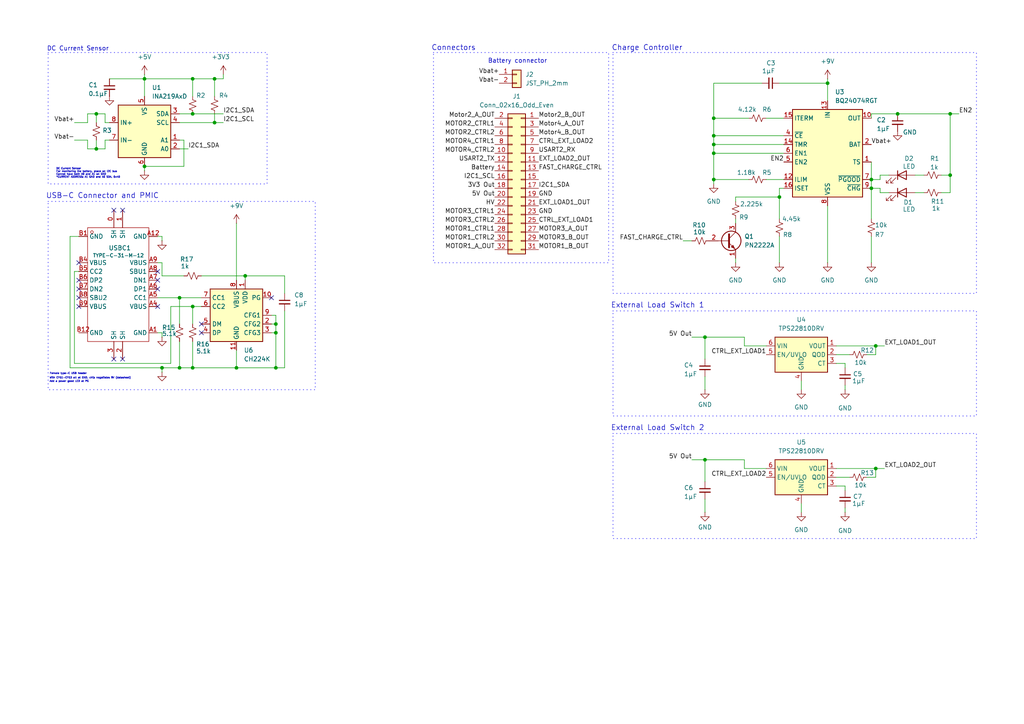
<source format=kicad_sch>
(kicad_sch
	(version 20250114)
	(generator "eeschema")
	(generator_version "9.0")
	(uuid "7765ff1a-d3b4-4c36-a374-0b467da55076")
	(paper "A4")
	(title_block
		(title "Power Subsystem")
		(date "2025-03-19")
		(rev "v1")
		(company "UCT")
		(comment 1 "Michael Smith")
		(comment 2 "Michael Lighton")
	)
	(lib_symbols
		(symbol "Battery_Management:BQ24074RGT"
			(exclude_from_sim no)
			(in_bom yes)
			(on_board yes)
			(property "Reference" "U"
				(at -8.89 13.97 0)
				(effects
					(font
						(size 1.27 1.27)
					)
					(justify right)
				)
			)
			(property "Value" "BQ24074RGT"
				(at 16.51 13.97 0)
				(effects
					(font
						(size 1.27 1.27)
					)
					(justify right)
				)
			)
			(property "Footprint" "Package_DFN_QFN:VQFN-16-1EP_3x3mm_P0.5mm_EP1.6x1.6mm"
				(at 7.62 -13.97 0)
				(effects
					(font
						(size 1.27 1.27)
					)
					(justify left)
					(hide yes)
				)
			)
			(property "Datasheet" "http://www.ti.com/lit/ds/symlink/bq24074.pdf"
				(at 7.62 5.08 0)
				(effects
					(font
						(size 1.27 1.27)
					)
					(hide yes)
				)
			)
			(property "Description" "USB-Friendly Li-Ion Battery Charger and Power-Path Management, VQFN-16"
				(at 0 0 0)
				(effects
					(font
						(size 1.27 1.27)
					)
					(hide yes)
				)
			)
			(property "ki_keywords" "USB Charger"
				(at 0 0 0)
				(effects
					(font
						(size 1.27 1.27)
					)
					(hide yes)
				)
			)
			(property "ki_fp_filters" "VQFN*1EP*3x3mm*P0.5mm*"
				(at 0 0 0)
				(effects
					(font
						(size 1.27 1.27)
					)
					(hide yes)
				)
			)
			(symbol "BQ24074RGT_0_1"
				(rectangle
					(start -10.16 12.7)
					(end 10.16 -12.7)
					(stroke
						(width 0.254)
						(type default)
					)
					(fill
						(type background)
					)
				)
			)
			(symbol "BQ24074RGT_1_1"
				(pin input line
					(at -12.7 10.16 0)
					(length 2.54)
					(name "ITERM"
						(effects
							(font
								(size 1.27 1.27)
							)
						)
					)
					(number "15"
						(effects
							(font
								(size 1.27 1.27)
							)
						)
					)
				)
				(pin input line
					(at -12.7 5.08 0)
					(length 2.54)
					(name "~{CE}"
						(effects
							(font
								(size 1.27 1.27)
							)
						)
					)
					(number "4"
						(effects
							(font
								(size 1.27 1.27)
							)
						)
					)
				)
				(pin input line
					(at -12.7 2.54 0)
					(length 2.54)
					(name "TMR"
						(effects
							(font
								(size 1.27 1.27)
							)
						)
					)
					(number "14"
						(effects
							(font
								(size 1.27 1.27)
							)
						)
					)
				)
				(pin input line
					(at -12.7 0 0)
					(length 2.54)
					(name "EN1"
						(effects
							(font
								(size 1.27 1.27)
							)
						)
					)
					(number "6"
						(effects
							(font
								(size 1.27 1.27)
							)
						)
					)
				)
				(pin input line
					(at -12.7 -2.54 0)
					(length 2.54)
					(name "EN2"
						(effects
							(font
								(size 1.27 1.27)
							)
						)
					)
					(number "5"
						(effects
							(font
								(size 1.27 1.27)
							)
						)
					)
				)
				(pin passive line
					(at -12.7 -7.62 0)
					(length 2.54)
					(name "ILIM"
						(effects
							(font
								(size 1.27 1.27)
							)
						)
					)
					(number "12"
						(effects
							(font
								(size 1.27 1.27)
							)
						)
					)
				)
				(pin passive line
					(at -12.7 -10.16 0)
					(length 2.54)
					(name "ISET"
						(effects
							(font
								(size 1.27 1.27)
							)
						)
					)
					(number "16"
						(effects
							(font
								(size 1.27 1.27)
							)
						)
					)
				)
				(pin power_in line
					(at 0 15.24 270)
					(length 2.54)
					(name "IN"
						(effects
							(font
								(size 1.27 1.27)
							)
						)
					)
					(number "13"
						(effects
							(font
								(size 1.27 1.27)
							)
						)
					)
				)
				(pin passive line
					(at 0 -15.24 90)
					(length 2.54)
					(hide yes)
					(name "VSS"
						(effects
							(font
								(size 1.27 1.27)
							)
						)
					)
					(number "17"
						(effects
							(font
								(size 1.27 1.27)
							)
						)
					)
				)
				(pin power_in line
					(at 0 -15.24 90)
					(length 2.54)
					(name "VSS"
						(effects
							(font
								(size 1.27 1.27)
							)
						)
					)
					(number "8"
						(effects
							(font
								(size 1.27 1.27)
							)
						)
					)
				)
				(pin power_out line
					(at 12.7 10.16 180)
					(length 2.54)
					(name "OUT"
						(effects
							(font
								(size 1.27 1.27)
							)
						)
					)
					(number "10"
						(effects
							(font
								(size 1.27 1.27)
							)
						)
					)
				)
				(pin passive line
					(at 12.7 10.16 180)
					(length 2.54)
					(hide yes)
					(name "OUT"
						(effects
							(font
								(size 1.27 1.27)
							)
						)
					)
					(number "11"
						(effects
							(font
								(size 1.27 1.27)
							)
						)
					)
				)
				(pin power_out line
					(at 12.7 2.54 180)
					(length 2.54)
					(name "BAT"
						(effects
							(font
								(size 1.27 1.27)
							)
						)
					)
					(number "2"
						(effects
							(font
								(size 1.27 1.27)
							)
						)
					)
				)
				(pin passive line
					(at 12.7 2.54 180)
					(length 2.54)
					(hide yes)
					(name "BAT"
						(effects
							(font
								(size 1.27 1.27)
							)
						)
					)
					(number "3"
						(effects
							(font
								(size 1.27 1.27)
							)
						)
					)
				)
				(pin passive line
					(at 12.7 -2.54 180)
					(length 2.54)
					(name "TS"
						(effects
							(font
								(size 1.27 1.27)
							)
						)
					)
					(number "1"
						(effects
							(font
								(size 1.27 1.27)
							)
						)
					)
				)
				(pin open_collector line
					(at 12.7 -7.62 180)
					(length 2.54)
					(name "~{PGOOD}"
						(effects
							(font
								(size 1.27 1.27)
							)
						)
					)
					(number "7"
						(effects
							(font
								(size 1.27 1.27)
							)
						)
					)
				)
				(pin open_collector line
					(at 12.7 -10.16 180)
					(length 2.54)
					(name "~{CHG}"
						(effects
							(font
								(size 1.27 1.27)
							)
						)
					)
					(number "9"
						(effects
							(font
								(size 1.27 1.27)
							)
						)
					)
				)
			)
			(embedded_fonts no)
		)
		(symbol "Connector_Generic:Conn_01x02"
			(pin_names
				(offset 1.016)
				(hide yes)
			)
			(exclude_from_sim no)
			(in_bom yes)
			(on_board yes)
			(property "Reference" "J"
				(at 0 2.54 0)
				(effects
					(font
						(size 1.27 1.27)
					)
				)
			)
			(property "Value" "Conn_01x02"
				(at 0 -5.08 0)
				(effects
					(font
						(size 1.27 1.27)
					)
				)
			)
			(property "Footprint" ""
				(at 0 0 0)
				(effects
					(font
						(size 1.27 1.27)
					)
					(hide yes)
				)
			)
			(property "Datasheet" "~"
				(at 0 0 0)
				(effects
					(font
						(size 1.27 1.27)
					)
					(hide yes)
				)
			)
			(property "Description" "Generic connector, single row, 01x02, script generated (kicad-library-utils/schlib/autogen/connector/)"
				(at 0 0 0)
				(effects
					(font
						(size 1.27 1.27)
					)
					(hide yes)
				)
			)
			(property "ki_keywords" "connector"
				(at 0 0 0)
				(effects
					(font
						(size 1.27 1.27)
					)
					(hide yes)
				)
			)
			(property "ki_fp_filters" "Connector*:*_1x??_*"
				(at 0 0 0)
				(effects
					(font
						(size 1.27 1.27)
					)
					(hide yes)
				)
			)
			(symbol "Conn_01x02_1_1"
				(rectangle
					(start -1.27 1.27)
					(end 1.27 -3.81)
					(stroke
						(width 0.254)
						(type default)
					)
					(fill
						(type background)
					)
				)
				(rectangle
					(start -1.27 0.127)
					(end 0 -0.127)
					(stroke
						(width 0.1524)
						(type default)
					)
					(fill
						(type none)
					)
				)
				(rectangle
					(start -1.27 -2.413)
					(end 0 -2.667)
					(stroke
						(width 0.1524)
						(type default)
					)
					(fill
						(type none)
					)
				)
				(pin passive line
					(at -5.08 0 0)
					(length 3.81)
					(name "Pin_1"
						(effects
							(font
								(size 1.27 1.27)
							)
						)
					)
					(number "1"
						(effects
							(font
								(size 1.27 1.27)
							)
						)
					)
				)
				(pin passive line
					(at -5.08 -2.54 0)
					(length 3.81)
					(name "Pin_2"
						(effects
							(font
								(size 1.27 1.27)
							)
						)
					)
					(number "2"
						(effects
							(font
								(size 1.27 1.27)
							)
						)
					)
				)
			)
			(embedded_fonts no)
		)
		(symbol "Connector_Generic:Conn_02x16_Odd_Even"
			(pin_names
				(offset 1.016)
				(hide yes)
			)
			(exclude_from_sim no)
			(in_bom yes)
			(on_board yes)
			(property "Reference" "J"
				(at 1.27 20.32 0)
				(effects
					(font
						(size 1.27 1.27)
					)
				)
			)
			(property "Value" "Conn_02x16_Odd_Even"
				(at 1.27 -22.86 0)
				(effects
					(font
						(size 1.27 1.27)
					)
				)
			)
			(property "Footprint" ""
				(at 0 0 0)
				(effects
					(font
						(size 1.27 1.27)
					)
					(hide yes)
				)
			)
			(property "Datasheet" "~"
				(at 0 0 0)
				(effects
					(font
						(size 1.27 1.27)
					)
					(hide yes)
				)
			)
			(property "Description" "Generic connector, double row, 02x16, odd/even pin numbering scheme (row 1 odd numbers, row 2 even numbers), script generated (kicad-library-utils/schlib/autogen/connector/)"
				(at 0 0 0)
				(effects
					(font
						(size 1.27 1.27)
					)
					(hide yes)
				)
			)
			(property "ki_keywords" "connector"
				(at 0 0 0)
				(effects
					(font
						(size 1.27 1.27)
					)
					(hide yes)
				)
			)
			(property "ki_fp_filters" "Connector*:*_2x??_*"
				(at 0 0 0)
				(effects
					(font
						(size 1.27 1.27)
					)
					(hide yes)
				)
			)
			(symbol "Conn_02x16_Odd_Even_1_1"
				(rectangle
					(start -1.27 19.05)
					(end 3.81 -21.59)
					(stroke
						(width 0.254)
						(type default)
					)
					(fill
						(type background)
					)
				)
				(rectangle
					(start -1.27 17.907)
					(end 0 17.653)
					(stroke
						(width 0.1524)
						(type default)
					)
					(fill
						(type none)
					)
				)
				(rectangle
					(start -1.27 15.367)
					(end 0 15.113)
					(stroke
						(width 0.1524)
						(type default)
					)
					(fill
						(type none)
					)
				)
				(rectangle
					(start -1.27 12.827)
					(end 0 12.573)
					(stroke
						(width 0.1524)
						(type default)
					)
					(fill
						(type none)
					)
				)
				(rectangle
					(start -1.27 10.287)
					(end 0 10.033)
					(stroke
						(width 0.1524)
						(type default)
					)
					(fill
						(type none)
					)
				)
				(rectangle
					(start -1.27 7.747)
					(end 0 7.493)
					(stroke
						(width 0.1524)
						(type default)
					)
					(fill
						(type none)
					)
				)
				(rectangle
					(start -1.27 5.207)
					(end 0 4.953)
					(stroke
						(width 0.1524)
						(type default)
					)
					(fill
						(type none)
					)
				)
				(rectangle
					(start -1.27 2.667)
					(end 0 2.413)
					(stroke
						(width 0.1524)
						(type default)
					)
					(fill
						(type none)
					)
				)
				(rectangle
					(start -1.27 0.127)
					(end 0 -0.127)
					(stroke
						(width 0.1524)
						(type default)
					)
					(fill
						(type none)
					)
				)
				(rectangle
					(start -1.27 -2.413)
					(end 0 -2.667)
					(stroke
						(width 0.1524)
						(type default)
					)
					(fill
						(type none)
					)
				)
				(rectangle
					(start -1.27 -4.953)
					(end 0 -5.207)
					(stroke
						(width 0.1524)
						(type default)
					)
					(fill
						(type none)
					)
				)
				(rectangle
					(start -1.27 -7.493)
					(end 0 -7.747)
					(stroke
						(width 0.1524)
						(type default)
					)
					(fill
						(type none)
					)
				)
				(rectangle
					(start -1.27 -10.033)
					(end 0 -10.287)
					(stroke
						(width 0.1524)
						(type default)
					)
					(fill
						(type none)
					)
				)
				(rectangle
					(start -1.27 -12.573)
					(end 0 -12.827)
					(stroke
						(width 0.1524)
						(type default)
					)
					(fill
						(type none)
					)
				)
				(rectangle
					(start -1.27 -15.113)
					(end 0 -15.367)
					(stroke
						(width 0.1524)
						(type default)
					)
					(fill
						(type none)
					)
				)
				(rectangle
					(start -1.27 -17.653)
					(end 0 -17.907)
					(stroke
						(width 0.1524)
						(type default)
					)
					(fill
						(type none)
					)
				)
				(rectangle
					(start -1.27 -20.193)
					(end 0 -20.447)
					(stroke
						(width 0.1524)
						(type default)
					)
					(fill
						(type none)
					)
				)
				(rectangle
					(start 3.81 17.907)
					(end 2.54 17.653)
					(stroke
						(width 0.1524)
						(type default)
					)
					(fill
						(type none)
					)
				)
				(rectangle
					(start 3.81 15.367)
					(end 2.54 15.113)
					(stroke
						(width 0.1524)
						(type default)
					)
					(fill
						(type none)
					)
				)
				(rectangle
					(start 3.81 12.827)
					(end 2.54 12.573)
					(stroke
						(width 0.1524)
						(type default)
					)
					(fill
						(type none)
					)
				)
				(rectangle
					(start 3.81 10.287)
					(end 2.54 10.033)
					(stroke
						(width 0.1524)
						(type default)
					)
					(fill
						(type none)
					)
				)
				(rectangle
					(start 3.81 7.747)
					(end 2.54 7.493)
					(stroke
						(width 0.1524)
						(type default)
					)
					(fill
						(type none)
					)
				)
				(rectangle
					(start 3.81 5.207)
					(end 2.54 4.953)
					(stroke
						(width 0.1524)
						(type default)
					)
					(fill
						(type none)
					)
				)
				(rectangle
					(start 3.81 2.667)
					(end 2.54 2.413)
					(stroke
						(width 0.1524)
						(type default)
					)
					(fill
						(type none)
					)
				)
				(rectangle
					(start 3.81 0.127)
					(end 2.54 -0.127)
					(stroke
						(width 0.1524)
						(type default)
					)
					(fill
						(type none)
					)
				)
				(rectangle
					(start 3.81 -2.413)
					(end 2.54 -2.667)
					(stroke
						(width 0.1524)
						(type default)
					)
					(fill
						(type none)
					)
				)
				(rectangle
					(start 3.81 -4.953)
					(end 2.54 -5.207)
					(stroke
						(width 0.1524)
						(type default)
					)
					(fill
						(type none)
					)
				)
				(rectangle
					(start 3.81 -7.493)
					(end 2.54 -7.747)
					(stroke
						(width 0.1524)
						(type default)
					)
					(fill
						(type none)
					)
				)
				(rectangle
					(start 3.81 -10.033)
					(end 2.54 -10.287)
					(stroke
						(width 0.1524)
						(type default)
					)
					(fill
						(type none)
					)
				)
				(rectangle
					(start 3.81 -12.573)
					(end 2.54 -12.827)
					(stroke
						(width 0.1524)
						(type default)
					)
					(fill
						(type none)
					)
				)
				(rectangle
					(start 3.81 -15.113)
					(end 2.54 -15.367)
					(stroke
						(width 0.1524)
						(type default)
					)
					(fill
						(type none)
					)
				)
				(rectangle
					(start 3.81 -17.653)
					(end 2.54 -17.907)
					(stroke
						(width 0.1524)
						(type default)
					)
					(fill
						(type none)
					)
				)
				(rectangle
					(start 3.81 -20.193)
					(end 2.54 -20.447)
					(stroke
						(width 0.1524)
						(type default)
					)
					(fill
						(type none)
					)
				)
				(pin passive line
					(at -5.08 17.78 0)
					(length 3.81)
					(name "Pin_1"
						(effects
							(font
								(size 1.27 1.27)
							)
						)
					)
					(number "1"
						(effects
							(font
								(size 1.27 1.27)
							)
						)
					)
				)
				(pin passive line
					(at -5.08 15.24 0)
					(length 3.81)
					(name "Pin_3"
						(effects
							(font
								(size 1.27 1.27)
							)
						)
					)
					(number "3"
						(effects
							(font
								(size 1.27 1.27)
							)
						)
					)
				)
				(pin passive line
					(at -5.08 12.7 0)
					(length 3.81)
					(name "Pin_5"
						(effects
							(font
								(size 1.27 1.27)
							)
						)
					)
					(number "5"
						(effects
							(font
								(size 1.27 1.27)
							)
						)
					)
				)
				(pin passive line
					(at -5.08 10.16 0)
					(length 3.81)
					(name "Pin_7"
						(effects
							(font
								(size 1.27 1.27)
							)
						)
					)
					(number "7"
						(effects
							(font
								(size 1.27 1.27)
							)
						)
					)
				)
				(pin passive line
					(at -5.08 7.62 0)
					(length 3.81)
					(name "Pin_9"
						(effects
							(font
								(size 1.27 1.27)
							)
						)
					)
					(number "9"
						(effects
							(font
								(size 1.27 1.27)
							)
						)
					)
				)
				(pin passive line
					(at -5.08 5.08 0)
					(length 3.81)
					(name "Pin_11"
						(effects
							(font
								(size 1.27 1.27)
							)
						)
					)
					(number "11"
						(effects
							(font
								(size 1.27 1.27)
							)
						)
					)
				)
				(pin passive line
					(at -5.08 2.54 0)
					(length 3.81)
					(name "Pin_13"
						(effects
							(font
								(size 1.27 1.27)
							)
						)
					)
					(number "13"
						(effects
							(font
								(size 1.27 1.27)
							)
						)
					)
				)
				(pin passive line
					(at -5.08 0 0)
					(length 3.81)
					(name "Pin_15"
						(effects
							(font
								(size 1.27 1.27)
							)
						)
					)
					(number "15"
						(effects
							(font
								(size 1.27 1.27)
							)
						)
					)
				)
				(pin passive line
					(at -5.08 -2.54 0)
					(length 3.81)
					(name "Pin_17"
						(effects
							(font
								(size 1.27 1.27)
							)
						)
					)
					(number "17"
						(effects
							(font
								(size 1.27 1.27)
							)
						)
					)
				)
				(pin passive line
					(at -5.08 -5.08 0)
					(length 3.81)
					(name "Pin_19"
						(effects
							(font
								(size 1.27 1.27)
							)
						)
					)
					(number "19"
						(effects
							(font
								(size 1.27 1.27)
							)
						)
					)
				)
				(pin passive line
					(at -5.08 -7.62 0)
					(length 3.81)
					(name "Pin_21"
						(effects
							(font
								(size 1.27 1.27)
							)
						)
					)
					(number "21"
						(effects
							(font
								(size 1.27 1.27)
							)
						)
					)
				)
				(pin passive line
					(at -5.08 -10.16 0)
					(length 3.81)
					(name "Pin_23"
						(effects
							(font
								(size 1.27 1.27)
							)
						)
					)
					(number "23"
						(effects
							(font
								(size 1.27 1.27)
							)
						)
					)
				)
				(pin passive line
					(at -5.08 -12.7 0)
					(length 3.81)
					(name "Pin_25"
						(effects
							(font
								(size 1.27 1.27)
							)
						)
					)
					(number "25"
						(effects
							(font
								(size 1.27 1.27)
							)
						)
					)
				)
				(pin passive line
					(at -5.08 -15.24 0)
					(length 3.81)
					(name "Pin_27"
						(effects
							(font
								(size 1.27 1.27)
							)
						)
					)
					(number "27"
						(effects
							(font
								(size 1.27 1.27)
							)
						)
					)
				)
				(pin passive line
					(at -5.08 -17.78 0)
					(length 3.81)
					(name "Pin_29"
						(effects
							(font
								(size 1.27 1.27)
							)
						)
					)
					(number "29"
						(effects
							(font
								(size 1.27 1.27)
							)
						)
					)
				)
				(pin passive line
					(at -5.08 -20.32 0)
					(length 3.81)
					(name "Pin_31"
						(effects
							(font
								(size 1.27 1.27)
							)
						)
					)
					(number "31"
						(effects
							(font
								(size 1.27 1.27)
							)
						)
					)
				)
				(pin passive line
					(at 7.62 17.78 180)
					(length 3.81)
					(name "Pin_2"
						(effects
							(font
								(size 1.27 1.27)
							)
						)
					)
					(number "2"
						(effects
							(font
								(size 1.27 1.27)
							)
						)
					)
				)
				(pin passive line
					(at 7.62 15.24 180)
					(length 3.81)
					(name "Pin_4"
						(effects
							(font
								(size 1.27 1.27)
							)
						)
					)
					(number "4"
						(effects
							(font
								(size 1.27 1.27)
							)
						)
					)
				)
				(pin passive line
					(at 7.62 12.7 180)
					(length 3.81)
					(name "Pin_6"
						(effects
							(font
								(size 1.27 1.27)
							)
						)
					)
					(number "6"
						(effects
							(font
								(size 1.27 1.27)
							)
						)
					)
				)
				(pin passive line
					(at 7.62 10.16 180)
					(length 3.81)
					(name "Pin_8"
						(effects
							(font
								(size 1.27 1.27)
							)
						)
					)
					(number "8"
						(effects
							(font
								(size 1.27 1.27)
							)
						)
					)
				)
				(pin passive line
					(at 7.62 7.62 180)
					(length 3.81)
					(name "Pin_10"
						(effects
							(font
								(size 1.27 1.27)
							)
						)
					)
					(number "10"
						(effects
							(font
								(size 1.27 1.27)
							)
						)
					)
				)
				(pin passive line
					(at 7.62 5.08 180)
					(length 3.81)
					(name "Pin_12"
						(effects
							(font
								(size 1.27 1.27)
							)
						)
					)
					(number "12"
						(effects
							(font
								(size 1.27 1.27)
							)
						)
					)
				)
				(pin passive line
					(at 7.62 2.54 180)
					(length 3.81)
					(name "Pin_14"
						(effects
							(font
								(size 1.27 1.27)
							)
						)
					)
					(number "14"
						(effects
							(font
								(size 1.27 1.27)
							)
						)
					)
				)
				(pin passive line
					(at 7.62 0 180)
					(length 3.81)
					(name "Pin_16"
						(effects
							(font
								(size 1.27 1.27)
							)
						)
					)
					(number "16"
						(effects
							(font
								(size 1.27 1.27)
							)
						)
					)
				)
				(pin passive line
					(at 7.62 -2.54 180)
					(length 3.81)
					(name "Pin_18"
						(effects
							(font
								(size 1.27 1.27)
							)
						)
					)
					(number "18"
						(effects
							(font
								(size 1.27 1.27)
							)
						)
					)
				)
				(pin passive line
					(at 7.62 -5.08 180)
					(length 3.81)
					(name "Pin_20"
						(effects
							(font
								(size 1.27 1.27)
							)
						)
					)
					(number "20"
						(effects
							(font
								(size 1.27 1.27)
							)
						)
					)
				)
				(pin passive line
					(at 7.62 -7.62 180)
					(length 3.81)
					(name "Pin_22"
						(effects
							(font
								(size 1.27 1.27)
							)
						)
					)
					(number "22"
						(effects
							(font
								(size 1.27 1.27)
							)
						)
					)
				)
				(pin passive line
					(at 7.62 -10.16 180)
					(length 3.81)
					(name "Pin_24"
						(effects
							(font
								(size 1.27 1.27)
							)
						)
					)
					(number "24"
						(effects
							(font
								(size 1.27 1.27)
							)
						)
					)
				)
				(pin passive line
					(at 7.62 -12.7 180)
					(length 3.81)
					(name "Pin_26"
						(effects
							(font
								(size 1.27 1.27)
							)
						)
					)
					(number "26"
						(effects
							(font
								(size 1.27 1.27)
							)
						)
					)
				)
				(pin passive line
					(at 7.62 -15.24 180)
					(length 3.81)
					(name "Pin_28"
						(effects
							(font
								(size 1.27 1.27)
							)
						)
					)
					(number "28"
						(effects
							(font
								(size 1.27 1.27)
							)
						)
					)
				)
				(pin passive line
					(at 7.62 -17.78 180)
					(length 3.81)
					(name "Pin_30"
						(effects
							(font
								(size 1.27 1.27)
							)
						)
					)
					(number "30"
						(effects
							(font
								(size 1.27 1.27)
							)
						)
					)
				)
				(pin passive line
					(at 7.62 -20.32 180)
					(length 3.81)
					(name "Pin_32"
						(effects
							(font
								(size 1.27 1.27)
							)
						)
					)
					(number "32"
						(effects
							(font
								(size 1.27 1.27)
							)
						)
					)
				)
			)
			(embedded_fonts no)
		)
		(symbol "Device:C_Small"
			(pin_numbers
				(hide yes)
			)
			(pin_names
				(offset 0.254)
				(hide yes)
			)
			(exclude_from_sim no)
			(in_bom yes)
			(on_board yes)
			(property "Reference" "C"
				(at 0.254 1.778 0)
				(effects
					(font
						(size 1.27 1.27)
					)
					(justify left)
				)
			)
			(property "Value" "C_Small"
				(at 0.254 -2.032 0)
				(effects
					(font
						(size 1.27 1.27)
					)
					(justify left)
				)
			)
			(property "Footprint" ""
				(at 0 0 0)
				(effects
					(font
						(size 1.27 1.27)
					)
					(hide yes)
				)
			)
			(property "Datasheet" "~"
				(at 0 0 0)
				(effects
					(font
						(size 1.27 1.27)
					)
					(hide yes)
				)
			)
			(property "Description" "Unpolarized capacitor, small symbol"
				(at 0 0 0)
				(effects
					(font
						(size 1.27 1.27)
					)
					(hide yes)
				)
			)
			(property "ki_keywords" "capacitor cap"
				(at 0 0 0)
				(effects
					(font
						(size 1.27 1.27)
					)
					(hide yes)
				)
			)
			(property "ki_fp_filters" "C_*"
				(at 0 0 0)
				(effects
					(font
						(size 1.27 1.27)
					)
					(hide yes)
				)
			)
			(symbol "C_Small_0_1"
				(polyline
					(pts
						(xy -1.524 0.508) (xy 1.524 0.508)
					)
					(stroke
						(width 0.3048)
						(type default)
					)
					(fill
						(type none)
					)
				)
				(polyline
					(pts
						(xy -1.524 -0.508) (xy 1.524 -0.508)
					)
					(stroke
						(width 0.3302)
						(type default)
					)
					(fill
						(type none)
					)
				)
			)
			(symbol "C_Small_1_1"
				(pin passive line
					(at 0 2.54 270)
					(length 2.032)
					(name "~"
						(effects
							(font
								(size 1.27 1.27)
							)
						)
					)
					(number "1"
						(effects
							(font
								(size 1.27 1.27)
							)
						)
					)
				)
				(pin passive line
					(at 0 -2.54 90)
					(length 2.032)
					(name "~"
						(effects
							(font
								(size 1.27 1.27)
							)
						)
					)
					(number "2"
						(effects
							(font
								(size 1.27 1.27)
							)
						)
					)
				)
			)
			(embedded_fonts no)
		)
		(symbol "Device:LED"
			(pin_numbers
				(hide yes)
			)
			(pin_names
				(offset 1.016)
				(hide yes)
			)
			(exclude_from_sim no)
			(in_bom yes)
			(on_board yes)
			(property "Reference" "D"
				(at 0 2.54 0)
				(effects
					(font
						(size 1.27 1.27)
					)
				)
			)
			(property "Value" "LED"
				(at 0 -2.54 0)
				(effects
					(font
						(size 1.27 1.27)
					)
				)
			)
			(property "Footprint" ""
				(at 0 0 0)
				(effects
					(font
						(size 1.27 1.27)
					)
					(hide yes)
				)
			)
			(property "Datasheet" "~"
				(at 0 0 0)
				(effects
					(font
						(size 1.27 1.27)
					)
					(hide yes)
				)
			)
			(property "Description" "Light emitting diode"
				(at 0 0 0)
				(effects
					(font
						(size 1.27 1.27)
					)
					(hide yes)
				)
			)
			(property "Sim.Pins" "1=K 2=A"
				(at 0 0 0)
				(effects
					(font
						(size 1.27 1.27)
					)
					(hide yes)
				)
			)
			(property "ki_keywords" "LED diode"
				(at 0 0 0)
				(effects
					(font
						(size 1.27 1.27)
					)
					(hide yes)
				)
			)
			(property "ki_fp_filters" "LED* LED_SMD:* LED_THT:*"
				(at 0 0 0)
				(effects
					(font
						(size 1.27 1.27)
					)
					(hide yes)
				)
			)
			(symbol "LED_0_1"
				(polyline
					(pts
						(xy -3.048 -0.762) (xy -4.572 -2.286) (xy -3.81 -2.286) (xy -4.572 -2.286) (xy -4.572 -1.524)
					)
					(stroke
						(width 0)
						(type default)
					)
					(fill
						(type none)
					)
				)
				(polyline
					(pts
						(xy -1.778 -0.762) (xy -3.302 -2.286) (xy -2.54 -2.286) (xy -3.302 -2.286) (xy -3.302 -1.524)
					)
					(stroke
						(width 0)
						(type default)
					)
					(fill
						(type none)
					)
				)
				(polyline
					(pts
						(xy -1.27 0) (xy 1.27 0)
					)
					(stroke
						(width 0)
						(type default)
					)
					(fill
						(type none)
					)
				)
				(polyline
					(pts
						(xy -1.27 -1.27) (xy -1.27 1.27)
					)
					(stroke
						(width 0.254)
						(type default)
					)
					(fill
						(type none)
					)
				)
				(polyline
					(pts
						(xy 1.27 -1.27) (xy 1.27 1.27) (xy -1.27 0) (xy 1.27 -1.27)
					)
					(stroke
						(width 0.254)
						(type default)
					)
					(fill
						(type none)
					)
				)
			)
			(symbol "LED_1_1"
				(pin passive line
					(at -3.81 0 0)
					(length 2.54)
					(name "K"
						(effects
							(font
								(size 1.27 1.27)
							)
						)
					)
					(number "1"
						(effects
							(font
								(size 1.27 1.27)
							)
						)
					)
				)
				(pin passive line
					(at 3.81 0 180)
					(length 2.54)
					(name "A"
						(effects
							(font
								(size 1.27 1.27)
							)
						)
					)
					(number "2"
						(effects
							(font
								(size 1.27 1.27)
							)
						)
					)
				)
			)
			(embedded_fonts no)
		)
		(symbol "Device:R_Small_US"
			(pin_numbers
				(hide yes)
			)
			(pin_names
				(offset 0.254)
				(hide yes)
			)
			(exclude_from_sim no)
			(in_bom yes)
			(on_board yes)
			(property "Reference" "R"
				(at 0.762 0.508 0)
				(effects
					(font
						(size 1.27 1.27)
					)
					(justify left)
				)
			)
			(property "Value" "R_Small_US"
				(at 0.762 -1.016 0)
				(effects
					(font
						(size 1.27 1.27)
					)
					(justify left)
				)
			)
			(property "Footprint" ""
				(at 0 0 0)
				(effects
					(font
						(size 1.27 1.27)
					)
					(hide yes)
				)
			)
			(property "Datasheet" "~"
				(at 0 0 0)
				(effects
					(font
						(size 1.27 1.27)
					)
					(hide yes)
				)
			)
			(property "Description" "Resistor, small US symbol"
				(at 0 0 0)
				(effects
					(font
						(size 1.27 1.27)
					)
					(hide yes)
				)
			)
			(property "ki_keywords" "r resistor"
				(at 0 0 0)
				(effects
					(font
						(size 1.27 1.27)
					)
					(hide yes)
				)
			)
			(property "ki_fp_filters" "R_*"
				(at 0 0 0)
				(effects
					(font
						(size 1.27 1.27)
					)
					(hide yes)
				)
			)
			(symbol "R_Small_US_1_1"
				(polyline
					(pts
						(xy 0 1.524) (xy 1.016 1.143) (xy 0 0.762) (xy -1.016 0.381) (xy 0 0)
					)
					(stroke
						(width 0)
						(type default)
					)
					(fill
						(type none)
					)
				)
				(polyline
					(pts
						(xy 0 0) (xy 1.016 -0.381) (xy 0 -0.762) (xy -1.016 -1.143) (xy 0 -1.524)
					)
					(stroke
						(width 0)
						(type default)
					)
					(fill
						(type none)
					)
				)
				(pin passive line
					(at 0 2.54 270)
					(length 1.016)
					(name "~"
						(effects
							(font
								(size 1.27 1.27)
							)
						)
					)
					(number "1"
						(effects
							(font
								(size 1.27 1.27)
							)
						)
					)
				)
				(pin passive line
					(at 0 -2.54 90)
					(length 1.016)
					(name "~"
						(effects
							(font
								(size 1.27 1.27)
							)
						)
					)
					(number "2"
						(effects
							(font
								(size 1.27 1.27)
							)
						)
					)
				)
			)
			(embedded_fonts no)
		)
		(symbol "Interface_USB:CH224K"
			(exclude_from_sim no)
			(in_bom yes)
			(on_board yes)
			(property "Reference" "U"
				(at -7.874 -8.89 0)
				(effects
					(font
						(size 1.27 1.27)
					)
					(justify left)
				)
			)
			(property "Value" "CH224K"
				(at 3.048 -8.89 0)
				(effects
					(font
						(size 1.27 1.27)
					)
					(justify left)
				)
			)
			(property "Footprint" "Package_SO:SSOP-10-1EP_3.9x4.9mm_P1mm_EP2.1x3.3mm"
				(at 0 -24.13 0)
				(effects
					(font
						(size 1.27 1.27)
					)
					(hide yes)
				)
			)
			(property "Datasheet" "https://www.wch.cn/downloads/file/301.html"
				(at 0 13.97 0)
				(effects
					(font
						(size 1.27 1.27)
					)
					(hide yes)
				)
			)
			(property "Description" "100W USB Type-C PD3.0/2.0, BC1.2 Sink Controller, SSOP-10"
				(at 0 0 0)
				(effects
					(font
						(size 1.27 1.27)
					)
					(hide yes)
				)
			)
			(property "ki_keywords" "USB-C WCH powered-device"
				(at 0 0 0)
				(effects
					(font
						(size 1.27 1.27)
					)
					(hide yes)
				)
			)
			(property "ki_fp_filters" "SSOP*3.9x4.9mm*P1mm*EP2.1x3.3mm*"
				(at 0 0 0)
				(effects
					(font
						(size 1.27 1.27)
					)
					(hide yes)
				)
			)
			(symbol "CH224K_1_1"
				(rectangle
					(start -7.62 7.62)
					(end 7.62 -7.62)
					(stroke
						(width 0.254)
						(type default)
					)
					(fill
						(type background)
					)
				)
				(pin bidirectional line
					(at -10.16 5.08 0)
					(length 2.54)
					(name "CC1"
						(effects
							(font
								(size 1.27 1.27)
							)
						)
					)
					(number "7"
						(effects
							(font
								(size 1.27 1.27)
							)
						)
					)
				)
				(pin bidirectional line
					(at -10.16 2.54 0)
					(length 2.54)
					(name "CC2"
						(effects
							(font
								(size 1.27 1.27)
							)
						)
					)
					(number "6"
						(effects
							(font
								(size 1.27 1.27)
							)
						)
					)
				)
				(pin bidirectional line
					(at -10.16 -2.54 0)
					(length 2.54)
					(name "DM"
						(effects
							(font
								(size 1.27 1.27)
							)
						)
					)
					(number "5"
						(effects
							(font
								(size 1.27 1.27)
							)
						)
					)
				)
				(pin bidirectional line
					(at -10.16 -5.08 0)
					(length 2.54)
					(name "DP"
						(effects
							(font
								(size 1.27 1.27)
							)
						)
					)
					(number "4"
						(effects
							(font
								(size 1.27 1.27)
							)
						)
					)
				)
				(pin passive line
					(at 0 10.16 270)
					(length 2.54)
					(name "VBUS"
						(effects
							(font
								(size 1.27 1.27)
							)
						)
					)
					(number "8"
						(effects
							(font
								(size 1.27 1.27)
							)
						)
					)
				)
				(pin power_in line
					(at 0 -10.16 90)
					(length 2.54)
					(name "GND"
						(effects
							(font
								(size 1.27 1.27)
							)
						)
					)
					(number "11"
						(effects
							(font
								(size 1.27 1.27)
							)
						)
					)
				)
				(pin power_in line
					(at 2.54 10.16 270)
					(length 2.54)
					(name "VDD"
						(effects
							(font
								(size 1.27 1.27)
							)
						)
					)
					(number "1"
						(effects
							(font
								(size 1.27 1.27)
							)
						)
					)
				)
				(pin open_collector line
					(at 10.16 5.08 180)
					(length 2.54)
					(name "PG"
						(effects
							(font
								(size 1.27 1.27)
							)
						)
					)
					(number "10"
						(effects
							(font
								(size 1.27 1.27)
							)
						)
					)
				)
				(pin passive line
					(at 10.16 0 180)
					(length 2.54)
					(name "CFG1"
						(effects
							(font
								(size 1.27 1.27)
							)
						)
					)
					(number "9"
						(effects
							(font
								(size 1.27 1.27)
							)
						)
					)
				)
				(pin passive line
					(at 10.16 -2.54 180)
					(length 2.54)
					(name "CFG2"
						(effects
							(font
								(size 1.27 1.27)
							)
						)
					)
					(number "2"
						(effects
							(font
								(size 1.27 1.27)
							)
						)
					)
				)
				(pin passive line
					(at 10.16 -5.08 180)
					(length 2.54)
					(name "CFG3"
						(effects
							(font
								(size 1.27 1.27)
							)
						)
					)
					(number "3"
						(effects
							(font
								(size 1.27 1.27)
							)
						)
					)
				)
			)
			(embedded_fonts no)
		)
		(symbol "Power_Management:TPS22810DRV"
			(exclude_from_sim no)
			(in_bom yes)
			(on_board yes)
			(property "Reference" "U"
				(at -6.35 6.35 0)
				(effects
					(font
						(size 1.27 1.27)
					)
				)
			)
			(property "Value" "TPS22810DRV"
				(at 7.62 -6.35 0)
				(effects
					(font
						(size 1.27 1.27)
					)
				)
			)
			(property "Footprint" "Package_SON:WSON-6-1EP_2x2mm_P0.65mm_EP1x1.6mm"
				(at 0 -17.78 0)
				(effects
					(font
						(size 1.27 1.27)
					)
					(hide yes)
				)
			)
			(property "Datasheet" "http://www.ti.com/lit/ds/symlink/tps22810.pdf"
				(at 0 0 0)
				(effects
					(font
						(size 1.27 1.27)
					)
					(hide yes)
				)
			)
			(property "Description" "2.7-18V, 79mohms On-Resistance Load Switch With Thermal Protection, WSON-6"
				(at 0 0 0)
				(effects
					(font
						(size 1.27 1.27)
					)
					(hide yes)
				)
			)
			(property "ki_keywords" "load switch thermal protection"
				(at 0 0 0)
				(effects
					(font
						(size 1.27 1.27)
					)
					(hide yes)
				)
			)
			(property "ki_fp_filters" "WSON*1EP*2x2mm*P0.65mm*"
				(at 0 0 0)
				(effects
					(font
						(size 1.27 1.27)
					)
					(hide yes)
				)
			)
			(symbol "TPS22810DRV_1_1"
				(rectangle
					(start -7.62 5.08)
					(end 7.62 -5.08)
					(stroke
						(width 0.254)
						(type default)
					)
					(fill
						(type background)
					)
				)
				(pin power_in line
					(at -10.16 2.54 0)
					(length 2.54)
					(name "VIN"
						(effects
							(font
								(size 1.27 1.27)
							)
						)
					)
					(number "6"
						(effects
							(font
								(size 1.27 1.27)
							)
						)
					)
				)
				(pin input line
					(at -10.16 0 0)
					(length 2.54)
					(name "EN/UVLO"
						(effects
							(font
								(size 1.27 1.27)
							)
						)
					)
					(number "5"
						(effects
							(font
								(size 1.27 1.27)
							)
						)
					)
				)
				(pin power_in line
					(at 0 -7.62 90)
					(length 2.54)
					(name "GND"
						(effects
							(font
								(size 1.27 1.27)
							)
						)
					)
					(number "4"
						(effects
							(font
								(size 1.27 1.27)
							)
						)
					)
				)
				(pin passive line
					(at 0 -7.62 90)
					(length 2.54)
					(hide yes)
					(name "GND"
						(effects
							(font
								(size 1.27 1.27)
							)
						)
					)
					(number "7"
						(effects
							(font
								(size 1.27 1.27)
							)
						)
					)
				)
				(pin power_out line
					(at 10.16 2.54 180)
					(length 2.54)
					(name "VOUT"
						(effects
							(font
								(size 1.27 1.27)
							)
						)
					)
					(number "1"
						(effects
							(font
								(size 1.27 1.27)
							)
						)
					)
				)
				(pin open_collector line
					(at 10.16 0 180)
					(length 2.54)
					(name "QOD"
						(effects
							(font
								(size 1.27 1.27)
							)
						)
					)
					(number "2"
						(effects
							(font
								(size 1.27 1.27)
							)
						)
					)
				)
				(pin output line
					(at 10.16 -2.54 180)
					(length 2.54)
					(name "CT"
						(effects
							(font
								(size 1.27 1.27)
							)
						)
					)
					(number "3"
						(effects
							(font
								(size 1.27 1.27)
							)
						)
					)
				)
			)
			(embedded_fonts no)
		)
		(symbol "Sensor_Energy:INA219AxD"
			(exclude_from_sim no)
			(in_bom yes)
			(on_board yes)
			(property "Reference" "U"
				(at -6.35 8.89 0)
				(effects
					(font
						(size 1.27 1.27)
					)
				)
			)
			(property "Value" "INA219AxD"
				(at 5.08 8.89 0)
				(effects
					(font
						(size 1.27 1.27)
					)
				)
			)
			(property "Footprint" "Package_SO:SOIC-8_3.9x4.9mm_P1.27mm"
				(at 20.32 -8.89 0)
				(effects
					(font
						(size 1.27 1.27)
					)
					(hide yes)
				)
			)
			(property "Datasheet" "http://www.ti.com/lit/ds/symlink/ina219.pdf"
				(at 8.89 -2.54 0)
				(effects
					(font
						(size 1.27 1.27)
					)
					(hide yes)
				)
			)
			(property "Description" "Zero-Drift, Bidirectional Current/Power Monitor (0-26V) With I2C Interface, SOIC-8"
				(at 0 0 0)
				(effects
					(font
						(size 1.27 1.27)
					)
					(hide yes)
				)
			)
			(property "ki_keywords" "ADC I2C 16-Bit Oversampling Current Shunt"
				(at 0 0 0)
				(effects
					(font
						(size 1.27 1.27)
					)
					(hide yes)
				)
			)
			(property "ki_fp_filters" "SOIC*3.9x4.9mm*P1.27mm*"
				(at 0 0 0)
				(effects
					(font
						(size 1.27 1.27)
					)
					(hide yes)
				)
			)
			(symbol "INA219AxD_0_1"
				(rectangle
					(start -7.62 7.62)
					(end 7.62 -7.62)
					(stroke
						(width 0.254)
						(type default)
					)
					(fill
						(type background)
					)
				)
			)
			(symbol "INA219AxD_1_1"
				(pin input line
					(at -10.16 2.54 0)
					(length 2.54)
					(name "IN+"
						(effects
							(font
								(size 1.27 1.27)
							)
						)
					)
					(number "8"
						(effects
							(font
								(size 1.27 1.27)
							)
						)
					)
				)
				(pin input line
					(at -10.16 -2.54 0)
					(length 2.54)
					(name "IN-"
						(effects
							(font
								(size 1.27 1.27)
							)
						)
					)
					(number "7"
						(effects
							(font
								(size 1.27 1.27)
							)
						)
					)
				)
				(pin power_in line
					(at 0 10.16 270)
					(length 2.54)
					(name "VS"
						(effects
							(font
								(size 1.27 1.27)
							)
						)
					)
					(number "5"
						(effects
							(font
								(size 1.27 1.27)
							)
						)
					)
				)
				(pin power_in line
					(at 0 -10.16 90)
					(length 2.54)
					(name "GND"
						(effects
							(font
								(size 1.27 1.27)
							)
						)
					)
					(number "6"
						(effects
							(font
								(size 1.27 1.27)
							)
						)
					)
				)
				(pin bidirectional line
					(at 10.16 5.08 180)
					(length 2.54)
					(name "SDA"
						(effects
							(font
								(size 1.27 1.27)
							)
						)
					)
					(number "3"
						(effects
							(font
								(size 1.27 1.27)
							)
						)
					)
				)
				(pin input line
					(at 10.16 2.54 180)
					(length 2.54)
					(name "SCL"
						(effects
							(font
								(size 1.27 1.27)
							)
						)
					)
					(number "4"
						(effects
							(font
								(size 1.27 1.27)
							)
						)
					)
				)
				(pin input line
					(at 10.16 -2.54 180)
					(length 2.54)
					(name "A1"
						(effects
							(font
								(size 1.27 1.27)
							)
						)
					)
					(number "1"
						(effects
							(font
								(size 1.27 1.27)
							)
						)
					)
				)
				(pin input line
					(at 10.16 -5.08 180)
					(length 2.54)
					(name "A0"
						(effects
							(font
								(size 1.27 1.27)
							)
						)
					)
					(number "2"
						(effects
							(font
								(size 1.27 1.27)
							)
						)
					)
				)
			)
			(embedded_fonts no)
		)
		(symbol "Transistor_BJT:PN2222A"
			(pin_names
				(offset 0)
				(hide yes)
			)
			(exclude_from_sim no)
			(in_bom yes)
			(on_board yes)
			(property "Reference" "Q"
				(at 5.08 1.905 0)
				(effects
					(font
						(size 1.27 1.27)
					)
					(justify left)
				)
			)
			(property "Value" "PN2222A"
				(at 5.08 0 0)
				(effects
					(font
						(size 1.27 1.27)
					)
					(justify left)
				)
			)
			(property "Footprint" "Package_TO_SOT_THT:TO-92_Inline"
				(at 5.08 -1.905 0)
				(effects
					(font
						(size 1.27 1.27)
						(italic yes)
					)
					(justify left)
					(hide yes)
				)
			)
			(property "Datasheet" "https://www.onsemi.com/pub/Collateral/PN2222-D.PDF"
				(at 0 0 0)
				(effects
					(font
						(size 1.27 1.27)
					)
					(justify left)
					(hide yes)
				)
			)
			(property "Description" "1A Ic, 40V Vce, NPN Transistor, General Purpose Transistor, TO-92"
				(at 0 0 0)
				(effects
					(font
						(size 1.27 1.27)
					)
					(hide yes)
				)
			)
			(property "ki_keywords" "NPN Transistor"
				(at 0 0 0)
				(effects
					(font
						(size 1.27 1.27)
					)
					(hide yes)
				)
			)
			(property "ki_fp_filters" "TO?92*"
				(at 0 0 0)
				(effects
					(font
						(size 1.27 1.27)
					)
					(hide yes)
				)
			)
			(symbol "PN2222A_0_1"
				(polyline
					(pts
						(xy -2.54 0) (xy 0.635 0)
					)
					(stroke
						(width 0)
						(type default)
					)
					(fill
						(type none)
					)
				)
				(polyline
					(pts
						(xy 0.635 1.905) (xy 0.635 -1.905)
					)
					(stroke
						(width 0.508)
						(type default)
					)
					(fill
						(type none)
					)
				)
				(circle
					(center 1.27 0)
					(radius 2.8194)
					(stroke
						(width 0.254)
						(type default)
					)
					(fill
						(type none)
					)
				)
			)
			(symbol "PN2222A_1_1"
				(polyline
					(pts
						(xy 0.635 0.635) (xy 2.54 2.54)
					)
					(stroke
						(width 0)
						(type default)
					)
					(fill
						(type none)
					)
				)
				(polyline
					(pts
						(xy 0.635 -0.635) (xy 2.54 -2.54)
					)
					(stroke
						(width 0)
						(type default)
					)
					(fill
						(type none)
					)
				)
				(polyline
					(pts
						(xy 1.27 -1.778) (xy 1.778 -1.27) (xy 2.286 -2.286) (xy 1.27 -1.778)
					)
					(stroke
						(width 0)
						(type default)
					)
					(fill
						(type outline)
					)
				)
				(pin input line
					(at -5.08 0 0)
					(length 2.54)
					(name "B"
						(effects
							(font
								(size 1.27 1.27)
							)
						)
					)
					(number "2"
						(effects
							(font
								(size 1.27 1.27)
							)
						)
					)
				)
				(pin passive line
					(at 2.54 5.08 270)
					(length 2.54)
					(name "C"
						(effects
							(font
								(size 1.27 1.27)
							)
						)
					)
					(number "3"
						(effects
							(font
								(size 1.27 1.27)
							)
						)
					)
				)
				(pin passive line
					(at 2.54 -5.08 90)
					(length 2.54)
					(name "E"
						(effects
							(font
								(size 1.27 1.27)
							)
						)
					)
					(number "1"
						(effects
							(font
								(size 1.27 1.27)
							)
						)
					)
				)
			)
			(embedded_fonts no)
		)
		(symbol "power:+9V"
			(power)
			(pin_numbers
				(hide yes)
			)
			(pin_names
				(offset 0)
				(hide yes)
			)
			(exclude_from_sim no)
			(in_bom yes)
			(on_board yes)
			(property "Reference" "#PWR"
				(at 0 -3.81 0)
				(effects
					(font
						(size 1.27 1.27)
					)
					(hide yes)
				)
			)
			(property "Value" "+9V"
				(at 0 3.556 0)
				(effects
					(font
						(size 1.27 1.27)
					)
				)
			)
			(property "Footprint" ""
				(at 0 0 0)
				(effects
					(font
						(size 1.27 1.27)
					)
					(hide yes)
				)
			)
			(property "Datasheet" ""
				(at 0 0 0)
				(effects
					(font
						(size 1.27 1.27)
					)
					(hide yes)
				)
			)
			(property "Description" "Power symbol creates a global label with name \"+9V\""
				(at 0 0 0)
				(effects
					(font
						(size 1.27 1.27)
					)
					(hide yes)
				)
			)
			(property "ki_keywords" "global power"
				(at 0 0 0)
				(effects
					(font
						(size 1.27 1.27)
					)
					(hide yes)
				)
			)
			(symbol "+9V_0_1"
				(polyline
					(pts
						(xy -0.762 1.27) (xy 0 2.54)
					)
					(stroke
						(width 0)
						(type default)
					)
					(fill
						(type none)
					)
				)
				(polyline
					(pts
						(xy 0 2.54) (xy 0.762 1.27)
					)
					(stroke
						(width 0)
						(type default)
					)
					(fill
						(type none)
					)
				)
				(polyline
					(pts
						(xy 0 0) (xy 0 2.54)
					)
					(stroke
						(width 0)
						(type default)
					)
					(fill
						(type none)
					)
				)
			)
			(symbol "+9V_1_1"
				(pin power_in line
					(at 0 0 90)
					(length 0)
					(name "~"
						(effects
							(font
								(size 1.27 1.27)
							)
						)
					)
					(number "1"
						(effects
							(font
								(size 1.27 1.27)
							)
						)
					)
				)
			)
			(embedded_fonts no)
		)
		(symbol "power:GND"
			(power)
			(pin_numbers
				(hide yes)
			)
			(pin_names
				(offset 0)
				(hide yes)
			)
			(exclude_from_sim no)
			(in_bom yes)
			(on_board yes)
			(property "Reference" "#PWR"
				(at 0 -6.35 0)
				(effects
					(font
						(size 1.27 1.27)
					)
					(hide yes)
				)
			)
			(property "Value" "GND"
				(at 0 -3.81 0)
				(effects
					(font
						(size 1.27 1.27)
					)
				)
			)
			(property "Footprint" ""
				(at 0 0 0)
				(effects
					(font
						(size 1.27 1.27)
					)
					(hide yes)
				)
			)
			(property "Datasheet" ""
				(at 0 0 0)
				(effects
					(font
						(size 1.27 1.27)
					)
					(hide yes)
				)
			)
			(property "Description" "Power symbol creates a global label with name \"GND\" , ground"
				(at 0 0 0)
				(effects
					(font
						(size 1.27 1.27)
					)
					(hide yes)
				)
			)
			(property "ki_keywords" "global power"
				(at 0 0 0)
				(effects
					(font
						(size 1.27 1.27)
					)
					(hide yes)
				)
			)
			(symbol "GND_0_1"
				(polyline
					(pts
						(xy 0 0) (xy 0 -1.27) (xy 1.27 -1.27) (xy 0 -2.54) (xy -1.27 -1.27) (xy 0 -1.27)
					)
					(stroke
						(width 0)
						(type default)
					)
					(fill
						(type none)
					)
				)
			)
			(symbol "GND_1_1"
				(pin power_in line
					(at 0 0 270)
					(length 0)
					(name "~"
						(effects
							(font
								(size 1.27 1.27)
							)
						)
					)
					(number "1"
						(effects
							(font
								(size 1.27 1.27)
							)
						)
					)
				)
			)
			(embedded_fonts no)
		)
		(symbol "power:VCC"
			(power)
			(pin_numbers
				(hide yes)
			)
			(pin_names
				(offset 0)
				(hide yes)
			)
			(exclude_from_sim no)
			(in_bom yes)
			(on_board yes)
			(property "Reference" "#PWR"
				(at 0 -3.81 0)
				(effects
					(font
						(size 1.27 1.27)
					)
					(hide yes)
				)
			)
			(property "Value" "VCC"
				(at 0 3.556 0)
				(effects
					(font
						(size 1.27 1.27)
					)
				)
			)
			(property "Footprint" ""
				(at 0 0 0)
				(effects
					(font
						(size 1.27 1.27)
					)
					(hide yes)
				)
			)
			(property "Datasheet" ""
				(at 0 0 0)
				(effects
					(font
						(size 1.27 1.27)
					)
					(hide yes)
				)
			)
			(property "Description" "Power symbol creates a global label with name \"VCC\""
				(at 0 0 0)
				(effects
					(font
						(size 1.27 1.27)
					)
					(hide yes)
				)
			)
			(property "ki_keywords" "global power"
				(at 0 0 0)
				(effects
					(font
						(size 1.27 1.27)
					)
					(hide yes)
				)
			)
			(symbol "VCC_0_1"
				(polyline
					(pts
						(xy -0.762 1.27) (xy 0 2.54)
					)
					(stroke
						(width 0)
						(type default)
					)
					(fill
						(type none)
					)
				)
				(polyline
					(pts
						(xy 0 2.54) (xy 0.762 1.27)
					)
					(stroke
						(width 0)
						(type default)
					)
					(fill
						(type none)
					)
				)
				(polyline
					(pts
						(xy 0 0) (xy 0 2.54)
					)
					(stroke
						(width 0)
						(type default)
					)
					(fill
						(type none)
					)
				)
			)
			(symbol "VCC_1_1"
				(pin power_in line
					(at 0 0 90)
					(length 0)
					(name "~"
						(effects
							(font
								(size 1.27 1.27)
							)
						)
					)
					(number "1"
						(effects
							(font
								(size 1.27 1.27)
							)
						)
					)
				)
			)
			(embedded_fonts no)
		)
		(symbol "usb_c-altium-import:root_0_TYPE-C-31-M-12_"
			(exclude_from_sim no)
			(in_bom yes)
			(on_board yes)
			(property "Reference" ""
				(at 0 0 0)
				(effects
					(font
						(size 1.27 1.27)
					)
				)
			)
			(property "Value" ""
				(at 0 0 0)
				(effects
					(font
						(size 1.27 1.27)
					)
				)
			)
			(property "Footprint" ""
				(at 0 0 0)
				(effects
					(font
						(size 1.27 1.27)
					)
					(hide yes)
				)
			)
			(property "Datasheet" ""
				(at 0 0 0)
				(effects
					(font
						(size 1.27 1.27)
					)
					(hide yes)
				)
			)
			(property "Description" ""
				(at 0 0 0)
				(effects
					(font
						(size 1.27 1.27)
					)
					(hide yes)
				)
			)
			(property "ki_fp_filters" "*USB-C_SMD-TYPE-C-31-M-12*"
				(at 0 0 0)
				(effects
					(font
						(size 1.27 1.27)
					)
					(hide yes)
				)
			)
			(symbol "root_0_TYPE-C-31-M-12__1_0"
				(rectangle
					(start -8.89 16.51)
					(end 8.89 -16.51)
					(stroke
						(width 0)
						(type solid)
						(color 160 0 0 1)
					)
					(fill
						(type none)
					)
				)
				(circle
					(center -7.62 15.24)
					(radius 0.381)
					(stroke
						(width 0)
						(type solid)
						(color 160 0 0 1)
					)
					(fill
						(type none)
					)
				)
				(pin passive line
					(at -11.43 13.97 0)
					(length 2.54)
					(name "GND"
						(effects
							(font
								(size 1.27 1.27)
							)
						)
					)
					(number "B1"
						(effects
							(font
								(size 1.27 1.27)
							)
						)
					)
				)
				(pin passive line
					(at -11.43 6.35 0)
					(length 2.54)
					(name "VBUS"
						(effects
							(font
								(size 1.27 1.27)
							)
						)
					)
					(number "B4"
						(effects
							(font
								(size 1.27 1.27)
							)
						)
					)
				)
				(pin passive line
					(at -11.43 3.81 0)
					(length 2.54)
					(name "CC2"
						(effects
							(font
								(size 1.27 1.27)
							)
						)
					)
					(number "B5"
						(effects
							(font
								(size 1.27 1.27)
							)
						)
					)
				)
				(pin passive line
					(at -11.43 1.27 0)
					(length 2.54)
					(name "DP2"
						(effects
							(font
								(size 1.27 1.27)
							)
						)
					)
					(number "B6"
						(effects
							(font
								(size 1.27 1.27)
							)
						)
					)
				)
				(pin passive line
					(at -11.43 -1.27 0)
					(length 2.54)
					(name "DN2"
						(effects
							(font
								(size 1.27 1.27)
							)
						)
					)
					(number "B7"
						(effects
							(font
								(size 1.27 1.27)
							)
						)
					)
				)
				(pin passive line
					(at -11.43 -3.81 0)
					(length 2.54)
					(name "SBU2"
						(effects
							(font
								(size 1.27 1.27)
							)
						)
					)
					(number "B8"
						(effects
							(font
								(size 1.27 1.27)
							)
						)
					)
				)
				(pin passive line
					(at -11.43 -6.35 0)
					(length 2.54)
					(name "VBUS"
						(effects
							(font
								(size 1.27 1.27)
							)
						)
					)
					(number "B9"
						(effects
							(font
								(size 1.27 1.27)
							)
						)
					)
				)
				(pin passive line
					(at -11.43 -13.97 0)
					(length 2.54)
					(name "GND"
						(effects
							(font
								(size 1.27 1.27)
							)
						)
					)
					(number "B12"
						(effects
							(font
								(size 1.27 1.27)
							)
						)
					)
				)
				(pin passive line
					(at -1.27 21.59 270)
					(length 5.08)
					(name "SH"
						(effects
							(font
								(size 1.27 1.27)
							)
						)
					)
					(number "0"
						(effects
							(font
								(size 1.27 1.27)
							)
						)
					)
				)
				(pin passive line
					(at -1.27 -21.59 90)
					(length 5.08)
					(name "SH"
						(effects
							(font
								(size 1.27 1.27)
							)
						)
					)
					(number "3"
						(effects
							(font
								(size 1.27 1.27)
							)
						)
					)
				)
				(pin passive line
					(at 1.27 21.59 270)
					(length 5.08)
					(name "SH"
						(effects
							(font
								(size 1.27 1.27)
							)
						)
					)
					(number "1"
						(effects
							(font
								(size 1.27 1.27)
							)
						)
					)
				)
				(pin passive line
					(at 1.27 -21.59 90)
					(length 5.08)
					(name "SH"
						(effects
							(font
								(size 1.27 1.27)
							)
						)
					)
					(number "2"
						(effects
							(font
								(size 1.27 1.27)
							)
						)
					)
				)
				(pin passive line
					(at 11.43 13.97 180)
					(length 2.54)
					(name "GND"
						(effects
							(font
								(size 1.27 1.27)
							)
						)
					)
					(number "A12"
						(effects
							(font
								(size 1.27 1.27)
							)
						)
					)
				)
				(pin passive line
					(at 11.43 6.35 180)
					(length 2.54)
					(name "VBUS"
						(effects
							(font
								(size 1.27 1.27)
							)
						)
					)
					(number "A9"
						(effects
							(font
								(size 1.27 1.27)
							)
						)
					)
				)
				(pin passive line
					(at 11.43 3.81 180)
					(length 2.54)
					(name "SBU1"
						(effects
							(font
								(size 1.27 1.27)
							)
						)
					)
					(number "A8"
						(effects
							(font
								(size 1.27 1.27)
							)
						)
					)
				)
				(pin passive line
					(at 11.43 1.27 180)
					(length 2.54)
					(name "DN1"
						(effects
							(font
								(size 1.27 1.27)
							)
						)
					)
					(number "A7"
						(effects
							(font
								(size 1.27 1.27)
							)
						)
					)
				)
				(pin passive line
					(at 11.43 -1.27 180)
					(length 2.54)
					(name "DP1"
						(effects
							(font
								(size 1.27 1.27)
							)
						)
					)
					(number "A6"
						(effects
							(font
								(size 1.27 1.27)
							)
						)
					)
				)
				(pin passive line
					(at 11.43 -3.81 180)
					(length 2.54)
					(name "CC1"
						(effects
							(font
								(size 1.27 1.27)
							)
						)
					)
					(number "A5"
						(effects
							(font
								(size 1.27 1.27)
							)
						)
					)
				)
				(pin passive line
					(at 11.43 -6.35 180)
					(length 2.54)
					(name "VBUS"
						(effects
							(font
								(size 1.27 1.27)
							)
						)
					)
					(number "A4"
						(effects
							(font
								(size 1.27 1.27)
							)
						)
					)
				)
				(pin passive line
					(at 11.43 -13.97 180)
					(length 2.54)
					(name "GND"
						(effects
							(font
								(size 1.27 1.27)
							)
						)
					)
					(number "A1"
						(effects
							(font
								(size 1.27 1.27)
							)
						)
					)
				)
			)
			(embedded_fonts no)
		)
	)
	(rectangle
		(start 177.8 125.73)
		(end 283.21 156.21)
		(stroke
			(width 0.254)
			(type dot)
			(color 74 68 255 1)
		)
		(fill
			(type none)
		)
		(uuid 284ba5a3-76e8-4034-9c91-b0a1d4bb2af5)
	)
	(rectangle
		(start 177.8 90.17)
		(end 283.21 120.65)
		(stroke
			(width 0.254)
			(type dot)
			(color 74 68 255 1)
		)
		(fill
			(type none)
		)
		(uuid 47858106-e4de-4609-a41a-56f64167c205)
	)
	(rectangle
		(start 177.8 15.24)
		(end 283.21 85.09)
		(stroke
			(width 0.254)
			(type dot)
			(color 74 68 255 1)
		)
		(fill
			(type none)
		)
		(uuid 60b78e31-ab7a-4dae-82c0-bf7ccb3da761)
	)
	(rectangle
		(start 13.97 15.24)
		(end 77.47 53.34)
		(stroke
			(width 0.254)
			(type dot)
			(color 74 68 255 1)
		)
		(fill
			(type none)
		)
		(uuid 64619cd0-6118-4aac-8fd3-faffdeecc9ab)
	)
	(rectangle
		(start 125.73 15.24)
		(end 176.53 76.2)
		(stroke
			(width 0.254)
			(type dot)
			(color 74 68 255 1)
		)
		(fill
			(type none)
		)
		(uuid ca792dcc-aa2d-474b-b96d-f9458964b517)
	)
	(rectangle
		(start 13.97 58.42)
		(end 91.44 113.03)
		(stroke
			(width 0.254)
			(type dot)
			(color 74 68 255 1)
		)
		(fill
			(type none)
		)
		(uuid dfe8b49d-e36b-4cda-b436-a90b09f95d65)
	)
	(text "External Load Switch 1\n"
		(exclude_from_sim no)
		(at 190.754 88.646 0)
		(effects
			(font
				(size 1.524 1.524)
			)
		)
		(uuid "1f36e74f-f1a2-423b-b5b9-bc9ba748ab0d")
	)
	(text "Charge Controller"
		(exclude_from_sim no)
		(at 187.706 13.97 0)
		(effects
			(font
				(size 1.524 1.524)
			)
		)
		(uuid "259671b3-7b6e-4b37-8c16-d00ba093022f")
	)
	(text "Battery connector\n"
		(exclude_from_sim yes)
		(at 150.114 17.78 0)
		(effects
			(font
				(size 1.27 1.27)
			)
		)
		(uuid "293d928f-5a8d-421d-bcad-959b4f6dc1af")
	)
	(text "DC Current Sensor"
		(exclude_from_sim no)
		(at 22.606 14.224 0)
		(effects
			(font
				(size 1.27 1.27)
			)
		)
		(uuid "4414af92-d7fa-4822-871f-1906b2cfefe7")
	)
	(text "Connectors"
		(exclude_from_sim no)
		(at 131.572 13.97 0)
		(effects
			(font
				(size 1.524 1.524)
			)
		)
		(uuid "6498fa4d-7f41-4cab-847e-f0a762ba3fd9")
	)
	(text "DC Current Sensor\nFor monitoring the battery, place on I2C bus \nCannot have both A0 and A1 on GND\n*CURRENT ADDRESS: A1 GND and A0 SDA, 0x40"
		(exclude_from_sim no)
		(at 16.256 50.292 0)
		(effects
			(font
				(size 0.508 0.508)
			)
			(justify left)
		)
		(uuid "67a0377e-8c72-4fda-85f4-3c7cb247a0b6")
	)
	(text "Female type-C USB header\n"
		(exclude_from_sim no)
		(at 19.812 108.458 0)
		(effects
			(font
				(size 0.508 0.508)
			)
		)
		(uuid "b47e1dcb-868a-45ad-9b5e-113856caec03")
	)
	(text "With CFG1-CFG3 all at GND, chip negotiates 9V (datasheet)"
		(exclude_from_sim no)
		(at 26.162 109.728 0)
		(effects
			(font
				(size 0.508 0.508)
			)
		)
		(uuid "d9e3deb1-1c33-4058-9160-33fb5281ba1b")
	)
	(text "Add a power good LED at PG\n"
		(exclude_from_sim no)
		(at 20.066 110.744 0)
		(effects
			(font
				(size 0.508 0.508)
			)
		)
		(uuid "dccaef36-f481-4f73-9e67-42485f003a6e")
	)
	(text "External Load Switch 2\n"
		(exclude_from_sim no)
		(at 190.754 124.206 0)
		(effects
			(font
				(size 1.524 1.524)
			)
		)
		(uuid "e22e70ab-ba85-4154-a00a-f349b3911e39")
	)
	(text "USB-C Connector and PMIC"
		(exclude_from_sim no)
		(at 29.718 56.896 0)
		(effects
			(font
				(size 1.524 1.524)
			)
		)
		(uuid "f2a75b81-2eae-4d21-8a9b-10f7a017ef19")
	)
	(junction
		(at 80.01 93.98)
		(diameter 0)
		(color 0 0 0 0)
		(uuid "0848ac4c-e355-43c1-af7c-56aa68461ca5")
	)
	(junction
		(at 55.88 33.02)
		(diameter 0)
		(color 0 0 0 0)
		(uuid "1265a0cc-2e38-4c91-81a1-b17ed93336df")
	)
	(junction
		(at 207.01 44.45)
		(diameter 0)
		(color 0 0 0 0)
		(uuid "1620f925-4070-498d-82ab-f91ce08878f1")
	)
	(junction
		(at 46.99 106.68)
		(diameter 0)
		(color 0 0 0 0)
		(uuid "450b47db-77e6-425f-8439-813a717865ac")
	)
	(junction
		(at 62.23 35.56)
		(diameter 0)
		(color 0 0 0 0)
		(uuid "4945e5b4-0df4-4cac-b4b9-60eb074bd88a")
	)
	(junction
		(at 204.47 97.79)
		(diameter 0)
		(color 0 0 0 0)
		(uuid "4d6ec163-1d1f-490c-92b7-d34c9aa576df")
	)
	(junction
		(at 240.03 24.13)
		(diameter 0)
		(color 0 0 0 0)
		(uuid "5fb2409e-a4aa-40e0-a61d-19c975428f56")
	)
	(junction
		(at 80.01 96.52)
		(diameter 0)
		(color 0 0 0 0)
		(uuid "60334a88-fa96-4679-bae9-bf445fc47d64")
	)
	(junction
		(at 254 135.89)
		(diameter 0)
		(color 0 0 0 0)
		(uuid "61871f90-f75c-4838-98e5-84170a96f1ac")
	)
	(junction
		(at 275.59 33.02)
		(diameter 0)
		(color 0 0 0 0)
		(uuid "6b028e4e-a6b3-43a5-8a0e-d21cc523355e")
	)
	(junction
		(at 254 100.33)
		(diameter 0)
		(color 0 0 0 0)
		(uuid "6ed31b9a-1da4-4f2c-9c08-3433caa8ab92")
	)
	(junction
		(at 252.73 54.61)
		(diameter 0)
		(color 0 0 0 0)
		(uuid "7542af21-31ec-4c4e-8833-c0147dcd29d1")
	)
	(junction
		(at 252.73 52.07)
		(diameter 0)
		(color 0 0 0 0)
		(uuid "755f6b22-2769-477f-be5b-b326dc67a0ad")
	)
	(junction
		(at 260.35 33.02)
		(diameter 0)
		(color 0 0 0 0)
		(uuid "7dc4aea0-eb3c-4a5d-8d18-1412bed41857")
	)
	(junction
		(at 71.12 80.01)
		(diameter 0)
		(color 0 0 0 0)
		(uuid "876db855-cbf7-4efe-8a5a-75d781322eca")
	)
	(junction
		(at 207.01 52.07)
		(diameter 0)
		(color 0 0 0 0)
		(uuid "8ab63216-957e-4b85-bbfd-d46d15731bc7")
	)
	(junction
		(at 55.88 88.9)
		(diameter 0)
		(color 0 0 0 0)
		(uuid "95121efd-a839-4865-9a38-f883c2f974e6")
	)
	(junction
		(at 68.58 106.68)
		(diameter 0)
		(color 0 0 0 0)
		(uuid "9ed9728f-9c13-4c8c-90a7-630d0c6d7231")
	)
	(junction
		(at 226.06 57.15)
		(diameter 0)
		(color 0 0 0 0)
		(uuid "a79c526d-09a0-4066-bd5c-068dd79a58b4")
	)
	(junction
		(at 207.01 41.91)
		(diameter 0)
		(color 0 0 0 0)
		(uuid "a9f83ad0-361f-41c7-8d64-b4d75443df03")
	)
	(junction
		(at 27.94 43.18)
		(diameter 0)
		(color 0 0 0 0)
		(uuid "b2048fab-fa7f-49f7-97d7-d0e13bf51609")
	)
	(junction
		(at 27.94 33.02)
		(diameter 0)
		(color 0 0 0 0)
		(uuid "b4ea23c4-be7b-4a84-9fed-47735e329366")
	)
	(junction
		(at 207.01 39.37)
		(diameter 0)
		(color 0 0 0 0)
		(uuid "b67e87ce-0bc8-436f-b38e-0f76c9397a00")
	)
	(junction
		(at 80.01 106.68)
		(diameter 0)
		(color 0 0 0 0)
		(uuid "be759e6d-e116-4bc4-9f5a-e9f1af60bf72")
	)
	(junction
		(at 204.47 133.35)
		(diameter 0)
		(color 0 0 0 0)
		(uuid "c7c0b638-eec7-4686-8328-d72b9f296c80")
	)
	(junction
		(at 275.59 50.8)
		(diameter 0)
		(color 0 0 0 0)
		(uuid "cbf936ab-be43-4275-b873-826205bca355")
	)
	(junction
		(at 41.91 22.86)
		(diameter 0)
		(color 0 0 0 0)
		(uuid "cd4dbd35-70e2-4c98-946a-1cd85c2b9558")
	)
	(junction
		(at 41.91 48.26)
		(diameter 0)
		(color 0 0 0 0)
		(uuid "e42fc4be-7d3f-4fc4-a91a-be4e42fb973d")
	)
	(junction
		(at 52.07 106.68)
		(diameter 0)
		(color 0 0 0 0)
		(uuid "ecd666d7-48ac-42e9-873b-116f6d844246")
	)
	(junction
		(at 55.88 106.68)
		(diameter 0)
		(color 0 0 0 0)
		(uuid "ed4804b6-ed27-4e53-ae57-52a54602d90e")
	)
	(junction
		(at 207.01 34.29)
		(diameter 0)
		(color 0 0 0 0)
		(uuid "ef8b3bd7-dfa8-4f01-9b1e-6db6ef0696fd")
	)
	(junction
		(at 62.23 22.86)
		(diameter 0)
		(color 0 0 0 0)
		(uuid "f862f996-8d9b-40c9-9d3f-6c052cea46e8")
	)
	(junction
		(at 55.88 22.86)
		(diameter 0)
		(color 0 0 0 0)
		(uuid "fdbb1aca-5f4b-40ad-bbc1-6650855a8153")
	)
	(junction
		(at 52.07 86.36)
		(diameter 0)
		(color 0 0 0 0)
		(uuid "ff282288-6737-4f16-a3df-1e8fe589eff3")
	)
	(no_connect
		(at 45.72 88.9)
		(uuid "002ff527-e099-4541-8159-7673e2351372")
	)
	(no_connect
		(at 45.72 78.74)
		(uuid "02537944-d31b-4a4e-8ad5-e11c9232903e")
	)
	(no_connect
		(at 58.42 93.98)
		(uuid "03b960b9-836f-4466-aa55-6efc9863f6f3")
	)
	(no_connect
		(at 22.86 76.2)
		(uuid "0d6f9b31-3d50-4905-acef-9cc4ec52d186")
	)
	(no_connect
		(at 33.02 104.14)
		(uuid "27e0ca4b-b1f6-4ae7-bc1a-edf88c652d93")
	)
	(no_connect
		(at 22.86 88.9)
		(uuid "3bc37613-85a9-494f-aee9-03720d462a7b")
	)
	(no_connect
		(at 22.86 86.36)
		(uuid "61e44e0f-9ef6-4f55-8a7e-9d54e5825a38")
	)
	(no_connect
		(at 45.72 83.82)
		(uuid "8e5fb625-8849-40fa-b758-ee1413bf191a")
	)
	(no_connect
		(at 22.86 83.82)
		(uuid "9c9981de-0285-4d1f-ad4a-7f376167dba3")
	)
	(no_connect
		(at 45.72 81.28)
		(uuid "a9e90268-a617-440d-bc94-130579b50884")
	)
	(no_connect
		(at 35.56 104.14)
		(uuid "b1e17d53-8e7e-4270-a82a-6c3c18cf0b3a")
	)
	(no_connect
		(at 78.74 86.36)
		(uuid "b8bf11b3-8f61-47e9-a7e6-c91b1ef70239")
	)
	(no_connect
		(at 35.56 60.96)
		(uuid "c811aed3-1c87-4bcb-bafd-f39643ad54e1")
	)
	(no_connect
		(at 22.86 81.28)
		(uuid "e5fcddff-fd8d-42b5-9218-172a23004456")
	)
	(no_connect
		(at 33.02 60.96)
		(uuid "ece7e308-e551-4a59-980d-ef2d84758301")
	)
	(no_connect
		(at 58.42 96.52)
		(uuid "f0f3a22c-5810-4300-9cd8-d55687da0efa")
	)
	(wire
		(pts
			(xy 213.36 58.42) (xy 213.36 57.15)
		)
		(stroke
			(width 0)
			(type default)
		)
		(uuid "0014b90c-de44-4807-b3c9-f6d40dbe30f2")
	)
	(wire
		(pts
			(xy 46.99 106.68) (xy 52.07 106.68)
		)
		(stroke
			(width 0)
			(type default)
		)
		(uuid "04b1fef3-3e8d-4246-bb42-990b1f4341a9")
	)
	(wire
		(pts
			(xy 21.59 35.56) (xy 25.4 35.56)
		)
		(stroke
			(width 0)
			(type default)
		)
		(uuid "07b3011e-d345-4078-9fb3-4784eac8f9df")
	)
	(wire
		(pts
			(xy 204.47 97.79) (xy 204.47 104.14)
		)
		(stroke
			(width 0)
			(type default)
		)
		(uuid "09a759bb-674d-44af-958a-9e43146c1d2a")
	)
	(wire
		(pts
			(xy 52.07 33.02) (xy 55.88 33.02)
		)
		(stroke
			(width 0)
			(type default)
		)
		(uuid "09fd3ef6-7035-4924-8d0c-7206c9ecba65")
	)
	(wire
		(pts
			(xy 260.35 33.02) (xy 275.59 33.02)
		)
		(stroke
			(width 0)
			(type default)
		)
		(uuid "0b1e534f-f688-4afd-bd81-0d10db31097a")
	)
	(wire
		(pts
			(xy 80.01 93.98) (xy 80.01 96.52)
		)
		(stroke
			(width 0)
			(type default)
		)
		(uuid "0b6506a9-8e01-4240-be35-5ece9d13813b")
	)
	(wire
		(pts
			(xy 78.74 96.52) (xy 80.01 96.52)
		)
		(stroke
			(width 0)
			(type default)
		)
		(uuid "0dba55eb-4d0a-4429-bb15-b94cbb94362f")
	)
	(wire
		(pts
			(xy 207.01 44.45) (xy 207.01 52.07)
		)
		(stroke
			(width 0)
			(type default)
		)
		(uuid "12366ca5-66b2-4ab6-a4fb-8f70bb1214e0")
	)
	(wire
		(pts
			(xy 265.43 55.88) (xy 267.97 55.88)
		)
		(stroke
			(width 0)
			(type default)
		)
		(uuid "13c6a82f-031b-4306-a8cd-80bdf468e768")
	)
	(wire
		(pts
			(xy 226.06 54.61) (xy 226.06 57.15)
		)
		(stroke
			(width 0)
			(type default)
		)
		(uuid "1626f2a6-ad75-4bd7-85a0-ab6da52d9bbe")
	)
	(wire
		(pts
			(xy 80.01 96.52) (xy 80.01 106.68)
		)
		(stroke
			(width 0)
			(type default)
		)
		(uuid "16448687-9f8b-44f5-a659-b304c2ed6a82")
	)
	(wire
		(pts
			(xy 49.53 88.9) (xy 55.88 88.9)
		)
		(stroke
			(width 0)
			(type default)
		)
		(uuid "1a0413df-6079-4df1-8772-f451a2fc0d14")
	)
	(wire
		(pts
			(xy 30.48 40.64) (xy 30.48 43.18)
		)
		(stroke
			(width 0)
			(type default)
		)
		(uuid "1b7d02d4-696b-4e74-9f43-c0bf746144e8")
	)
	(wire
		(pts
			(xy 30.48 35.56) (xy 31.75 35.56)
		)
		(stroke
			(width 0)
			(type default)
		)
		(uuid "1c224f00-5f35-4814-a760-cae328094c4e")
	)
	(wire
		(pts
			(xy 215.9 135.89) (xy 215.9 133.35)
		)
		(stroke
			(width 0)
			(type default)
		)
		(uuid "1c4cd1ee-0dfe-49e9-830f-021919a00200")
	)
	(wire
		(pts
			(xy 20.32 106.68) (xy 46.99 106.68)
		)
		(stroke
			(width 0)
			(type default)
		)
		(uuid "1d5c5675-3a67-4968-8ac0-bdc2282400cf")
	)
	(wire
		(pts
			(xy 80.01 106.68) (xy 68.58 106.68)
		)
		(stroke
			(width 0)
			(type default)
		)
		(uuid "1d8fbae3-0f31-492b-8ffd-457650de4da1")
	)
	(wire
		(pts
			(xy 252.73 54.61) (xy 255.27 54.61)
		)
		(stroke
			(width 0)
			(type default)
		)
		(uuid "1de0e15b-d073-4baf-b1a9-b440e8272cf9")
	)
	(wire
		(pts
			(xy 46.99 96.52) (xy 46.99 97.79)
		)
		(stroke
			(width 0)
			(type default)
		)
		(uuid "1e3449ab-4503-4f7f-826a-3ff32ee63485")
	)
	(wire
		(pts
			(xy 207.01 39.37) (xy 227.33 39.37)
		)
		(stroke
			(width 0)
			(type default)
		)
		(uuid "22609ff8-bded-47fe-8478-403bf4eff569")
	)
	(wire
		(pts
			(xy 46.99 80.01) (xy 53.34 80.01)
		)
		(stroke
			(width 0)
			(type default)
		)
		(uuid "237bd18d-69aa-48e1-94b1-0c05cdc66a2f")
	)
	(wire
		(pts
			(xy 254 100.33) (xy 254 102.87)
		)
		(stroke
			(width 0)
			(type default)
		)
		(uuid "2a6fcba5-d8a8-45b3-8ce9-efda3208ba73")
	)
	(wire
		(pts
			(xy 46.99 76.2) (xy 46.99 80.01)
		)
		(stroke
			(width 0)
			(type default)
		)
		(uuid "2b1d3c1a-8490-49b7-9361-c18c9d69f18d")
	)
	(wire
		(pts
			(xy 275.59 33.02) (xy 278.13 33.02)
		)
		(stroke
			(width 0)
			(type default)
		)
		(uuid "2d1c6159-61f0-4e4e-a557-0ad66cfac9d5")
	)
	(wire
		(pts
			(xy 41.91 48.26) (xy 53.34 48.26)
		)
		(stroke
			(width 0)
			(type default)
		)
		(uuid "32596c4c-96ff-4725-b135-9e89354f9ca6")
	)
	(wire
		(pts
			(xy 41.91 22.86) (xy 55.88 22.86)
		)
		(stroke
			(width 0)
			(type default)
		)
		(uuid "3352e3cf-d61c-4456-8274-4034401a19f5")
	)
	(wire
		(pts
			(xy 255.27 50.8) (xy 257.81 50.8)
		)
		(stroke
			(width 0)
			(type default)
		)
		(uuid "35a2a704-4409-49cc-b213-6486d1ac64e6")
	)
	(wire
		(pts
			(xy 25.4 40.64) (xy 25.4 43.18)
		)
		(stroke
			(width 0)
			(type default)
		)
		(uuid "37575e8d-9d44-4d26-a354-2e5005f6a873")
	)
	(wire
		(pts
			(xy 82.55 80.01) (xy 82.55 85.09)
		)
		(stroke
			(width 0)
			(type default)
		)
		(uuid "38f25aaf-a0ac-4697-acb7-747a1a7952a4")
	)
	(wire
		(pts
			(xy 222.25 100.33) (xy 215.9 100.33)
		)
		(stroke
			(width 0)
			(type default)
		)
		(uuid "3a8fd68b-29f2-4eb0-bbf7-6e2b7b6f7b91")
	)
	(wire
		(pts
			(xy 232.41 146.05) (xy 232.41 148.59)
		)
		(stroke
			(width 0)
			(type default)
		)
		(uuid "3ad96d46-33a3-4764-9c35-7099b5ee3eb5")
	)
	(wire
		(pts
			(xy 245.11 111.76) (xy 245.11 113.03)
		)
		(stroke
			(width 0)
			(type default)
		)
		(uuid "3b6cd693-f740-4073-9607-e07c09345709")
	)
	(wire
		(pts
			(xy 207.01 41.91) (xy 207.01 44.45)
		)
		(stroke
			(width 0)
			(type default)
		)
		(uuid "3debc2ac-6c4a-4b8f-ba14-4485a47df108")
	)
	(wire
		(pts
			(xy 27.94 40.64) (xy 27.94 43.18)
		)
		(stroke
			(width 0)
			(type default)
		)
		(uuid "3e3bc272-3315-4c5e-a808-5e700209a909")
	)
	(wire
		(pts
			(xy 255.27 52.07) (xy 255.27 50.8)
		)
		(stroke
			(width 0)
			(type default)
		)
		(uuid "3f0ab86e-1b13-4152-865d-b65c5b604703")
	)
	(wire
		(pts
			(xy 78.74 93.98) (xy 80.01 93.98)
		)
		(stroke
			(width 0)
			(type default)
		)
		(uuid "3f2fb868-e338-4b64-b075-4cabdd868c6a")
	)
	(wire
		(pts
			(xy 204.47 133.35) (xy 204.47 139.7)
		)
		(stroke
			(width 0)
			(type default)
		)
		(uuid "3f3964a9-bf40-4250-aa08-c0295777279d")
	)
	(wire
		(pts
			(xy 207.01 34.29) (xy 217.17 34.29)
		)
		(stroke
			(width 0)
			(type default)
		)
		(uuid "3f5b8c7d-8952-4517-8c13-bddb4fb33702")
	)
	(wire
		(pts
			(xy 204.47 144.78) (xy 204.47 148.59)
		)
		(stroke
			(width 0)
			(type default)
		)
		(uuid "400ade0c-b53a-404b-88e7-2b44f4a82116")
	)
	(wire
		(pts
			(xy 252.73 52.07) (xy 252.73 54.61)
		)
		(stroke
			(width 0)
			(type default)
		)
		(uuid "455ffd2e-b7fb-4558-865e-240ecd63a310")
	)
	(wire
		(pts
			(xy 213.36 74.93) (xy 213.36 76.2)
		)
		(stroke
			(width 0)
			(type default)
		)
		(uuid "4560ef14-405e-4439-b072-ff74d5021c14")
	)
	(wire
		(pts
			(xy 252.73 54.61) (xy 252.73 63.5)
		)
		(stroke
			(width 0)
			(type default)
		)
		(uuid "460e3ea3-ca11-45b8-b8b6-eba8d8289294")
	)
	(wire
		(pts
			(xy 252.73 46.99) (xy 252.73 52.07)
		)
		(stroke
			(width 0)
			(type default)
		)
		(uuid "4ba8e7cc-95e2-4d06-a1ce-29251182f585")
	)
	(wire
		(pts
			(xy 232.41 110.49) (xy 232.41 113.03)
		)
		(stroke
			(width 0)
			(type default)
		)
		(uuid "4e6c26bd-3487-4cde-a250-fcbe889c6011")
	)
	(wire
		(pts
			(xy 207.01 41.91) (xy 227.33 41.91)
		)
		(stroke
			(width 0)
			(type default)
		)
		(uuid "4e952e85-454f-4a20-b9e8-ac1f3bb61dfc")
	)
	(wire
		(pts
			(xy 41.91 22.86) (xy 41.91 27.94)
		)
		(stroke
			(width 0)
			(type default)
		)
		(uuid "4f14683c-fcd6-4737-af65-360e8034e351")
	)
	(wire
		(pts
			(xy 226.06 57.15) (xy 226.06 63.5)
		)
		(stroke
			(width 0)
			(type default)
		)
		(uuid "4fd35a03-393e-4b34-b47a-f36d1c95ab60")
	)
	(wire
		(pts
			(xy 200.66 97.79) (xy 204.47 97.79)
		)
		(stroke
			(width 0)
			(type default)
		)
		(uuid "51908df0-0167-4207-be89-99083bdcc47b")
	)
	(wire
		(pts
			(xy 21.59 78.74) (xy 21.59 105.41)
		)
		(stroke
			(width 0)
			(type default)
		)
		(uuid "51fef6a8-77ea-4f80-9eb0-0b0214f8420b")
	)
	(wire
		(pts
			(xy 242.57 140.97) (xy 245.11 140.97)
		)
		(stroke
			(width 0)
			(type default)
		)
		(uuid "5467ab80-dcde-4f2c-8b5a-04f1dea28361")
	)
	(wire
		(pts
			(xy 198.12 69.85) (xy 200.66 69.85)
		)
		(stroke
			(width 0)
			(type default)
		)
		(uuid "554b9544-4ec2-447b-9f70-b37e598de956")
	)
	(wire
		(pts
			(xy 80.01 91.44) (xy 80.01 93.98)
		)
		(stroke
			(width 0)
			(type default)
		)
		(uuid "56e677a7-e90e-4336-a1fa-5cb21719ddff")
	)
	(wire
		(pts
			(xy 251.46 138.43) (xy 254 138.43)
		)
		(stroke
			(width 0)
			(type default)
		)
		(uuid "5c08961d-8244-4db2-b9ac-8447e36bf946")
	)
	(wire
		(pts
			(xy 254 135.89) (xy 254 138.43)
		)
		(stroke
			(width 0)
			(type default)
		)
		(uuid "5c3c0efd-d7ef-4200-87bc-f55b9e9abc5f")
	)
	(wire
		(pts
			(xy 46.99 106.68) (xy 46.99 107.95)
		)
		(stroke
			(width 0)
			(type default)
		)
		(uuid "5d1ddc9f-fdbe-4ced-b026-e923118470b5")
	)
	(wire
		(pts
			(xy 82.55 106.68) (xy 80.01 106.68)
		)
		(stroke
			(width 0)
			(type default)
		)
		(uuid "60c729c1-846b-44a1-b52e-8f5e35d525ef")
	)
	(wire
		(pts
			(xy 30.48 35.56) (xy 30.48 33.02)
		)
		(stroke
			(width 0)
			(type default)
		)
		(uuid "6169b336-27d7-41fa-9641-f4a454d49466")
	)
	(wire
		(pts
			(xy 31.75 22.86) (xy 41.91 22.86)
		)
		(stroke
			(width 0)
			(type default)
		)
		(uuid "61c85f07-0a16-462c-ad4d-b036387b67ed")
	)
	(wire
		(pts
			(xy 22.86 68.58) (xy 20.32 68.58)
		)
		(stroke
			(width 0)
			(type default)
		)
		(uuid "661ff0a2-341e-4062-99d7-584cabdbc90a")
	)
	(wire
		(pts
			(xy 45.72 68.58) (xy 46.99 68.58)
		)
		(stroke
			(width 0)
			(type default)
		)
		(uuid "695a3a47-32db-42a8-98cd-33fc12d9cbc5")
	)
	(wire
		(pts
			(xy 52.07 35.56) (xy 62.23 35.56)
		)
		(stroke
			(width 0)
			(type default)
		)
		(uuid "69f529a0-b107-4a3a-8686-13b2c55dd57f")
	)
	(wire
		(pts
			(xy 251.46 102.87) (xy 254 102.87)
		)
		(stroke
			(width 0)
			(type default)
		)
		(uuid "6b5a4bb4-bc5f-4f0c-82c5-134a7f2f6ecc")
	)
	(wire
		(pts
			(xy 252.73 68.58) (xy 252.73 76.2)
		)
		(stroke
			(width 0)
			(type default)
		)
		(uuid "6bca0eba-7dfd-4761-859a-5aaae5ee2978")
	)
	(wire
		(pts
			(xy 55.88 22.86) (xy 62.23 22.86)
		)
		(stroke
			(width 0)
			(type default)
		)
		(uuid "6f9da171-3d69-44cb-bcaa-845fb660f7c6")
	)
	(wire
		(pts
			(xy 71.12 80.01) (xy 71.12 81.28)
		)
		(stroke
			(width 0)
			(type default)
		)
		(uuid "7131fa86-e4e1-4697-89ab-919c660dab40")
	)
	(wire
		(pts
			(xy 207.01 34.29) (xy 207.01 39.37)
		)
		(stroke
			(width 0)
			(type default)
		)
		(uuid "7139cb7c-6570-45c6-b8af-d6f7f3d329f0")
	)
	(wire
		(pts
			(xy 45.72 96.52) (xy 46.99 96.52)
		)
		(stroke
			(width 0)
			(type default)
		)
		(uuid "71bd319b-feca-4f68-8cd7-57c719d83b0a")
	)
	(wire
		(pts
			(xy 62.23 35.56) (xy 64.77 35.56)
		)
		(stroke
			(width 0)
			(type default)
		)
		(uuid "73d4575f-5080-471e-971c-f49b89439051")
	)
	(wire
		(pts
			(xy 222.25 52.07) (xy 227.33 52.07)
		)
		(stroke
			(width 0)
			(type default)
		)
		(uuid "742aaf99-7d22-4402-ac77-4d48e2d588d7")
	)
	(wire
		(pts
			(xy 255.27 55.88) (xy 257.81 55.88)
		)
		(stroke
			(width 0)
			(type default)
		)
		(uuid "7529138a-d81a-42b5-b255-82000c04a56c")
	)
	(wire
		(pts
			(xy 255.27 54.61) (xy 255.27 55.88)
		)
		(stroke
			(width 0)
			(type default)
		)
		(uuid "765c4af8-ca2d-443d-8a28-9403b6dec158")
	)
	(wire
		(pts
			(xy 204.47 133.35) (xy 215.9 133.35)
		)
		(stroke
			(width 0)
			(type default)
		)
		(uuid "76710d66-a443-407e-9433-5912aa90187c")
	)
	(wire
		(pts
			(xy 273.05 55.88) (xy 275.59 55.88)
		)
		(stroke
			(width 0)
			(type default)
		)
		(uuid "77124a81-c0f5-4993-9763-499cc241bc25")
	)
	(wire
		(pts
			(xy 227.33 54.61) (xy 226.06 54.61)
		)
		(stroke
			(width 0)
			(type default)
		)
		(uuid "7e1ebd4a-b260-49d0-9946-e5ac1c755681")
	)
	(wire
		(pts
			(xy 200.66 133.35) (xy 204.47 133.35)
		)
		(stroke
			(width 0)
			(type default)
		)
		(uuid "7ebdd41b-093c-4256-8c47-5701b5d6ad36")
	)
	(wire
		(pts
			(xy 252.73 52.07) (xy 255.27 52.07)
		)
		(stroke
			(width 0)
			(type default)
		)
		(uuid "833a1e47-0380-4c4a-9943-a4cfe447c2d5")
	)
	(wire
		(pts
			(xy 55.88 22.86) (xy 55.88 27.94)
		)
		(stroke
			(width 0)
			(type default)
		)
		(uuid "855c1553-caa5-448e-b33c-24fc8cbe4364")
	)
	(wire
		(pts
			(xy 21.59 40.64) (xy 25.4 40.64)
		)
		(stroke
			(width 0)
			(type default)
		)
		(uuid "8945c5e2-7564-4cc9-b048-1b39840612ab")
	)
	(wire
		(pts
			(xy 207.01 24.13) (xy 207.01 34.29)
		)
		(stroke
			(width 0)
			(type default)
		)
		(uuid "89dec928-605c-43b4-8a57-05034420caab")
	)
	(wire
		(pts
			(xy 213.36 57.15) (xy 226.06 57.15)
		)
		(stroke
			(width 0)
			(type default)
		)
		(uuid "8b6955d6-c4d6-40b8-9e7d-fb9d84be3411")
	)
	(wire
		(pts
			(xy 52.07 106.68) (xy 55.88 106.68)
		)
		(stroke
			(width 0)
			(type default)
		)
		(uuid "902912b0-9bad-4e1c-8041-70076137fc77")
	)
	(wire
		(pts
			(xy 58.42 86.36) (xy 52.07 86.36)
		)
		(stroke
			(width 0)
			(type default)
		)
		(uuid "933a2d86-1757-4f79-8f64-45dd23b232c9")
	)
	(wire
		(pts
			(xy 55.88 33.02) (xy 64.77 33.02)
		)
		(stroke
			(width 0)
			(type default)
		)
		(uuid "93d27492-92bb-4089-b4e7-be8b70838eac")
	)
	(wire
		(pts
			(xy 222.25 34.29) (xy 227.33 34.29)
		)
		(stroke
			(width 0)
			(type default)
		)
		(uuid "94ef6b4d-cc82-4d6f-8a74-a54eafb7579c")
	)
	(wire
		(pts
			(xy 52.07 40.64) (xy 53.34 40.64)
		)
		(stroke
			(width 0)
			(type default)
		)
		(uuid "96213dd4-9de4-4c7d-9392-45187655f9c7")
	)
	(wire
		(pts
			(xy 213.36 63.5) (xy 213.36 64.77)
		)
		(stroke
			(width 0)
			(type default)
		)
		(uuid "9a1c022a-d11a-482b-acd6-378b3d68ace9")
	)
	(wire
		(pts
			(xy 27.94 33.02) (xy 27.94 35.56)
		)
		(stroke
			(width 0)
			(type default)
		)
		(uuid "9d491893-320a-41b3-becd-9733be06b93f")
	)
	(wire
		(pts
			(xy 64.77 21.59) (xy 64.77 22.86)
		)
		(stroke
			(width 0)
			(type default)
		)
		(uuid "9f5c5514-dea6-4264-97dd-3a433fca88de")
	)
	(wire
		(pts
			(xy 215.9 100.33) (xy 215.9 97.79)
		)
		(stroke
			(width 0)
			(type default)
		)
		(uuid "a35daf89-59d5-43a5-80aa-8992d731529e")
	)
	(wire
		(pts
			(xy 62.23 33.02) (xy 62.23 35.56)
		)
		(stroke
			(width 0)
			(type default)
		)
		(uuid "a5999e36-10bd-4e55-8c54-1a6190170b57")
	)
	(wire
		(pts
			(xy 55.88 93.98) (xy 55.88 88.9)
		)
		(stroke
			(width 0)
			(type default)
		)
		(uuid "a7337d2e-42b0-418a-a009-b8005a1653a0")
	)
	(wire
		(pts
			(xy 204.47 97.79) (xy 215.9 97.79)
		)
		(stroke
			(width 0)
			(type default)
		)
		(uuid "aa05921f-bea8-4819-8f40-b2c06cea248e")
	)
	(wire
		(pts
			(xy 31.75 40.64) (xy 30.48 40.64)
		)
		(stroke
			(width 0)
			(type default)
		)
		(uuid "aa14ab55-ebd7-4368-aaea-536cf3f55985")
	)
	(wire
		(pts
			(xy 242.57 138.43) (xy 246.38 138.43)
		)
		(stroke
			(width 0)
			(type default)
		)
		(uuid "abafefbe-fff1-4713-bb30-256ad781fe88")
	)
	(wire
		(pts
			(xy 207.01 52.07) (xy 207.01 53.34)
		)
		(stroke
			(width 0)
			(type default)
		)
		(uuid "ac895853-81e1-4c31-9ac4-c372a7e1f3ab")
	)
	(wire
		(pts
			(xy 49.53 88.9) (xy 49.53 105.41)
		)
		(stroke
			(width 0)
			(type default)
		)
		(uuid "ace51f3a-2aa2-4b44-a059-a1c179c71cee")
	)
	(wire
		(pts
			(xy 242.57 105.41) (xy 245.11 105.41)
		)
		(stroke
			(width 0)
			(type default)
		)
		(uuid "adcd9745-767a-4303-9c5f-990d4408ebd5")
	)
	(wire
		(pts
			(xy 204.47 109.22) (xy 204.47 113.03)
		)
		(stroke
			(width 0)
			(type default)
		)
		(uuid "ae31358b-3b83-439b-828a-4fa3a0d6c346")
	)
	(wire
		(pts
			(xy 55.88 99.06) (xy 55.88 106.68)
		)
		(stroke
			(width 0)
			(type default)
		)
		(uuid "b07f0800-1e15-4467-96b9-59e369ea9f0a")
	)
	(wire
		(pts
			(xy 207.01 39.37) (xy 207.01 41.91)
		)
		(stroke
			(width 0)
			(type default)
		)
		(uuid "b0cf8f92-a99b-4071-b977-9eec31f1b23d")
	)
	(wire
		(pts
			(xy 226.06 24.13) (xy 240.03 24.13)
		)
		(stroke
			(width 0)
			(type default)
		)
		(uuid "b4c21929-5a2f-4b18-bce4-3e10b00a215a")
	)
	(wire
		(pts
			(xy 27.94 43.18) (xy 30.48 43.18)
		)
		(stroke
			(width 0)
			(type default)
		)
		(uuid "b551b313-7b28-4d87-bdee-e74574faef00")
	)
	(wire
		(pts
			(xy 62.23 22.86) (xy 64.77 22.86)
		)
		(stroke
			(width 0)
			(type default)
		)
		(uuid "b79f3ba4-37e3-4dd3-bb1b-5d5f00dfb838")
	)
	(wire
		(pts
			(xy 222.25 135.89) (xy 215.9 135.89)
		)
		(stroke
			(width 0)
			(type default)
		)
		(uuid "b87ec9fb-e551-43fb-a296-8e7e6955bb25")
	)
	(wire
		(pts
			(xy 273.05 50.8) (xy 275.59 50.8)
		)
		(stroke
			(width 0)
			(type default)
		)
		(uuid "bc308a2b-917b-4d2d-8593-7e481f04a5bd")
	)
	(wire
		(pts
			(xy 45.72 86.36) (xy 52.07 86.36)
		)
		(stroke
			(width 0)
			(type default)
		)
		(uuid "bc77d5af-1343-474c-94ee-b001ae29c966")
	)
	(wire
		(pts
			(xy 45.72 76.2) (xy 46.99 76.2)
		)
		(stroke
			(width 0)
			(type default)
		)
		(uuid "bd4ef017-59a0-46af-8d91-a07622553b7e")
	)
	(wire
		(pts
			(xy 68.58 64.77) (xy 68.58 81.28)
		)
		(stroke
			(width 0)
			(type default)
		)
		(uuid "be80a963-a3b7-4a75-9592-ba60fa32a83c")
	)
	(wire
		(pts
			(xy 22.86 78.74) (xy 21.59 78.74)
		)
		(stroke
			(width 0)
			(type default)
		)
		(uuid "c16bafe7-87fe-4cb2-abf4-d77eb6731f57")
	)
	(wire
		(pts
			(xy 78.74 91.44) (xy 80.01 91.44)
		)
		(stroke
			(width 0)
			(type default)
		)
		(uuid "c16d80b0-6aa2-4c04-9f77-8c0db816b263")
	)
	(wire
		(pts
			(xy 207.01 24.13) (xy 220.98 24.13)
		)
		(stroke
			(width 0)
			(type default)
		)
		(uuid "c1bffa3c-d842-4e9d-bb62-67de028fca7c")
	)
	(wire
		(pts
			(xy 207.01 44.45) (xy 227.33 44.45)
		)
		(stroke
			(width 0)
			(type default)
		)
		(uuid "c253bedf-f0e1-4341-907f-f5aab15680c3")
	)
	(wire
		(pts
			(xy 55.88 106.68) (xy 68.58 106.68)
		)
		(stroke
			(width 0)
			(type default)
		)
		(uuid "c28af155-bc98-4bf2-925b-b23ca08cb472")
	)
	(wire
		(pts
			(xy 25.4 33.02) (xy 27.94 33.02)
		)
		(stroke
			(width 0)
			(type default)
		)
		(uuid "c3605579-e8c3-41c4-be8c-6ba6a68ea2bc")
	)
	(wire
		(pts
			(xy 55.88 88.9) (xy 58.42 88.9)
		)
		(stroke
			(width 0)
			(type default)
		)
		(uuid "c6c2a2d8-1513-4515-a33e-6a6276d97829")
	)
	(wire
		(pts
			(xy 25.4 33.02) (xy 25.4 35.56)
		)
		(stroke
			(width 0)
			(type default)
		)
		(uuid "c740e172-1cd1-4c79-af93-7e383a230a0c")
	)
	(wire
		(pts
			(xy 265.43 50.8) (xy 267.97 50.8)
		)
		(stroke
			(width 0)
			(type default)
		)
		(uuid "ca0a65ac-99fc-46c6-acc1-be643e389474")
	)
	(wire
		(pts
			(xy 20.32 68.58) (xy 20.32 106.68)
		)
		(stroke
			(width 0)
			(type default)
		)
		(uuid "cd71bc92-78a3-4b94-a492-1077cf2e721d")
	)
	(wire
		(pts
			(xy 240.03 22.86) (xy 240.03 24.13)
		)
		(stroke
			(width 0)
			(type default)
		)
		(uuid "cee9052e-76c1-4ff2-8581-eeac599e4e62")
	)
	(wire
		(pts
			(xy 207.01 52.07) (xy 217.17 52.07)
		)
		(stroke
			(width 0)
			(type default)
		)
		(uuid "d0498fff-de7d-4c8f-bb9c-164320288edc")
	)
	(wire
		(pts
			(xy 242.57 135.89) (xy 254 135.89)
		)
		(stroke
			(width 0)
			(type default)
		)
		(uuid "d0bc30dd-2032-437c-ad02-82c100488d63")
	)
	(wire
		(pts
			(xy 245.11 147.32) (xy 245.11 148.59)
		)
		(stroke
			(width 0)
			(type default)
		)
		(uuid "d468f655-7eaa-46d2-ab4f-e215dacc4016")
	)
	(wire
		(pts
			(xy 275.59 33.02) (xy 275.59 50.8)
		)
		(stroke
			(width 0)
			(type default)
		)
		(uuid "d4b97d3e-609c-4f8f-aa4f-b285c0ba29ad")
	)
	(wire
		(pts
			(xy 71.12 80.01) (xy 82.55 80.01)
		)
		(stroke
			(width 0)
			(type default)
		)
		(uuid "d608251e-019c-4297-90d2-f1d19db1f0e2")
	)
	(wire
		(pts
			(xy 58.42 80.01) (xy 71.12 80.01)
		)
		(stroke
			(width 0)
			(type default)
		)
		(uuid "d923809f-e110-4737-8908-439e3bf41758")
	)
	(wire
		(pts
			(xy 27.94 33.02) (xy 30.48 33.02)
		)
		(stroke
			(width 0)
			(type default)
		)
		(uuid "da3f5e66-3abd-4d4e-adde-2996f45c09d2")
	)
	(wire
		(pts
			(xy 21.59 105.41) (xy 49.53 105.41)
		)
		(stroke
			(width 0)
			(type default)
		)
		(uuid "dbad6793-d841-4719-9189-0608fb2e66ce")
	)
	(wire
		(pts
			(xy 53.34 40.64) (xy 53.34 48.26)
		)
		(stroke
			(width 0)
			(type default)
		)
		(uuid "dc33b9b4-6266-4a30-8ce4-84dbe6cbf9c0")
	)
	(wire
		(pts
			(xy 245.11 105.41) (xy 245.11 106.68)
		)
		(stroke
			(width 0)
			(type default)
		)
		(uuid "de778028-241a-4339-8967-1f7b1ca5577c")
	)
	(wire
		(pts
			(xy 52.07 86.36) (xy 52.07 93.98)
		)
		(stroke
			(width 0)
			(type default)
		)
		(uuid "defb3f71-fc7b-4641-813d-334b07a54ead")
	)
	(wire
		(pts
			(xy 275.59 50.8) (xy 275.59 55.88)
		)
		(stroke
			(width 0)
			(type default)
		)
		(uuid "e151ff13-6c3c-471f-a046-302659e9ecb9")
	)
	(wire
		(pts
			(xy 46.99 68.58) (xy 46.99 69.85)
		)
		(stroke
			(width 0)
			(type default)
		)
		(uuid "e46cd544-d178-40b1-83bc-da18decf05b4")
	)
	(wire
		(pts
			(xy 254 100.33) (xy 256.54 100.33)
		)
		(stroke
			(width 0)
			(type default)
		)
		(uuid "e51ad5ad-9e7a-41ca-ace8-061104637e75")
	)
	(wire
		(pts
			(xy 242.57 100.33) (xy 254 100.33)
		)
		(stroke
			(width 0)
			(type default)
		)
		(uuid "e72e9241-6c26-4117-98e5-84fa19e5da13")
	)
	(wire
		(pts
			(xy 242.57 102.87) (xy 246.38 102.87)
		)
		(stroke
			(width 0)
			(type default)
		)
		(uuid "e7f9e04e-b2e6-4749-9c43-48afd76d956a")
	)
	(wire
		(pts
			(xy 252.73 34.29) (xy 252.73 33.02)
		)
		(stroke
			(width 0)
			(type default)
		)
		(uuid "e8bb220b-8f73-4246-b57a-d47f560fa9e0")
	)
	(wire
		(pts
			(xy 68.58 101.6) (xy 68.58 106.68)
		)
		(stroke
			(width 0)
			(type default)
		)
		(uuid "e8ff5e70-0275-4be8-923e-775653436353")
	)
	(wire
		(pts
			(xy 25.4 43.18) (xy 27.94 43.18)
		)
		(stroke
			(width 0)
			(type default)
		)
		(uuid "ea2277bf-d185-4f16-831a-b90ecbf87550")
	)
	(wire
		(pts
			(xy 226.06 68.58) (xy 226.06 76.2)
		)
		(stroke
			(width 0)
			(type default)
		)
		(uuid "ec79778f-ed77-4464-938a-0ebb2e0e9441")
	)
	(wire
		(pts
			(xy 82.55 90.17) (xy 82.55 106.68)
		)
		(stroke
			(width 0)
			(type default)
		)
		(uuid "ed61bf09-b10a-433a-971c-0ea8ed30031e")
	)
	(wire
		(pts
			(xy 62.23 22.86) (xy 62.23 27.94)
		)
		(stroke
			(width 0)
			(type default)
		)
		(uuid "ee846578-ecce-46b7-9e42-bd68ef048046")
	)
	(wire
		(pts
			(xy 245.11 140.97) (xy 245.11 142.24)
		)
		(stroke
			(width 0)
			(type default)
		)
		(uuid "f0186d94-7cef-44d3-b90f-37dd51d7a6e9")
	)
	(wire
		(pts
			(xy 52.07 99.06) (xy 52.07 106.68)
		)
		(stroke
			(width 0)
			(type default)
		)
		(uuid "f0b65908-9dbf-4487-abfd-53ce4b0814af")
	)
	(wire
		(pts
			(xy 254 135.89) (xy 256.54 135.89)
		)
		(stroke
			(width 0)
			(type default)
		)
		(uuid "f2b7c992-5db4-4e6d-b110-0ec018bf09ec")
	)
	(wire
		(pts
			(xy 240.03 59.69) (xy 240.03 76.2)
		)
		(stroke
			(width 0)
			(type default)
		)
		(uuid "f725b314-ed3a-489d-afc0-81b404bac171")
	)
	(wire
		(pts
			(xy 41.91 48.26) (xy 41.91 49.53)
		)
		(stroke
			(width 0)
			(type default)
		)
		(uuid "fb6cebbd-0da7-4d45-8b31-e28a2702edbc")
	)
	(wire
		(pts
			(xy 240.03 24.13) (xy 240.03 29.21)
		)
		(stroke
			(width 0)
			(type default)
		)
		(uuid "fcf808c8-f51b-43de-ac48-4de1546226db")
	)
	(wire
		(pts
			(xy 41.91 21.59) (xy 41.91 22.86)
		)
		(stroke
			(width 0)
			(type default)
		)
		(uuid "fd9f2867-dcd3-43fb-9e3b-e9ccb832494d")
	)
	(wire
		(pts
			(xy 52.07 43.18) (xy 54.61 43.18)
		)
		(stroke
			(width 0)
			(type default)
		)
		(uuid "fe0787b9-8c53-4cf3-b993-a6a49695c93b")
	)
	(wire
		(pts
			(xy 252.73 33.02) (xy 260.35 33.02)
		)
		(stroke
			(width 0)
			(type default)
		)
		(uuid "fe9e9e5e-e97c-44d5-9cd6-beb02048e4c4")
	)
	(label "MOTOR3_A_OUT"
		(at 156.21 67.31 0)
		(effects
			(font
				(size 1.27 1.27)
			)
			(justify left bottom)
		)
		(uuid "021dd003-cf6b-4587-95c6-125b8ed14791")
	)
	(label "EN2"
		(at 227.33 46.99 180)
		(effects
			(font
				(size 1.27 1.27)
			)
			(justify right bottom)
		)
		(uuid "0e4bad48-102e-4a1a-b0d5-873c637ed34d")
	)
	(label "Vbat+"
		(at 144.78 21.59 180)
		(effects
			(font
				(size 1.27 1.27)
			)
			(justify right bottom)
		)
		(uuid "0fb01d6d-303c-454a-9102-729600c77766")
	)
	(label "MOTOR2_CTRL2"
		(at 143.51 39.37 180)
		(effects
			(font
				(size 1.27 1.27)
			)
			(justify right bottom)
		)
		(uuid "11375ffb-3e00-428d-98fb-9efd78e1ea1c")
	)
	(label "I2C1_SDA"
		(at 156.21 54.61 0)
		(effects
			(font
				(size 1.27 1.27)
			)
			(justify left bottom)
		)
		(uuid "18a78fe3-68b2-409c-93cf-ef3118a15ac6")
	)
	(label "Vbat-"
		(at 144.78 24.13 180)
		(effects
			(font
				(size 1.27 1.27)
			)
			(justify right bottom)
		)
		(uuid "2147f6dd-1de4-4996-8990-df86912eb043")
	)
	(label "Vbat-"
		(at 21.59 40.64 180)
		(effects
			(font
				(size 1.27 1.27)
			)
			(justify right bottom)
		)
		(uuid "22f41936-dc9d-4578-9b17-84363a0da179")
	)
	(label "CTRL_EXT_LOAD2"
		(at 222.25 138.43 180)
		(effects
			(font
				(size 1.27 1.27)
			)
			(justify right bottom)
		)
		(uuid "26eb83e9-7bba-4a3b-b865-0d68784eb681")
	)
	(label "Motor2_B_OUT"
		(at 156.21 34.29 0)
		(effects
			(font
				(size 1.27 1.27)
			)
			(justify left bottom)
		)
		(uuid "31f0c5fd-5d14-4425-a563-b3292c2576f0")
	)
	(label "Motor2_A_OUT"
		(at 143.51 34.29 180)
		(effects
			(font
				(size 1.27 1.27)
			)
			(justify right bottom)
		)
		(uuid "3ae38fcb-54a8-469c-916d-47cbad96e9d7")
	)
	(label "USART2_TX"
		(at 143.51 46.99 180)
		(effects
			(font
				(size 1.27 1.27)
			)
			(justify right bottom)
		)
		(uuid "43108dea-0fea-41b1-b04e-6de4c38d38cc")
	)
	(label "5V Out"
		(at 143.51 57.15 180)
		(effects
			(font
				(size 1.27 1.27)
			)
			(justify right bottom)
		)
		(uuid "432d97d9-1d4a-4e2e-8691-57d3cd0f81f0")
	)
	(label "Motor4_B_OUT"
		(at 156.21 39.37 0)
		(effects
			(font
				(size 1.27 1.27)
			)
			(justify left bottom)
		)
		(uuid "47477697-d2b3-406b-9558-ed5df6959324")
	)
	(label "I2C1_SCL"
		(at 143.51 52.07 180)
		(effects
			(font
				(size 1.27 1.27)
			)
			(justify right bottom)
		)
		(uuid "4b97705e-3512-4f62-9cd8-88e44ea00573")
	)
	(label "MOTOR1_B_OUT"
		(at 156.21 72.39 0)
		(effects
			(font
				(size 1.27 1.27)
			)
			(justify left bottom)
		)
		(uuid "5113ac8e-d8f1-43b9-8b00-7c6cafc427f2")
	)
	(label "USART2_RX"
		(at 156.21 44.45 0)
		(effects
			(font
				(size 1.27 1.27)
			)
			(justify left bottom)
		)
		(uuid "530a3036-a7db-408e-90e2-e9fd1e8ac4ca")
	)
	(label "FAST_CHARGE_CTRL"
		(at 198.12 69.85 180)
		(effects
			(font
				(size 1.27 1.27)
			)
			(justify right bottom)
		)
		(uuid "6498d16f-ba5a-4227-909a-9c6d7e878a24")
	)
	(label "EN2"
		(at 278.13 33.02 0)
		(effects
			(font
				(size 1.27 1.27)
			)
			(justify left bottom)
		)
		(uuid "6a460c99-9c4a-4628-9935-8abd7f8d4ed4")
	)
	(label "Battery"
		(at 143.51 49.53 180)
		(effects
			(font
				(size 1.27 1.27)
			)
			(justify right bottom)
		)
		(uuid "71def87f-9f51-4efe-861c-e49544cb3f15")
	)
	(label "CTRL_EXT_LOAD1"
		(at 156.21 64.77 0)
		(effects
			(font
				(size 1.27 1.27)
			)
			(justify left bottom)
		)
		(uuid "790ef303-b0ac-4271-a8e2-183f8df5f6c3")
	)
	(label "MOTOR4_CTRL1"
		(at 143.51 41.91 180)
		(effects
			(font
				(size 1.27 1.27)
			)
			(justify right bottom)
		)
		(uuid "7f796186-27b3-4b17-9824-78deb8634839")
	)
	(label "Vbat+"
		(at 21.59 35.56 180)
		(effects
			(font
				(size 1.27 1.27)
			)
			(justify right bottom)
		)
		(uuid "8076e786-d9a7-495e-9bf1-c02e2a7ca798")
	)
	(label "MOTOR2_CTRL1"
		(at 143.51 36.83 180)
		(effects
			(font
				(size 1.27 1.27)
			)
			(justify right bottom)
		)
		(uuid "82f8d663-dfe2-4f25-957f-29d85864e68f")
	)
	(label "I2C1_SDA"
		(at 54.61 43.18 0)
		(effects
			(font
				(size 1.27 1.27)
			)
			(justify left bottom)
		)
		(uuid "89fb9e42-a6e9-4878-9dd9-0b26e16c30ef")
	)
	(label "MOTOR3_CTRL1"
		(at 143.51 62.23 180)
		(effects
			(font
				(size 1.27 1.27)
			)
			(justify right bottom)
		)
		(uuid "8f9ea8e6-5975-490a-b86f-cbb347370a74")
	)
	(label "MOTOR3_CTRL2"
		(at 143.51 64.77 180)
		(effects
			(font
				(size 1.27 1.27)
			)
			(justify right bottom)
		)
		(uuid "94f65123-d684-42a5-a049-843ea8a7d7ce")
	)
	(label "I2C1_SDA"
		(at 64.77 33.02 0)
		(effects
			(font
				(size 1.27 1.27)
			)
			(justify left bottom)
		)
		(uuid "95472641-c5c6-4ff5-a8c3-da4dcc522000")
	)
	(label "5V Out"
		(at 200.66 97.79 180)
		(effects
			(font
				(size 1.27 1.27)
			)
			(justify right bottom)
		)
		(uuid "99831344-e019-48f6-a705-218c27708bf0")
	)
	(label "Motor4_A_OUT"
		(at 156.21 36.83 0)
		(effects
			(font
				(size 1.27 1.27)
			)
			(justify left bottom)
		)
		(uuid "9a37923e-27e9-4b12-be2e-0cd230d20ee5")
	)
	(label "I2C1_SCL"
		(at 64.77 35.56 0)
		(effects
			(font
				(size 1.27 1.27)
			)
			(justify left bottom)
		)
		(uuid "9a4906cc-cb46-4722-b9fc-cc19d3fa4794")
	)
	(label "MOTOR1_CTRL1"
		(at 143.51 67.31 180)
		(effects
			(font
				(size 1.27 1.27)
			)
			(justify right bottom)
		)
		(uuid "9a776ce1-8fc1-4e1b-b53f-10dc5ec07189")
	)
	(label "FAST_CHARGE_CTRL"
		(at 156.21 49.53 0)
		(effects
			(font
				(size 1.27 1.27)
			)
			(justify left bottom)
		)
		(uuid "9abc2a50-09a4-47d9-9410-50560515b35f")
	)
	(label "MOTOR3_B_OUT"
		(at 156.21 69.85 0)
		(effects
			(font
				(size 1.27 1.27)
			)
			(justify left bottom)
		)
		(uuid "a212aa6e-b3f0-4093-a3bc-c0c3c03a29ab")
	)
	(label "5V Out"
		(at 200.66 133.35 180)
		(effects
			(font
				(size 1.27 1.27)
			)
			(justify right bottom)
		)
		(uuid "ac643295-c715-467c-830c-4cd037fe4ac8")
	)
	(label "CTRL_EXT_LOAD2"
		(at 156.21 41.91 0)
		(effects
			(font
				(size 1.27 1.27)
			)
			(justify left bottom)
		)
		(uuid "aef6cb57-6d4f-4af4-adc9-145c3792b15a")
	)
	(label "EXT_LOAD1_OUT"
		(at 156.21 59.69 0)
		(effects
			(font
				(size 1.27 1.27)
			)
			(justify left bottom)
		)
		(uuid "ba6dc808-a0de-45e1-8438-6617aabe0c9c")
	)
	(label "GND"
		(at 156.21 62.23 0)
		(effects
			(font
				(size 1.27 1.27)
			)
			(justify left bottom)
		)
		(uuid "c860dbd3-524b-42d1-8374-3d0b8a7ce1e0")
	)
	(label "EXT_LOAD2_OUT"
		(at 256.54 135.89 0)
		(effects
			(font
				(size 1.27 1.27)
			)
			(justify left bottom)
		)
		(uuid "d4d9db92-6f5e-46b8-85de-aa934d7e4407")
	)
	(label "EXT_LOAD1_OUT"
		(at 256.54 100.33 0)
		(effects
			(font
				(size 1.27 1.27)
			)
			(justify left bottom)
		)
		(uuid "d98a21fe-b298-471d-91e5-2c1b38cb6e05")
	)
	(label "MOTOR1_CTRL2"
		(at 143.51 69.85 180)
		(effects
			(font
				(size 1.27 1.27)
			)
			(justify right bottom)
		)
		(uuid "dce14959-b04c-48e9-a3a4-5f3bc069cb0a")
	)
	(label "HV"
		(at 143.51 59.69 180)
		(effects
			(font
				(size 1.27 1.27)
			)
			(justify right bottom)
		)
		(uuid "e12e65c1-5e05-4106-abf4-b7015324bf4f")
	)
	(label "GND"
		(at 156.21 57.15 0)
		(effects
			(font
				(size 1.27 1.27)
			)
			(justify left bottom)
		)
		(uuid "e3ab4946-0702-4c56-9a2c-fd3c7c6ab1c6")
	)
	(label "MOTOR4_CTRL2"
		(at 143.51 44.45 180)
		(effects
			(font
				(size 1.27 1.27)
			)
			(justify right bottom)
		)
		(uuid "e68a6641-99a2-44ea-ad2a-d99ea38b7f72")
	)
	(label "3V3 Out"
		(at 143.51 54.61 180)
		(effects
			(font
				(size 1.27 1.27)
			)
			(justify right bottom)
		)
		(uuid "eb41b7a6-fec4-4e1e-b3d4-5d71fddcb5f6")
	)
	(label "MOTOR1_A_OUT"
		(at 143.51 72.39 180)
		(effects
			(font
				(size 1.27 1.27)
			)
			(justify right bottom)
		)
		(uuid "f1ada5e8-79fb-46d1-9c87-0d79185d324c")
	)
	(label "Vbat+"
		(at 252.73 41.91 0)
		(effects
			(font
				(size 1.27 1.27)
			)
			(justify left bottom)
		)
		(uuid "f914f91d-2e18-47d1-8301-985b9d88ded4")
	)
	(label "CTRL_EXT_LOAD1"
		(at 222.25 102.87 180)
		(effects
			(font
				(size 1.27 1.27)
			)
			(justify right bottom)
		)
		(uuid "f9ffe257-fd1f-40b7-9191-c7f0746f5a12")
	)
	(label "EXT_LOAD2_OUT"
		(at 156.21 46.99 0)
		(effects
			(font
				(size 1.27 1.27)
			)
			(justify left bottom)
		)
		(uuid "fb9e2708-2ea9-4221-9e12-329209f245c0")
	)
	(symbol
		(lib_id "power:GND")
		(at 252.73 76.2 0)
		(unit 1)
		(exclude_from_sim no)
		(in_bom yes)
		(on_board yes)
		(dnp no)
		(fields_autoplaced yes)
		(uuid "03b272a4-d5b5-4a64-8920-103cacc0302c")
		(property "Reference" "#PWR010"
			(at 252.73 82.55 0)
			(effects
				(font
					(size 1.27 1.27)
				)
				(hide yes)
			)
		)
		(property "Value" "GND"
			(at 252.73 81.28 0)
			(effects
				(font
					(size 1.27 1.27)
				)
			)
		)
		(property "Footprint" ""
			(at 252.73 76.2 0)
			(effects
				(font
					(size 1.27 1.27)
				)
				(hide yes)
			)
		)
		(property "Datasheet" ""
			(at 252.73 76.2 0)
			(effects
				(font
					(size 1.27 1.27)
				)
				(hide yes)
			)
		)
		(property "Description" "Power symbol creates a global label with name \"GND\" , ground"
			(at 252.73 76.2 0)
			(effects
				(font
					(size 1.27 1.27)
				)
				(hide yes)
			)
		)
		(pin "1"
			(uuid "3e548d9f-ec67-4669-94ba-c0b70584e1ff")
		)
		(instances
			(project "powerSubsys"
				(path "/7765ff1a-d3b4-4c36-a374-0b467da55076"
					(reference "#PWR010")
					(unit 1)
				)
			)
		)
	)
	(symbol
		(lib_id "Power_Management:TPS22810DRV")
		(at 232.41 138.43 0)
		(unit 1)
		(exclude_from_sim no)
		(in_bom yes)
		(on_board yes)
		(dnp no)
		(fields_autoplaced yes)
		(uuid "13b7c8b9-ef71-41c8-9abb-0b60106f6b76")
		(property "Reference" "U5"
			(at 232.41 128.27 0)
			(effects
				(font
					(size 1.27 1.27)
				)
			)
		)
		(property "Value" "TPS22810DRV"
			(at 232.41 130.81 0)
			(effects
				(font
					(size 1.27 1.27)
				)
			)
		)
		(property "Footprint" "Package_SON:WSON-6-1EP_2x2mm_P0.65mm_EP1x1.6mm"
			(at 232.41 156.21 0)
			(effects
				(font
					(size 1.27 1.27)
				)
				(hide yes)
			)
		)
		(property "Datasheet" "http://www.ti.com/lit/ds/symlink/tps22810.pdf"
			(at 232.41 138.43 0)
			(effects
				(font
					(size 1.27 1.27)
				)
				(hide yes)
			)
		)
		(property "Description" "2.7-18V, 79mohms On-Resistance Load Switch With Thermal Protection, WSON-6"
			(at 232.41 138.43 0)
			(effects
				(font
					(size 1.27 1.27)
				)
				(hide yes)
			)
		)
		(pin "5"
			(uuid "29c87405-40f4-4fbc-90f6-45e68afc4426")
		)
		(pin "1"
			(uuid "bd2d084b-7ae0-4cf3-ba02-1565799764d6")
		)
		(pin "4"
			(uuid "67a6db15-1b31-4d35-83c8-704de561e9bc")
		)
		(pin "7"
			(uuid "4bb9357e-fa45-4173-89fd-6fc4377658f7")
		)
		(pin "3"
			(uuid "2aa37a4d-0093-400e-a22d-c2965ea05c56")
		)
		(pin "6"
			(uuid "45fdbcd7-d543-4bdf-9182-074922805577")
		)
		(pin "2"
			(uuid "29fee91a-be1b-4b45-b49f-8d14471c2585")
		)
		(instances
			(project "powerSubsys"
				(path "/7765ff1a-d3b4-4c36-a374-0b467da55076"
					(reference "U5")
					(unit 1)
				)
			)
		)
	)
	(symbol
		(lib_id "power:GND")
		(at 260.35 38.1 0)
		(unit 1)
		(exclude_from_sim no)
		(in_bom yes)
		(on_board yes)
		(dnp no)
		(uuid "13e1d91a-ca9d-4dfb-9b46-314ecc5d5b0b")
		(property "Reference" "#PWR08"
			(at 260.35 44.45 0)
			(effects
				(font
					(size 1.27 1.27)
				)
				(hide yes)
			)
		)
		(property "Value" "GND"
			(at 263.906 38.354 0)
			(effects
				(font
					(size 1.27 1.27)
				)
			)
		)
		(property "Footprint" ""
			(at 260.35 38.1 0)
			(effects
				(font
					(size 1.27 1.27)
				)
				(hide yes)
			)
		)
		(property "Datasheet" ""
			(at 260.35 38.1 0)
			(effects
				(font
					(size 1.27 1.27)
				)
				(hide yes)
			)
		)
		(property "Description" "Power symbol creates a global label with name \"GND\" , ground"
			(at 260.35 38.1 0)
			(effects
				(font
					(size 1.27 1.27)
				)
				(hide yes)
			)
		)
		(pin "1"
			(uuid "7daa7983-73f6-4ce9-bf59-e4c50252b011")
		)
		(instances
			(project "powerSubsys"
				(path "/7765ff1a-d3b4-4c36-a374-0b467da55076"
					(reference "#PWR08")
					(unit 1)
				)
			)
		)
	)
	(symbol
		(lib_id "power:GND")
		(at 204.47 148.59 0)
		(unit 1)
		(exclude_from_sim no)
		(in_bom yes)
		(on_board yes)
		(dnp no)
		(uuid "141deba5-e9b5-497c-91b6-b37308f6a0b2")
		(property "Reference" "#PWR015"
			(at 204.47 154.94 0)
			(effects
				(font
					(size 1.27 1.27)
				)
				(hide yes)
			)
		)
		(property "Value" "GND"
			(at 204.47 152.908 0)
			(effects
				(font
					(size 1.27 1.27)
				)
			)
		)
		(property "Footprint" ""
			(at 204.47 148.59 0)
			(effects
				(font
					(size 1.27 1.27)
				)
				(hide yes)
			)
		)
		(property "Datasheet" ""
			(at 204.47 148.59 0)
			(effects
				(font
					(size 1.27 1.27)
				)
				(hide yes)
			)
		)
		(property "Description" "Power symbol creates a global label with name \"GND\" , ground"
			(at 204.47 148.59 0)
			(effects
				(font
					(size 1.27 1.27)
				)
				(hide yes)
			)
		)
		(pin "1"
			(uuid "752c6d12-6e34-44c4-918e-574c929fc2cf")
		)
		(instances
			(project "powerSubsys"
				(path "/7765ff1a-d3b4-4c36-a374-0b467da55076"
					(reference "#PWR015")
					(unit 1)
				)
			)
		)
	)
	(symbol
		(lib_id "Device:C_Small")
		(at 223.52 24.13 270)
		(unit 1)
		(exclude_from_sim no)
		(in_bom yes)
		(on_board yes)
		(dnp no)
		(uuid "18eee25f-e376-4be1-9902-ab10fd5ff50c")
		(property "Reference" "C3"
			(at 222.25 18.288 90)
			(effects
				(font
					(size 1.27 1.27)
				)
				(justify left)
			)
		)
		(property "Value" "1μF"
			(at 220.98 20.574 90)
			(effects
				(font
					(size 1.27 1.27)
				)
				(justify left)
			)
		)
		(property "Footprint" ""
			(at 223.52 24.13 0)
			(effects
				(font
					(size 1.27 1.27)
				)
				(hide yes)
			)
		)
		(property "Datasheet" "~"
			(at 223.52 24.13 0)
			(effects
				(font
					(size 1.27 1.27)
				)
				(hide yes)
			)
		)
		(property "Description" "Unpolarized capacitor, small symbol"
			(at 223.52 24.13 0)
			(effects
				(font
					(size 1.27 1.27)
				)
				(hide yes)
			)
		)
		(pin "2"
			(uuid "0cb6f6bc-b8dc-40aa-b3bb-0fed804f2752")
		)
		(pin "1"
			(uuid "8e0c64c5-ecd7-44d8-9e5e-4dc0626a5786")
		)
		(instances
			(project "powerSubsys"
				(path "/7765ff1a-d3b4-4c36-a374-0b467da55076"
					(reference "C3")
					(unit 1)
				)
			)
		)
	)
	(symbol
		(lib_id "Device:R_Small_US")
		(at 55.88 96.52 0)
		(unit 1)
		(exclude_from_sim no)
		(in_bom yes)
		(on_board yes)
		(dnp no)
		(uuid "1ea58aba-2187-4566-ae4b-7bb37c43f503")
		(property "Reference" "R16"
			(at 56.896 99.822 0)
			(effects
				(font
					(size 1.27 1.27)
				)
				(justify left)
			)
		)
		(property "Value" "5.1k"
			(at 56.896 101.854 0)
			(effects
				(font
					(size 1.27 1.27)
				)
				(justify left)
			)
		)
		(property "Footprint" ""
			(at 55.88 96.52 0)
			(effects
				(font
					(size 1.27 1.27)
				)
				(hide yes)
			)
		)
		(property "Datasheet" "~"
			(at 55.88 96.52 0)
			(effects
				(font
					(size 1.27 1.27)
				)
				(hide yes)
			)
		)
		(property "Description" "Resistor, small US symbol"
			(at 55.88 96.52 0)
			(effects
				(font
					(size 1.27 1.27)
				)
				(hide yes)
			)
		)
		(pin "2"
			(uuid "b1c7c830-fce3-4ec7-a09b-d784b54ac266")
		)
		(pin "1"
			(uuid "ed772bd3-1496-487a-8717-4b32c692cc80")
		)
		(instances
			(project "powerSubsys (2)"
				(path "/7765ff1a-d3b4-4c36-a374-0b467da55076"
					(reference "R16")
					(unit 1)
				)
			)
		)
	)
	(symbol
		(lib_id "power:GND")
		(at 245.11 113.03 0)
		(unit 1)
		(exclude_from_sim no)
		(in_bom yes)
		(on_board yes)
		(dnp no)
		(uuid "1efe2aa6-f6cb-4909-88f3-00b08a7311b7")
		(property "Reference" "#PWR014"
			(at 245.11 119.38 0)
			(effects
				(font
					(size 1.27 1.27)
				)
				(hide yes)
			)
		)
		(property "Value" "GND"
			(at 245.11 118.364 0)
			(effects
				(font
					(size 1.27 1.27)
				)
			)
		)
		(property "Footprint" ""
			(at 245.11 113.03 0)
			(effects
				(font
					(size 1.27 1.27)
				)
				(hide yes)
			)
		)
		(property "Datasheet" ""
			(at 245.11 113.03 0)
			(effects
				(font
					(size 1.27 1.27)
				)
				(hide yes)
			)
		)
		(property "Description" "Power symbol creates a global label with name \"GND\" , ground"
			(at 245.11 113.03 0)
			(effects
				(font
					(size 1.27 1.27)
				)
				(hide yes)
			)
		)
		(pin "1"
			(uuid "eff1f116-b727-484c-81b6-a2cd49a6ba7f")
		)
		(instances
			(project "powerSubsys"
				(path "/7765ff1a-d3b4-4c36-a374-0b467da55076"
					(reference "#PWR014")
					(unit 1)
				)
			)
		)
	)
	(symbol
		(lib_id "Device:C_Small")
		(at 260.35 35.56 0)
		(unit 1)
		(exclude_from_sim no)
		(in_bom yes)
		(on_board yes)
		(dnp no)
		(uuid "1fd7a340-f332-405e-a481-43b7f3b6da72")
		(property "Reference" "C2"
			(at 254.254 34.798 0)
			(effects
				(font
					(size 1.27 1.27)
				)
				(justify left)
			)
		)
		(property "Value" "1μF"
			(at 254.254 37.338 0)
			(effects
				(font
					(size 1.27 1.27)
				)
				(justify left)
			)
		)
		(property "Footprint" ""
			(at 260.35 35.56 0)
			(effects
				(font
					(size 1.27 1.27)
				)
				(hide yes)
			)
		)
		(property "Datasheet" "~"
			(at 260.35 35.56 0)
			(effects
				(font
					(size 1.27 1.27)
				)
				(hide yes)
			)
		)
		(property "Description" "Unpolarized capacitor, small symbol"
			(at 260.35 35.56 0)
			(effects
				(font
					(size 1.27 1.27)
				)
				(hide yes)
			)
		)
		(pin "2"
			(uuid "295b262a-de32-4a26-9b01-edc10cced156")
		)
		(pin "1"
			(uuid "762bf7e8-78cb-4527-a569-b524a754e8bb")
		)
		(instances
			(project "powerSubsys"
				(path "/7765ff1a-d3b4-4c36-a374-0b467da55076"
					(reference "C2")
					(unit 1)
				)
			)
		)
	)
	(symbol
		(lib_id "Device:R_Small_US")
		(at 213.36 60.96 0)
		(unit 1)
		(exclude_from_sim no)
		(in_bom yes)
		(on_board yes)
		(dnp no)
		(uuid "21c2c82e-4bdd-40ad-b1fc-ce8ac055b8b2")
		(property "Reference" "R9"
			(at 214.376 62.992 0)
			(effects
				(font
					(size 1.27 1.27)
				)
				(justify left)
			)
		)
		(property "Value" "2.225k"
			(at 214.63 59.182 0)
			(effects
				(font
					(size 1.27 1.27)
				)
				(justify left)
			)
		)
		(property "Footprint" ""
			(at 213.36 60.96 0)
			(effects
				(font
					(size 1.27 1.27)
				)
				(hide yes)
			)
		)
		(property "Datasheet" "~"
			(at 213.36 60.96 0)
			(effects
				(font
					(size 1.27 1.27)
				)
				(hide yes)
			)
		)
		(property "Description" "Resistor, small US symbol"
			(at 213.36 60.96 0)
			(effects
				(font
					(size 1.27 1.27)
				)
				(hide yes)
			)
		)
		(pin "2"
			(uuid "90aea591-a6f7-4749-ad49-477797b7104d")
		)
		(pin "1"
			(uuid "8bf86525-c9b3-45d3-b288-bc96c59ef056")
		)
		(instances
			(project "powerSubsys"
				(path "/7765ff1a-d3b4-4c36-a374-0b467da55076"
					(reference "R9")
					(unit 1)
				)
			)
		)
	)
	(symbol
		(lib_id "power:GND")
		(at 46.99 97.79 0)
		(unit 1)
		(exclude_from_sim no)
		(in_bom yes)
		(on_board yes)
		(dnp no)
		(fields_autoplaced yes)
		(uuid "22568380-eb14-4308-966d-e09f4b829093")
		(property "Reference" "#PWR022"
			(at 46.99 104.14 0)
			(effects
				(font
					(size 1.27 1.27)
				)
				(hide yes)
			)
		)
		(property "Value" "GND"
			(at 46.99 102.87 0)
			(effects
				(font
					(size 1.27 1.27)
				)
				(hide yes)
			)
		)
		(property "Footprint" ""
			(at 46.99 97.79 0)
			(effects
				(font
					(size 1.27 1.27)
				)
				(hide yes)
			)
		)
		(property "Datasheet" ""
			(at 46.99 97.79 0)
			(effects
				(font
					(size 1.27 1.27)
				)
				(hide yes)
			)
		)
		(property "Description" "Power symbol creates a global label with name \"GND\" , ground"
			(at 46.99 97.79 0)
			(effects
				(font
					(size 1.27 1.27)
				)
				(hide yes)
			)
		)
		(pin "1"
			(uuid "3f18eb59-e7ab-4a83-a58e-30f7ad2d7843")
		)
		(instances
			(project "powerSubsys (2)"
				(path "/7765ff1a-d3b4-4c36-a374-0b467da55076"
					(reference "#PWR022")
					(unit 1)
				)
			)
		)
	)
	(symbol
		(lib_id "power:+9V")
		(at 68.58 64.77 0)
		(unit 1)
		(exclude_from_sim no)
		(in_bom yes)
		(on_board yes)
		(dnp no)
		(fields_autoplaced yes)
		(uuid "265b67e8-a3b3-4c3e-8e2d-5a5dd3a70d09")
		(property "Reference" "#PWR019"
			(at 68.58 68.58 0)
			(effects
				(font
					(size 1.27 1.27)
				)
				(hide yes)
			)
		)
		(property "Value" "+9V"
			(at 68.58 59.69 0)
			(effects
				(font
					(size 1.27 1.27)
				)
			)
		)
		(property "Footprint" ""
			(at 68.58 64.77 0)
			(effects
				(font
					(size 1.27 1.27)
				)
				(hide yes)
			)
		)
		(property "Datasheet" ""
			(at 68.58 64.77 0)
			(effects
				(font
					(size 1.27 1.27)
				)
				(hide yes)
			)
		)
		(property "Description" "Power symbol creates a global label with name \"+9V\""
			(at 68.58 64.77 0)
			(effects
				(font
					(size 1.27 1.27)
				)
				(hide yes)
			)
		)
		(pin "1"
			(uuid "4bcba8d9-9d3f-46dd-b25f-6f05873d8f98")
		)
		(instances
			(project "powerSubsys (2)"
				(path "/7765ff1a-d3b4-4c36-a374-0b467da55076"
					(reference "#PWR019")
					(unit 1)
				)
			)
		)
	)
	(symbol
		(lib_id "Transistor_BJT:PN2222A")
		(at 210.82 69.85 0)
		(unit 1)
		(exclude_from_sim no)
		(in_bom yes)
		(on_board yes)
		(dnp no)
		(fields_autoplaced yes)
		(uuid "276fed63-eac6-4b51-b4a8-ffad370a7c4f")
		(property "Reference" "Q1"
			(at 215.9 68.5799 0)
			(effects
				(font
					(size 1.27 1.27)
				)
				(justify left)
			)
		)
		(property "Value" "PN2222A"
			(at 215.9 71.1199 0)
			(effects
				(font
					(size 1.27 1.27)
				)
				(justify left)
			)
		)
		(property "Footprint" "Package_TO_SOT_THT:TO-92_Inline"
			(at 215.9 71.755 0)
			(effects
				(font
					(size 1.27 1.27)
					(italic yes)
				)
				(justify left)
				(hide yes)
			)
		)
		(property "Datasheet" "https://www.onsemi.com/pub/Collateral/PN2222-D.PDF"
			(at 210.82 69.85 0)
			(effects
				(font
					(size 1.27 1.27)
				)
				(justify left)
				(hide yes)
			)
		)
		(property "Description" "1A Ic, 40V Vce, NPN Transistor, General Purpose Transistor, TO-92"
			(at 210.82 69.85 0)
			(effects
				(font
					(size 1.27 1.27)
				)
				(hide yes)
			)
		)
		(pin "3"
			(uuid "252a0689-076c-46f5-b893-35bec87b3410")
		)
		(pin "2"
			(uuid "926c9be1-1682-4237-9363-987c3dde883d")
		)
		(pin "1"
			(uuid "4407237e-b181-4f9a-887b-254968c1c5e3")
		)
		(instances
			(project "powerSubsys"
				(path "/7765ff1a-d3b4-4c36-a374-0b467da55076"
					(reference "Q1")
					(unit 1)
				)
			)
		)
	)
	(symbol
		(lib_id "Device:R_Small_US")
		(at 55.88 80.01 90)
		(unit 1)
		(exclude_from_sim no)
		(in_bom yes)
		(on_board yes)
		(dnp no)
		(uuid "339cf27b-726e-456d-aa76-e3b7a427dbd9")
		(property "Reference" "R17"
			(at 56.134 75.184 90)
			(effects
				(font
					(size 1.27 1.27)
				)
				(justify left)
			)
		)
		(property "Value" "1k"
			(at 54.864 77.216 90)
			(effects
				(font
					(size 1.27 1.27)
				)
				(justify left)
			)
		)
		(property "Footprint" ""
			(at 55.88 80.01 0)
			(effects
				(font
					(size 1.27 1.27)
				)
				(hide yes)
			)
		)
		(property "Datasheet" "~"
			(at 55.88 80.01 0)
			(effects
				(font
					(size 1.27 1.27)
				)
				(hide yes)
			)
		)
		(property "Description" "Resistor, small US symbol"
			(at 55.88 80.01 0)
			(effects
				(font
					(size 1.27 1.27)
				)
				(hide yes)
			)
		)
		(pin "2"
			(uuid "2d1bfcbb-cc3a-485b-9b72-996280491ae7")
		)
		(pin "1"
			(uuid "12a7d235-8b96-4ab3-bdc7-c8b3e2b972f8")
		)
		(instances
			(project "powerSubsys (2)"
				(path "/7765ff1a-d3b4-4c36-a374-0b467da55076"
					(reference "R17")
					(unit 1)
				)
			)
		)
	)
	(symbol
		(lib_id "Sensor_Energy:INA219AxD")
		(at 41.91 38.1 0)
		(unit 1)
		(exclude_from_sim no)
		(in_bom yes)
		(on_board yes)
		(dnp no)
		(uuid "3a182bbd-5524-45af-bc34-d539bf83270e")
		(property "Reference" "U1"
			(at 44.0533 25.4 0)
			(effects
				(font
					(size 1.27 1.27)
				)
				(justify left)
			)
		)
		(property "Value" "INA219AxD"
			(at 44.0533 27.94 0)
			(effects
				(font
					(size 1.27 1.27)
				)
				(justify left)
			)
		)
		(property "Footprint" "Package_SO:SOIC-8_3.9x4.9mm_P1.27mm"
			(at 62.23 46.99 0)
			(effects
				(font
					(size 1.27 1.27)
				)
				(hide yes)
			)
		)
		(property "Datasheet" "http://www.ti.com/lit/ds/symlink/ina219.pdf"
			(at 50.8 40.64 0)
			(effects
				(font
					(size 1.27 1.27)
				)
				(hide yes)
			)
		)
		(property "Description" "Zero-Drift, Bidirectional Current/Power Monitor (0-26V) With I2C Interface, SOIC-8"
			(at 41.91 38.1 0)
			(effects
				(font
					(size 1.27 1.27)
				)
				(hide yes)
			)
		)
		(pin "5"
			(uuid "c6cb6bcf-fdff-4f89-ac88-01888a479265")
		)
		(pin "4"
			(uuid "9fc2ffe5-1efe-47ab-a8e3-c37201b89767")
		)
		(pin "2"
			(uuid "aaf3cbad-3f4e-4ed2-8b90-41119764f09d")
		)
		(pin "1"
			(uuid "70b161f7-9ce5-485f-b26b-6f3eb2f71686")
		)
		(pin "8"
			(uuid "835deb84-bcf0-4671-a7df-baf911633037")
		)
		(pin "6"
			(uuid "fb2910ea-40d2-4b2c-8ba6-44332e9a57df")
		)
		(pin "7"
			(uuid "f93efd95-5aca-44e9-a0ab-73cc2cc98d6d")
		)
		(pin "3"
			(uuid "d4d7edd9-2093-4d88-94a3-7bae48a529af")
		)
		(instances
			(project ""
				(path "/7765ff1a-d3b4-4c36-a374-0b467da55076"
					(reference "U1")
					(unit 1)
				)
			)
		)
	)
	(symbol
		(lib_id "Device:R_Small_US")
		(at 203.2 69.85 90)
		(unit 1)
		(exclude_from_sim no)
		(in_bom yes)
		(on_board yes)
		(dnp no)
		(uuid "3a65b85c-0d3e-4c14-92b9-6d3b7c5d3042")
		(property "Reference" "R10"
			(at 204.724 65.278 90)
			(effects
				(font
					(size 1.27 1.27)
				)
				(justify left)
			)
		)
		(property "Value" "10k"
			(at 204.724 67.31 90)
			(effects
				(font
					(size 1.27 1.27)
				)
				(justify left)
			)
		)
		(property "Footprint" ""
			(at 203.2 69.85 0)
			(effects
				(font
					(size 1.27 1.27)
				)
				(hide yes)
			)
		)
		(property "Datasheet" "~"
			(at 203.2 69.85 0)
			(effects
				(font
					(size 1.27 1.27)
				)
				(hide yes)
			)
		)
		(property "Description" "Resistor, small US symbol"
			(at 203.2 69.85 0)
			(effects
				(font
					(size 1.27 1.27)
				)
				(hide yes)
			)
		)
		(pin "2"
			(uuid "c0a93b34-7f2e-4f3c-9f2a-cc2d2161d84f")
		)
		(pin "1"
			(uuid "4a4296ec-de93-4da5-bfa9-9e6291958ffd")
		)
		(instances
			(project "powerSubsys"
				(path "/7765ff1a-d3b4-4c36-a374-0b467da55076"
					(reference "R10")
					(unit 1)
				)
			)
		)
	)
	(symbol
		(lib_id "power:GND")
		(at 240.03 76.2 0)
		(unit 1)
		(exclude_from_sim no)
		(in_bom yes)
		(on_board yes)
		(dnp no)
		(fields_autoplaced yes)
		(uuid "42218710-a3d5-43f3-ada9-78b1b91218a7")
		(property "Reference" "#PWR07"
			(at 240.03 82.55 0)
			(effects
				(font
					(size 1.27 1.27)
				)
				(hide yes)
			)
		)
		(property "Value" "GND"
			(at 240.03 81.28 0)
			(effects
				(font
					(size 1.27 1.27)
				)
			)
		)
		(property "Footprint" ""
			(at 240.03 76.2 0)
			(effects
				(font
					(size 1.27 1.27)
				)
				(hide yes)
			)
		)
		(property "Datasheet" ""
			(at 240.03 76.2 0)
			(effects
				(font
					(size 1.27 1.27)
				)
				(hide yes)
			)
		)
		(property "Description" "Power symbol creates a global label with name \"GND\" , ground"
			(at 240.03 76.2 0)
			(effects
				(font
					(size 1.27 1.27)
				)
				(hide yes)
			)
		)
		(pin "1"
			(uuid "6b9a6a7c-9d48-4e13-a11c-b003b0aec996")
		)
		(instances
			(project "powerSubsys"
				(path "/7765ff1a-d3b4-4c36-a374-0b467da55076"
					(reference "#PWR07")
					(unit 1)
				)
			)
		)
	)
	(symbol
		(lib_id "power:GND")
		(at 46.99 107.95 0)
		(unit 1)
		(exclude_from_sim no)
		(in_bom yes)
		(on_board yes)
		(dnp no)
		(fields_autoplaced yes)
		(uuid "523ef435-b96a-4bea-95e1-3b44ed06e205")
		(property "Reference" "#PWR018"
			(at 46.99 114.3 0)
			(effects
				(font
					(size 1.27 1.27)
				)
				(hide yes)
			)
		)
		(property "Value" "GND"
			(at 46.99 113.03 0)
			(effects
				(font
					(size 1.27 1.27)
				)
				(hide yes)
			)
		)
		(property "Footprint" ""
			(at 46.99 107.95 0)
			(effects
				(font
					(size 1.27 1.27)
				)
				(hide yes)
			)
		)
		(property "Datasheet" ""
			(at 46.99 107.95 0)
			(effects
				(font
					(size 1.27 1.27)
				)
				(hide yes)
			)
		)
		(property "Description" "Power symbol creates a global label with name \"GND\" , ground"
			(at 46.99 107.95 0)
			(effects
				(font
					(size 1.27 1.27)
				)
				(hide yes)
			)
		)
		(pin "1"
			(uuid "a44ff3d7-b250-45d1-bbe1-dc01fa888dfc")
		)
		(instances
			(project "powerSubsys (2)"
				(path "/7765ff1a-d3b4-4c36-a374-0b467da55076"
					(reference "#PWR018")
					(unit 1)
				)
			)
		)
	)
	(symbol
		(lib_id "power:VCC")
		(at 41.91 21.59 0)
		(unit 1)
		(exclude_from_sim no)
		(in_bom yes)
		(on_board yes)
		(dnp no)
		(uuid "558b2938-7f60-4583-986a-25438e495625")
		(property "Reference" "#PWR01"
			(at 41.91 25.4 0)
			(effects
				(font
					(size 1.27 1.27)
				)
				(hide yes)
			)
		)
		(property "Value" "+5V"
			(at 41.91 16.51 0)
			(effects
				(font
					(size 1.27 1.27)
				)
			)
		)
		(property "Footprint" ""
			(at 41.91 21.59 0)
			(effects
				(font
					(size 1.27 1.27)
				)
				(hide yes)
			)
		)
		(property "Datasheet" ""
			(at 41.91 21.59 0)
			(effects
				(font
					(size 1.27 1.27)
				)
				(hide yes)
			)
		)
		(property "Description" "Power symbol creates a global label with name \"VCC\""
			(at 41.91 21.59 0)
			(effects
				(font
					(size 1.27 1.27)
				)
				(hide yes)
			)
		)
		(pin "1"
			(uuid "d35028f8-ad2d-449c-9538-6daa0696abfe")
		)
		(instances
			(project ""
				(path "/7765ff1a-d3b4-4c36-a374-0b467da55076"
					(reference "#PWR01")
					(unit 1)
				)
			)
		)
	)
	(symbol
		(lib_id "Device:R_Small_US")
		(at 226.06 66.04 0)
		(unit 1)
		(exclude_from_sim no)
		(in_bom yes)
		(on_board yes)
		(dnp no)
		(uuid "5922a902-1b56-47ce-a1aa-b9be9b89e49d")
		(property "Reference" "R8"
			(at 227.076 68.072 0)
			(effects
				(font
					(size 1.27 1.27)
				)
				(justify left)
			)
		)
		(property "Value" "4.45k"
			(at 226.822 63.5 0)
			(effects
				(font
					(size 1.27 1.27)
				)
				(justify left)
			)
		)
		(property "Footprint" ""
			(at 226.06 66.04 0)
			(effects
				(font
					(size 1.27 1.27)
				)
				(hide yes)
			)
		)
		(property "Datasheet" "~"
			(at 226.06 66.04 0)
			(effects
				(font
					(size 1.27 1.27)
				)
				(hide yes)
			)
		)
		(property "Description" "Resistor, small US symbol"
			(at 226.06 66.04 0)
			(effects
				(font
					(size 1.27 1.27)
				)
				(hide yes)
			)
		)
		(pin "2"
			(uuid "f32dfe96-3042-4dc9-ba3d-dfc429a5e42c")
		)
		(pin "1"
			(uuid "004d244a-f765-4efa-afd4-04571d59a8c1")
		)
		(instances
			(project "powerSubsys"
				(path "/7765ff1a-d3b4-4c36-a374-0b467da55076"
					(reference "R8")
					(unit 1)
				)
			)
		)
	)
	(symbol
		(lib_id "power:GND")
		(at 46.99 69.85 0)
		(unit 1)
		(exclude_from_sim no)
		(in_bom yes)
		(on_board yes)
		(dnp no)
		(fields_autoplaced yes)
		(uuid "62067079-2895-43b3-aac8-abd892aae731")
		(property "Reference" "#PWR021"
			(at 46.99 76.2 0)
			(effects
				(font
					(size 1.27 1.27)
				)
				(hide yes)
			)
		)
		(property "Value" "GND"
			(at 46.99 74.93 0)
			(effects
				(font
					(size 1.27 1.27)
				)
				(hide yes)
			)
		)
		(property "Footprint" ""
			(at 46.99 69.85 0)
			(effects
				(font
					(size 1.27 1.27)
				)
				(hide yes)
			)
		)
		(property "Datasheet" ""
			(at 46.99 69.85 0)
			(effects
				(font
					(size 1.27 1.27)
				)
				(hide yes)
			)
		)
		(property "Description" "Power symbol creates a global label with name \"GND\" , ground"
			(at 46.99 69.85 0)
			(effects
				(font
					(size 1.27 1.27)
				)
				(hide yes)
			)
		)
		(pin "1"
			(uuid "cfb4644b-1410-480d-b0d8-26ef87c89bb8")
		)
		(instances
			(project "powerSubsys (2)"
				(path "/7765ff1a-d3b4-4c36-a374-0b467da55076"
					(reference "#PWR021")
					(unit 1)
				)
			)
		)
	)
	(symbol
		(lib_id "power:+9V")
		(at 240.03 22.86 0)
		(unit 1)
		(exclude_from_sim no)
		(in_bom yes)
		(on_board yes)
		(dnp no)
		(fields_autoplaced yes)
		(uuid "641a20a5-de76-48a4-8227-aa05615dc3c3")
		(property "Reference" "#PWR06"
			(at 240.03 26.67 0)
			(effects
				(font
					(size 1.27 1.27)
				)
				(hide yes)
			)
		)
		(property "Value" "+9V"
			(at 240.03 17.78 0)
			(effects
				(font
					(size 1.27 1.27)
				)
			)
		)
		(property "Footprint" ""
			(at 240.03 22.86 0)
			(effects
				(font
					(size 1.27 1.27)
				)
				(hide yes)
			)
		)
		(property "Datasheet" ""
			(at 240.03 22.86 0)
			(effects
				(font
					(size 1.27 1.27)
				)
				(hide yes)
			)
		)
		(property "Description" "Power symbol creates a global label with name \"+9V\""
			(at 240.03 22.86 0)
			(effects
				(font
					(size 1.27 1.27)
				)
				(hide yes)
			)
		)
		(pin "1"
			(uuid "3929ad29-cf4c-4bfe-8780-616a35054d38")
		)
		(instances
			(project "powerSubsys"
				(path "/7765ff1a-d3b4-4c36-a374-0b467da55076"
					(reference "#PWR06")
					(unit 1)
				)
			)
		)
	)
	(symbol
		(lib_id "Device:C_Small")
		(at 31.75 25.4 0)
		(unit 1)
		(exclude_from_sim no)
		(in_bom yes)
		(on_board yes)
		(dnp no)
		(uuid "67177637-7b3b-4156-af55-b0a74ecb5b6c")
		(property "Reference" "C1"
			(at 25.654 24.638 0)
			(effects
				(font
					(size 1.27 1.27)
				)
				(justify left)
			)
		)
		(property "Value" "0.1μF"
			(at 25.654 27.178 0)
			(effects
				(font
					(size 1.27 1.27)
				)
				(justify left)
			)
		)
		(property "Footprint" ""
			(at 31.75 25.4 0)
			(effects
				(font
					(size 1.27 1.27)
				)
				(hide yes)
			)
		)
		(property "Datasheet" "~"
			(at 31.75 25.4 0)
			(effects
				(font
					(size 1.27 1.27)
				)
				(hide yes)
			)
		)
		(property "Description" "Unpolarized capacitor, small symbol"
			(at 31.75 25.4 0)
			(effects
				(font
					(size 1.27 1.27)
				)
				(hide yes)
			)
		)
		(pin "2"
			(uuid "77f87dee-0960-4839-a9dd-41bd7a9d123d")
		)
		(pin "1"
			(uuid "8780fa15-01cf-4a13-bd5b-b027629e7be7")
		)
		(instances
			(project ""
				(path "/7765ff1a-d3b4-4c36-a374-0b467da55076"
					(reference "C1")
					(unit 1)
				)
			)
		)
	)
	(symbol
		(lib_id "Device:LED")
		(at 261.62 50.8 0)
		(unit 1)
		(exclude_from_sim no)
		(in_bom yes)
		(on_board yes)
		(dnp no)
		(uuid "6776bcf7-9567-4b7a-8924-cd8fd2cc9ac9")
		(property "Reference" "D2"
			(at 263.652 45.974 0)
			(effects
				(font
					(size 1.27 1.27)
				)
			)
		)
		(property "Value" "LED"
			(at 263.652 48.26 0)
			(effects
				(font
					(size 1.27 1.27)
				)
			)
		)
		(property "Footprint" ""
			(at 261.62 50.8 0)
			(effects
				(font
					(size 1.27 1.27)
				)
				(hide yes)
			)
		)
		(property "Datasheet" "~"
			(at 261.62 50.8 0)
			(effects
				(font
					(size 1.27 1.27)
				)
				(hide yes)
			)
		)
		(property "Description" "Light emitting diode"
			(at 261.62 50.8 0)
			(effects
				(font
					(size 1.27 1.27)
				)
				(hide yes)
			)
		)
		(property "Sim.Pins" "1=K 2=A"
			(at 261.62 50.8 0)
			(effects
				(font
					(size 1.27 1.27)
				)
				(hide yes)
			)
		)
		(pin "2"
			(uuid "c1ab9510-252e-46f6-b067-90198d4faf9e")
		)
		(pin "1"
			(uuid "7168d5cb-2a2a-4c52-ac1a-9860aba3e5b3")
		)
		(instances
			(project "powerSubsys"
				(path "/7765ff1a-d3b4-4c36-a374-0b467da55076"
					(reference "D2")
					(unit 1)
				)
			)
		)
	)
	(symbol
		(lib_id "power:GND")
		(at 226.06 76.2 0)
		(unit 1)
		(exclude_from_sim no)
		(in_bom yes)
		(on_board yes)
		(dnp no)
		(uuid "700a4e52-23e1-405d-bc79-ccf5aac464ce")
		(property "Reference" "#PWR05"
			(at 226.06 82.55 0)
			(effects
				(font
					(size 1.27 1.27)
				)
				(hide yes)
			)
		)
		(property "Value" "GND"
			(at 226.06 81.28 0)
			(effects
				(font
					(size 1.27 1.27)
				)
			)
		)
		(property "Footprint" ""
			(at 226.06 76.2 0)
			(effects
				(font
					(size 1.27 1.27)
				)
				(hide yes)
			)
		)
		(property "Datasheet" ""
			(at 226.06 76.2 0)
			(effects
				(font
					(size 1.27 1.27)
				)
				(hide yes)
			)
		)
		(property "Description" "Power symbol creates a global label with name \"GND\" , ground"
			(at 226.06 76.2 0)
			(effects
				(font
					(size 1.27 1.27)
				)
				(hide yes)
			)
		)
		(pin "1"
			(uuid "68cc9b89-b6a2-4ff0-8c83-1d9c9673f045")
		)
		(instances
			(project "powerSubsys"
				(path "/7765ff1a-d3b4-4c36-a374-0b467da55076"
					(reference "#PWR05")
					(unit 1)
				)
			)
		)
	)
	(symbol
		(lib_id "power:GND")
		(at 207.01 53.34 0)
		(unit 1)
		(exclude_from_sim no)
		(in_bom yes)
		(on_board yes)
		(dnp no)
		(fields_autoplaced yes)
		(uuid "70466973-45d3-4f8d-afe1-20aee4e8eb1f")
		(property "Reference" "#PWR09"
			(at 207.01 59.69 0)
			(effects
				(font
					(size 1.27 1.27)
				)
				(hide yes)
			)
		)
		(property "Value" "GND"
			(at 207.01 58.42 0)
			(effects
				(font
					(size 1.27 1.27)
				)
			)
		)
		(property "Footprint" ""
			(at 207.01 53.34 0)
			(effects
				(font
					(size 1.27 1.27)
				)
				(hide yes)
			)
		)
		(property "Datasheet" ""
			(at 207.01 53.34 0)
			(effects
				(font
					(size 1.27 1.27)
				)
				(hide yes)
			)
		)
		(property "Description" "Power symbol creates a global label with name \"GND\" , ground"
			(at 207.01 53.34 0)
			(effects
				(font
					(size 1.27 1.27)
				)
				(hide yes)
			)
		)
		(pin "1"
			(uuid "339b6b57-2b9a-490c-b42c-9029af17aa50")
		)
		(instances
			(project "powerSubsys"
				(path "/7765ff1a-d3b4-4c36-a374-0b467da55076"
					(reference "#PWR09")
					(unit 1)
				)
			)
		)
	)
	(symbol
		(lib_id "power:GND")
		(at 245.11 148.59 0)
		(unit 1)
		(exclude_from_sim no)
		(in_bom yes)
		(on_board yes)
		(dnp no)
		(uuid "73824f63-2313-4a96-a586-2fcd8a64a5de")
		(property "Reference" "#PWR017"
			(at 245.11 154.94 0)
			(effects
				(font
					(size 1.27 1.27)
				)
				(hide yes)
			)
		)
		(property "Value" "GND"
			(at 245.11 153.924 0)
			(effects
				(font
					(size 1.27 1.27)
				)
			)
		)
		(property "Footprint" ""
			(at 245.11 148.59 0)
			(effects
				(font
					(size 1.27 1.27)
				)
				(hide yes)
			)
		)
		(property "Datasheet" ""
			(at 245.11 148.59 0)
			(effects
				(font
					(size 1.27 1.27)
				)
				(hide yes)
			)
		)
		(property "Description" "Power symbol creates a global label with name \"GND\" , ground"
			(at 245.11 148.59 0)
			(effects
				(font
					(size 1.27 1.27)
				)
				(hide yes)
			)
		)
		(pin "1"
			(uuid "fffca499-27b2-4154-aad6-aaf2fa4991f9")
		)
		(instances
			(project "powerSubsys"
				(path "/7765ff1a-d3b4-4c36-a374-0b467da55076"
					(reference "#PWR017")
					(unit 1)
				)
			)
		)
	)
	(symbol
		(lib_id "power:GND")
		(at 213.36 76.2 0)
		(unit 1)
		(exclude_from_sim no)
		(in_bom yes)
		(on_board yes)
		(dnp no)
		(fields_autoplaced yes)
		(uuid "73ea732d-5573-41e8-8d66-f7e186e59e08")
		(property "Reference" "#PWR011"
			(at 213.36 82.55 0)
			(effects
				(font
					(size 1.27 1.27)
				)
				(hide yes)
			)
		)
		(property "Value" "GND"
			(at 213.36 81.28 0)
			(effects
				(font
					(size 1.27 1.27)
				)
			)
		)
		(property "Footprint" ""
			(at 213.36 76.2 0)
			(effects
				(font
					(size 1.27 1.27)
				)
				(hide yes)
			)
		)
		(property "Datasheet" ""
			(at 213.36 76.2 0)
			(effects
				(font
					(size 1.27 1.27)
				)
				(hide yes)
			)
		)
		(property "Description" "Power symbol creates a global label with name \"GND\" , ground"
			(at 213.36 76.2 0)
			(effects
				(font
					(size 1.27 1.27)
				)
				(hide yes)
			)
		)
		(pin "1"
			(uuid "d7f38e09-0e82-474b-9fe1-2efdbcf7d766")
		)
		(instances
			(project "powerSubsys"
				(path "/7765ff1a-d3b4-4c36-a374-0b467da55076"
					(reference "#PWR011")
					(unit 1)
				)
			)
		)
	)
	(symbol
		(lib_id "Device:R_Small_US")
		(at 62.23 30.48 0)
		(unit 1)
		(exclude_from_sim no)
		(in_bom yes)
		(on_board yes)
		(dnp no)
		(uuid "7424f7a5-1e0e-4fab-9cd4-b157a7f6a59d")
		(property "Reference" "R4"
			(at 63.5 27.686 0)
			(effects
				(font
					(size 1.27 1.27)
				)
				(justify left)
			)
		)
		(property "Value" "R_Small_US"
			(at 64.77 28.956 0)
			(effects
				(font
					(size 1.27 1.27)
				)
				(justify left)
				(hide yes)
			)
		)
		(property "Footprint" ""
			(at 62.23 30.48 0)
			(effects
				(font
					(size 1.27 1.27)
				)
				(hide yes)
			)
		)
		(property "Datasheet" "~"
			(at 62.23 30.48 0)
			(effects
				(font
					(size 1.27 1.27)
				)
				(hide yes)
			)
		)
		(property "Description" "Resistor, small US symbol"
			(at 62.23 30.48 0)
			(effects
				(font
					(size 1.27 1.27)
				)
				(hide yes)
			)
		)
		(pin "2"
			(uuid "7df2d6f4-f3ab-4ff5-8ac6-b42be8a11751")
		)
		(pin "1"
			(uuid "0c070433-1778-41d9-9fdd-98738034ec82")
		)
		(instances
			(project "powerSubsys"
				(path "/7765ff1a-d3b4-4c36-a374-0b467da55076"
					(reference "R4")
					(unit 1)
				)
			)
		)
	)
	(symbol
		(lib_id "Connector_Generic:Conn_01x02")
		(at 149.86 21.59 0)
		(unit 1)
		(exclude_from_sim no)
		(in_bom yes)
		(on_board yes)
		(dnp no)
		(fields_autoplaced yes)
		(uuid "77ed2540-6be1-4ff5-a416-eff973d5a37f")
		(property "Reference" "J2"
			(at 152.4 21.5899 0)
			(effects
				(font
					(size 1.27 1.27)
				)
				(justify left)
			)
		)
		(property "Value" "JST_PH_2mm"
			(at 152.4 24.1299 0)
			(effects
				(font
					(size 1.27 1.27)
				)
				(justify left)
			)
		)
		(property "Footprint" ""
			(at 149.86 21.59 0)
			(effects
				(font
					(size 1.27 1.27)
				)
				(hide yes)
			)
		)
		(property "Datasheet" "~"
			(at 149.86 21.59 0)
			(effects
				(font
					(size 1.27 1.27)
				)
				(hide yes)
			)
		)
		(property "Description" "Generic connector, single row, 01x02, script generated (kicad-library-utils/schlib/autogen/connector/)"
			(at 149.86 21.59 0)
			(effects
				(font
					(size 1.27 1.27)
				)
				(hide yes)
			)
		)
		(pin "2"
			(uuid "29cc3827-f66c-4137-bb0b-81b24d0bbf3d")
		)
		(pin "1"
			(uuid "b4ff98ef-95f6-407c-bc7f-04beac36b7f3")
		)
		(instances
			(project ""
				(path "/7765ff1a-d3b4-4c36-a374-0b467da55076"
					(reference "J2")
					(unit 1)
				)
			)
		)
	)
	(symbol
		(lib_id "Device:C_Small")
		(at 245.11 109.22 0)
		(unit 1)
		(exclude_from_sim no)
		(in_bom yes)
		(on_board yes)
		(dnp no)
		(uuid "7fd0b511-252c-4efa-8277-e528b5240f19")
		(property "Reference" "C5"
			(at 247.396 108.458 0)
			(effects
				(font
					(size 1.27 1.27)
				)
				(justify left)
			)
		)
		(property "Value" "1μF"
			(at 247.142 110.49 0)
			(effects
				(font
					(size 1.27 1.27)
				)
				(justify left)
			)
		)
		(property "Footprint" ""
			(at 245.11 109.22 0)
			(effects
				(font
					(size 1.27 1.27)
				)
				(hide yes)
			)
		)
		(property "Datasheet" "~"
			(at 245.11 109.22 0)
			(effects
				(font
					(size 1.27 1.27)
				)
				(hide yes)
			)
		)
		(property "Description" "Unpolarized capacitor, small symbol"
			(at 245.11 109.22 0)
			(effects
				(font
					(size 1.27 1.27)
				)
				(hide yes)
			)
		)
		(pin "2"
			(uuid "25cff28d-9eac-4522-9a71-f760dbcfae88")
		)
		(pin "1"
			(uuid "4b36598b-8318-4776-b20a-3f541a37e0d3")
		)
		(instances
			(project "powerSubsys"
				(path "/7765ff1a-d3b4-4c36-a374-0b467da55076"
					(reference "C5")
					(unit 1)
				)
			)
		)
	)
	(symbol
		(lib_id "Device:C_Small")
		(at 82.55 87.63 0)
		(unit 1)
		(exclude_from_sim no)
		(in_bom yes)
		(on_board yes)
		(dnp no)
		(uuid "8abcf1d1-0fc1-4eea-aa72-509c33e6eb1c")
		(property "Reference" "C8"
			(at 85.344 85.598 0)
			(effects
				(font
					(size 1.27 1.27)
				)
				(justify left)
			)
		)
		(property "Value" "1μF"
			(at 85.344 88.138 0)
			(effects
				(font
					(size 1.27 1.27)
				)
				(justify left)
			)
		)
		(property "Footprint" ""
			(at 82.55 87.63 0)
			(effects
				(font
					(size 1.27 1.27)
				)
				(hide yes)
			)
		)
		(property "Datasheet" "~"
			(at 82.55 87.63 0)
			(effects
				(font
					(size 1.27 1.27)
				)
				(hide yes)
			)
		)
		(property "Description" "Unpolarized capacitor, small symbol"
			(at 82.55 87.63 0)
			(effects
				(font
					(size 1.27 1.27)
				)
				(hide yes)
			)
		)
		(pin "2"
			(uuid "216d2670-2c56-4b43-8870-97a00a86f682")
		)
		(pin "1"
			(uuid "8f137ffd-3be4-4fe2-beb3-9142a2e66009")
		)
		(instances
			(project "powerSubsys (2)"
				(path "/7765ff1a-d3b4-4c36-a374-0b467da55076"
					(reference "C8")
					(unit 1)
				)
			)
		)
	)
	(symbol
		(lib_id "Interface_USB:CH224K")
		(at 68.58 91.44 0)
		(unit 1)
		(exclude_from_sim no)
		(in_bom yes)
		(on_board yes)
		(dnp no)
		(fields_autoplaced yes)
		(uuid "8d1beddc-bed6-4f76-a937-a784538295fa")
		(property "Reference" "U6"
			(at 70.7233 101.6 0)
			(effects
				(font
					(size 1.27 1.27)
				)
				(justify left)
			)
		)
		(property "Value" "CH224K"
			(at 70.7233 104.14 0)
			(effects
				(font
					(size 1.27 1.27)
				)
				(justify left)
			)
		)
		(property "Footprint" "Package_SO:SSOP-10-1EP_3.9x4.9mm_P1mm_EP2.1x3.3mm"
			(at 68.58 115.57 0)
			(effects
				(font
					(size 1.27 1.27)
				)
				(hide yes)
			)
		)
		(property "Datasheet" "https://www.wch.cn/downloads/file/301.html"
			(at 68.58 77.47 0)
			(effects
				(font
					(size 1.27 1.27)
				)
				(hide yes)
			)
		)
		(property "Description" "100W USB Type-C PD3.0/2.0, BC1.2 Sink Controller, SSOP-10"
			(at 68.58 91.44 0)
			(effects
				(font
					(size 1.27 1.27)
				)
				(hide yes)
			)
		)
		(pin "5"
			(uuid "60748bb8-6bb6-4459-9903-bed925ce574e")
		)
		(pin "11"
			(uuid "e9844795-cf68-4589-8a93-850f8cc832b3")
		)
		(pin "10"
			(uuid "ecfb7fd4-521f-4541-ac29-f2fc23a91e2c")
		)
		(pin "3"
			(uuid "b78ca2b7-7c16-4dd9-b6dc-e21b526dc821")
		)
		(pin "6"
			(uuid "a8b291f1-df86-4643-8fc9-2867d7138910")
		)
		(pin "4"
			(uuid "67ae81e5-66db-43d3-b1d0-74c3e267b55a")
		)
		(pin "1"
			(uuid "4f0df582-b95e-4d2e-a27a-a211bf1e0419")
		)
		(pin "7"
			(uuid "c25669c3-1de2-496d-af11-a74cde9c158d")
		)
		(pin "9"
			(uuid "eb9796fc-e84e-46d9-a714-41e3d38ec45c")
		)
		(pin "8"
			(uuid "6f2a1823-658e-49d2-9e3a-365940347889")
		)
		(pin "2"
			(uuid "9e041a64-f38b-412b-9944-b2819aa617a5")
		)
		(instances
			(project ""
				(path "/7765ff1a-d3b4-4c36-a374-0b467da55076"
					(reference "U6")
					(unit 1)
				)
			)
		)
	)
	(symbol
		(lib_id "power:GND")
		(at 204.47 113.03 0)
		(unit 1)
		(exclude_from_sim no)
		(in_bom yes)
		(on_board yes)
		(dnp no)
		(uuid "903d62af-5261-4d34-bd86-d25c8922b29f")
		(property "Reference" "#PWR013"
			(at 204.47 119.38 0)
			(effects
				(font
					(size 1.27 1.27)
				)
				(hide yes)
			)
		)
		(property "Value" "GND"
			(at 204.47 117.348 0)
			(effects
				(font
					(size 1.27 1.27)
				)
			)
		)
		(property "Footprint" ""
			(at 204.47 113.03 0)
			(effects
				(font
					(size 1.27 1.27)
				)
				(hide yes)
			)
		)
		(property "Datasheet" ""
			(at 204.47 113.03 0)
			(effects
				(font
					(size 1.27 1.27)
				)
				(hide yes)
			)
		)
		(property "Description" "Power symbol creates a global label with name \"GND\" , ground"
			(at 204.47 113.03 0)
			(effects
				(font
					(size 1.27 1.27)
				)
				(hide yes)
			)
		)
		(pin "1"
			(uuid "06e698f1-146b-4e57-b9a3-8aec40a862d7")
		)
		(instances
			(project "powerSubsys"
				(path "/7765ff1a-d3b4-4c36-a374-0b467da55076"
					(reference "#PWR013")
					(unit 1)
				)
			)
		)
	)
	(symbol
		(lib_id "Device:R_Small_US")
		(at 270.51 50.8 270)
		(unit 1)
		(exclude_from_sim no)
		(in_bom yes)
		(on_board yes)
		(dnp no)
		(uuid "9046a1e8-1357-4d2b-a6c8-eb7288f06a89")
		(property "Reference" "R1"
			(at 269.748 45.974 90)
			(effects
				(font
					(size 1.27 1.27)
				)
				(justify left)
			)
		)
		(property "Value" "1k"
			(at 269.748 48.514 90)
			(effects
				(font
					(size 1.27 1.27)
				)
				(justify left)
			)
		)
		(property "Footprint" ""
			(at 270.51 50.8 0)
			(effects
				(font
					(size 1.27 1.27)
				)
				(hide yes)
			)
		)
		(property "Datasheet" "~"
			(at 270.51 50.8 0)
			(effects
				(font
					(size 1.27 1.27)
				)
				(hide yes)
			)
		)
		(property "Description" "Resistor, small US symbol"
			(at 270.51 50.8 0)
			(effects
				(font
					(size 1.27 1.27)
				)
				(hide yes)
			)
		)
		(pin "2"
			(uuid "7c80854f-40d2-4c39-8526-f3c735428c24")
		)
		(pin "1"
			(uuid "836e171b-be96-4269-ae92-c5df2279d1eb")
		)
		(instances
			(project "powerSubsys"
				(path "/7765ff1a-d3b4-4c36-a374-0b467da55076"
					(reference "R1")
					(unit 1)
				)
			)
		)
	)
	(symbol
		(lib_id "Device:R_Small_US")
		(at 55.88 30.48 0)
		(unit 1)
		(exclude_from_sim no)
		(in_bom yes)
		(on_board yes)
		(dnp no)
		(uuid "9046a1e8-1357-4d2b-a6c8-eb7288f06a8a")
		(property "Reference" "R2"
			(at 56.896 27.686 0)
			(effects
				(font
					(size 1.27 1.27)
				)
				(justify left)
			)
		)
		(property "Value" "R_Small_US"
			(at 58.42 28.956 0)
			(effects
				(font
					(size 1.27 1.27)
				)
				(justify left)
				(hide yes)
			)
		)
		(property "Footprint" ""
			(at 55.88 30.48 0)
			(effects
				(font
					(size 1.27 1.27)
				)
				(hide yes)
			)
		)
		(property "Datasheet" "~"
			(at 55.88 30.48 0)
			(effects
				(font
					(size 1.27 1.27)
				)
				(hide yes)
			)
		)
		(property "Description" "Resistor, small US symbol"
			(at 55.88 30.48 0)
			(effects
				(font
					(size 1.27 1.27)
				)
				(hide yes)
			)
		)
		(pin "2"
			(uuid "7c80854f-40d2-4c39-8526-f3c735428c25")
		)
		(pin "1"
			(uuid "836e171b-be96-4269-ae92-c5df2279d1ec")
		)
		(instances
			(project ""
				(path "/7765ff1a-d3b4-4c36-a374-0b467da55076"
					(reference "R2")
					(unit 1)
				)
			)
		)
	)
	(symbol
		(lib_id "Power_Management:TPS22810DRV")
		(at 232.41 102.87 0)
		(unit 1)
		(exclude_from_sim no)
		(in_bom yes)
		(on_board yes)
		(dnp no)
		(fields_autoplaced yes)
		(uuid "9652d2cb-7864-4501-a049-5b519f8c8467")
		(property "Reference" "U4"
			(at 232.41 92.71 0)
			(effects
				(font
					(size 1.27 1.27)
				)
			)
		)
		(property "Value" "TPS22810DRV"
			(at 232.41 95.25 0)
			(effects
				(font
					(size 1.27 1.27)
				)
			)
		)
		(property "Footprint" "Package_SON:WSON-6-1EP_2x2mm_P0.65mm_EP1x1.6mm"
			(at 232.41 120.65 0)
			(effects
				(font
					(size 1.27 1.27)
				)
				(hide yes)
			)
		)
		(property "Datasheet" "http://www.ti.com/lit/ds/symlink/tps22810.pdf"
			(at 232.41 102.87 0)
			(effects
				(font
					(size 1.27 1.27)
				)
				(hide yes)
			)
		)
		(property "Description" "2.7-18V, 79mohms On-Resistance Load Switch With Thermal Protection, WSON-6"
			(at 232.41 102.87 0)
			(effects
				(font
					(size 1.27 1.27)
				)
				(hide yes)
			)
		)
		(pin "5"
			(uuid "69b7a34c-d66f-4a1e-af6a-1c9fed209800")
		)
		(pin "1"
			(uuid "c4bce318-abf5-4e0b-b037-d322636396d0")
		)
		(pin "4"
			(uuid "9ff8d4f1-ecda-481e-be88-e96c740fda51")
		)
		(pin "7"
			(uuid "3c1cfd26-d945-43a8-a406-2a7a7af4ab53")
		)
		(pin "3"
			(uuid "c954cb24-0521-47ac-b98c-959df7446988")
		)
		(pin "6"
			(uuid "1d0b6638-aaae-409f-99be-24c6d0aa62d9")
		)
		(pin "2"
			(uuid "fcdc4b74-f09b-4bd5-8093-4bcc9f604147")
		)
		(instances
			(project "powerSubsys"
				(path "/7765ff1a-d3b4-4c36-a374-0b467da55076"
					(reference "U4")
					(unit 1)
				)
			)
		)
	)
	(symbol
		(lib_id "Connector_Generic:Conn_02x16_Odd_Even")
		(at 151.13 52.07 0)
		(mirror y)
		(unit 1)
		(exclude_from_sim no)
		(in_bom yes)
		(on_board yes)
		(dnp no)
		(uuid "9d9154b8-1c43-49d2-abfa-7e18acd7656f")
		(property "Reference" "J1"
			(at 149.86 27.94 0)
			(effects
				(font
					(size 1.27 1.27)
				)
			)
		)
		(property "Value" "Conn_02x16_Odd_Even"
			(at 149.86 30.48 0)
			(effects
				(font
					(size 1.27 1.27)
				)
			)
		)
		(property "Footprint" ""
			(at 151.13 52.07 0)
			(effects
				(font
					(size 1.27 1.27)
				)
				(hide yes)
			)
		)
		(property "Datasheet" "~"
			(at 151.13 52.07 0)
			(effects
				(font
					(size 1.27 1.27)
				)
				(hide yes)
			)
		)
		(property "Description" "Generic connector, double row, 02x16, odd/even pin numbering scheme (row 1 odd numbers, row 2 even numbers), script generated (kicad-library-utils/schlib/autogen/connector/)"
			(at 151.13 52.07 0)
			(effects
				(font
					(size 1.27 1.27)
				)
				(hide yes)
			)
		)
		(pin "3"
			(uuid "09fced77-49f9-46c7-91a1-33d623df9705")
		)
		(pin "28"
			(uuid "83c59f7e-ea91-4b5a-9c03-839cf2c08ba3")
		)
		(pin "27"
			(uuid "65219742-39b6-4985-bd61-8b54692aa630")
		)
		(pin "4"
			(uuid "d9e664ab-8af5-454d-bc7f-08f8befcaa3c")
		)
		(pin "2"
			(uuid "a9d9fcbe-f7ce-4840-bdab-a81646032aba")
		)
		(pin "5"
			(uuid "dbaeaea0-91a0-47b1-b032-b685b926f296")
		)
		(pin "17"
			(uuid "4ba18ec9-de50-4789-9f61-f712ca7da37f")
		)
		(pin "15"
			(uuid "aee0da3e-5e36-4476-913b-eb4b9d3d2e86")
		)
		(pin "19"
			(uuid "df74103d-918a-4ef3-8b0e-c7646a5a2f56")
		)
		(pin "12"
			(uuid "fd69ab84-d561-4411-837c-cfeacc78340b")
		)
		(pin "8"
			(uuid "bc05117c-001d-45f7-a30e-69608a72ac09")
		)
		(pin "18"
			(uuid "eef60f89-6574-4769-9deb-935634aa3455")
		)
		(pin "6"
			(uuid "f1a43dee-3a02-4534-b677-8ec0c48529a3")
		)
		(pin "31"
			(uuid "52d4610c-1dde-49c2-9929-d710d8ddb3fb")
		)
		(pin "14"
			(uuid "45a2d490-ff4d-484a-8750-a49a2b50cc27")
		)
		(pin "21"
			(uuid "46e07f25-7df2-4694-a6e4-ea1928d278f6")
		)
		(pin "22"
			(uuid "ddbf1730-35b2-40ba-ab66-32713c4d8ca7")
		)
		(pin "1"
			(uuid "b281f103-3aa6-46d5-afc5-7614d3b860d5")
		)
		(pin "7"
			(uuid "146dabd7-c70a-4404-95a0-fa42b1f1d242")
		)
		(pin "23"
			(uuid "38da3c22-228a-485c-91d3-691ecde2dda5")
		)
		(pin "25"
			(uuid "bc5395a7-9bd7-44b3-a756-b1547a6482cf")
		)
		(pin "29"
			(uuid "427fcd92-4bed-4f7c-97fa-86b644eb12a3")
		)
		(pin "13"
			(uuid "32e23b21-4474-43db-8ccf-9c39bec2c1d1")
		)
		(pin "10"
			(uuid "d7148155-0451-482f-825c-7a584c45999b")
		)
		(pin "9"
			(uuid "47e66d3f-75b6-4269-9644-6a86b68867fe")
		)
		(pin "16"
			(uuid "778af31f-c6f0-4114-bde1-a77014ee4010")
		)
		(pin "20"
			(uuid "3a859220-2b54-497d-b221-be3591a7148d")
		)
		(pin "11"
			(uuid "d552e1e9-f134-43aa-8bb9-b7b77c58f466")
		)
		(pin "24"
			(uuid "f3293fe4-e09b-48f7-8d4e-28066c990105")
		)
		(pin "26"
			(uuid "b1140e22-7c59-484c-b6fa-e9bbde8613fa")
		)
		(pin "30"
			(uuid "73f04754-5f9a-48e1-9560-efae9190a67f")
		)
		(pin "32"
			(uuid "f53d19a2-6b81-4b4a-8308-39a2aef6bed3")
		)
		(instances
			(project ""
				(path "/7765ff1a-d3b4-4c36-a374-0b467da55076"
					(reference "J1")
					(unit 1)
				)
			)
		)
	)
	(symbol
		(lib_id "power:GND")
		(at 41.91 49.53 0)
		(unit 1)
		(exclude_from_sim no)
		(in_bom yes)
		(on_board yes)
		(dnp no)
		(fields_autoplaced yes)
		(uuid "a18dcede-6796-46ce-82a1-7b4a3f4a4a72")
		(property "Reference" "#PWR03"
			(at 41.91 55.88 0)
			(effects
				(font
					(size 1.27 1.27)
				)
				(hide yes)
			)
		)
		(property "Value" "GND"
			(at 41.91 54.61 0)
			(effects
				(font
					(size 1.27 1.27)
				)
				(hide yes)
			)
		)
		(property "Footprint" ""
			(at 41.91 49.53 0)
			(effects
				(font
					(size 1.27 1.27)
				)
				(hide yes)
			)
		)
		(property "Datasheet" ""
			(at 41.91 49.53 0)
			(effects
				(font
					(size 1.27 1.27)
				)
				(hide yes)
			)
		)
		(property "Description" "Power symbol creates a global label with name \"GND\" , ground"
			(at 41.91 49.53 0)
			(effects
				(font
					(size 1.27 1.27)
				)
				(hide yes)
			)
		)
		(pin "1"
			(uuid "da1235bb-4f1a-40ed-a22a-8b3625a941f8")
		)
		(instances
			(project "powerSubsys"
				(path "/7765ff1a-d3b4-4c36-a374-0b467da55076"
					(reference "#PWR03")
					(unit 1)
				)
			)
		)
	)
	(symbol
		(lib_id "Device:R_Small_US")
		(at 52.07 96.52 0)
		(unit 1)
		(exclude_from_sim no)
		(in_bom yes)
		(on_board yes)
		(dnp no)
		(uuid "a230cf0a-2b7f-4af2-946f-6df186fd2c56")
		(property "Reference" "R15"
			(at 46.99 94.996 0)
			(effects
				(font
					(size 1.27 1.27)
				)
				(justify left)
			)
		)
		(property "Value" "5.1k"
			(at 46.99 96.774 0)
			(effects
				(font
					(size 1.27 1.27)
				)
				(justify left)
			)
		)
		(property "Footprint" ""
			(at 52.07 96.52 0)
			(effects
				(font
					(size 1.27 1.27)
				)
				(hide yes)
			)
		)
		(property "Datasheet" "~"
			(at 52.07 96.52 0)
			(effects
				(font
					(size 1.27 1.27)
				)
				(hide yes)
			)
		)
		(property "Description" "Resistor, small US symbol"
			(at 52.07 96.52 0)
			(effects
				(font
					(size 1.27 1.27)
				)
				(hide yes)
			)
		)
		(pin "2"
			(uuid "c9c5688a-ceda-4ef7-b13e-fc5b122287ec")
		)
		(pin "1"
			(uuid "e929ea0b-ae00-4bac-a030-974c69bc71ed")
		)
		(instances
			(project "powerSubsys (2)"
				(path "/7765ff1a-d3b4-4c36-a374-0b467da55076"
					(reference "R15")
					(unit 1)
				)
			)
		)
	)
	(symbol
		(lib_id "power:GND")
		(at 232.41 148.59 0)
		(unit 1)
		(exclude_from_sim no)
		(in_bom yes)
		(on_board yes)
		(dnp no)
		(fields_autoplaced yes)
		(uuid "a3fe5275-bb2b-4e69-8b5e-bb58540b0567")
		(property "Reference" "#PWR016"
			(at 232.41 154.94 0)
			(effects
				(font
					(size 1.27 1.27)
				)
				(hide yes)
			)
		)
		(property "Value" "GND"
			(at 232.41 153.67 0)
			(effects
				(font
					(size 1.27 1.27)
				)
			)
		)
		(property "Footprint" ""
			(at 232.41 148.59 0)
			(effects
				(font
					(size 1.27 1.27)
				)
				(hide yes)
			)
		)
		(property "Datasheet" ""
			(at 232.41 148.59 0)
			(effects
				(font
					(size 1.27 1.27)
				)
				(hide yes)
			)
		)
		(property "Description" "Power symbol creates a global label with name \"GND\" , ground"
			(at 232.41 148.59 0)
			(effects
				(font
					(size 1.27 1.27)
				)
				(hide yes)
			)
		)
		(pin "1"
			(uuid "33f5a0dc-97e8-46c7-93fe-bf10889b5ce1")
		)
		(instances
			(project "powerSubsys"
				(path "/7765ff1a-d3b4-4c36-a374-0b467da55076"
					(reference "#PWR016")
					(unit 1)
				)
			)
		)
	)
	(symbol
		(lib_id "Device:R_Small_US")
		(at 219.71 52.07 90)
		(unit 1)
		(exclude_from_sim no)
		(in_bom yes)
		(on_board yes)
		(dnp no)
		(uuid "aed64dc2-fac1-4e4f-9ea5-ba90561f5c55")
		(property "Reference" "R5"
			(at 223.774 50.038 90)
			(effects
				(font
					(size 1.27 1.27)
				)
				(justify left)
			)
		)
		(property "Value" "1.18k"
			(at 219.202 50.038 90)
			(effects
				(font
					(size 1.27 1.27)
				)
				(justify left)
			)
		)
		(property "Footprint" ""
			(at 219.71 52.07 0)
			(effects
				(font
					(size 1.27 1.27)
				)
				(hide yes)
			)
		)
		(property "Datasheet" "~"
			(at 219.71 52.07 0)
			(effects
				(font
					(size 1.27 1.27)
				)
				(hide yes)
			)
		)
		(property "Description" "Resistor, small US symbol"
			(at 219.71 52.07 0)
			(effects
				(font
					(size 1.27 1.27)
				)
				(hide yes)
			)
		)
		(pin "2"
			(uuid "4eadea8b-f33b-4664-9e4b-58b968089821")
		)
		(pin "1"
			(uuid "6cfc469b-e14b-4ca0-b7b8-aa2780ed7432")
		)
		(instances
			(project "powerSubsys"
				(path "/7765ff1a-d3b4-4c36-a374-0b467da55076"
					(reference "R5")
					(unit 1)
				)
			)
		)
	)
	(symbol
		(lib_id "Device:C_Small")
		(at 245.11 144.78 0)
		(unit 1)
		(exclude_from_sim no)
		(in_bom yes)
		(on_board yes)
		(dnp no)
		(uuid "b4c104fe-cc3e-480f-9a0d-c0f3da201883")
		(property "Reference" "C7"
			(at 247.396 144.018 0)
			(effects
				(font
					(size 1.27 1.27)
				)
				(justify left)
			)
		)
		(property "Value" "1μF"
			(at 247.142 146.05 0)
			(effects
				(font
					(size 1.27 1.27)
				)
				(justify left)
			)
		)
		(property "Footprint" ""
			(at 245.11 144.78 0)
			(effects
				(font
					(size 1.27 1.27)
				)
				(hide yes)
			)
		)
		(property "Datasheet" "~"
			(at 245.11 144.78 0)
			(effects
				(font
					(size 1.27 1.27)
				)
				(hide yes)
			)
		)
		(property "Description" "Unpolarized capacitor, small symbol"
			(at 245.11 144.78 0)
			(effects
				(font
					(size 1.27 1.27)
				)
				(hide yes)
			)
		)
		(pin "2"
			(uuid "77c54bd3-475c-40c1-a1ab-e30a62f68d31")
		)
		(pin "1"
			(uuid "c9daa461-4b20-49e8-8151-c00d972dc34f")
		)
		(instances
			(project "powerSubsys"
				(path "/7765ff1a-d3b4-4c36-a374-0b467da55076"
					(reference "C7")
					(unit 1)
				)
			)
		)
	)
	(symbol
		(lib_id "Device:LED")
		(at 261.62 55.88 0)
		(unit 1)
		(exclude_from_sim no)
		(in_bom yes)
		(on_board yes)
		(dnp no)
		(uuid "bc6863a8-e668-4040-abd7-eae1aaa89f7b")
		(property "Reference" "D1"
			(at 263.398 58.674 0)
			(effects
				(font
					(size 1.27 1.27)
				)
			)
		)
		(property "Value" "LED"
			(at 263.652 60.706 0)
			(effects
				(font
					(size 1.27 1.27)
				)
			)
		)
		(property "Footprint" ""
			(at 261.62 55.88 0)
			(effects
				(font
					(size 1.27 1.27)
				)
				(hide yes)
			)
		)
		(property "Datasheet" "~"
			(at 261.62 55.88 0)
			(effects
				(font
					(size 1.27 1.27)
				)
				(hide yes)
			)
		)
		(property "Description" "Light emitting diode"
			(at 261.62 55.88 0)
			(effects
				(font
					(size 1.27 1.27)
				)
				(hide yes)
			)
		)
		(property "Sim.Pins" "1=K 2=A"
			(at 261.62 55.88 0)
			(effects
				(font
					(size 1.27 1.27)
				)
				(hide yes)
			)
		)
		(pin "2"
			(uuid "939ecb3a-65ae-4eac-9fca-db6d95e7486d")
		)
		(pin "1"
			(uuid "2b1d36f1-c2ef-4a71-9489-c2d72fe2a92f")
		)
		(instances
			(project "powerSubsys"
				(path "/7765ff1a-d3b4-4c36-a374-0b467da55076"
					(reference "D1")
					(unit 1)
				)
			)
		)
	)
	(symbol
		(lib_id "usb_c-altium-import:root_0_TYPE-C-31-M-12_")
		(at 34.29 82.55 0)
		(unit 1)
		(exclude_from_sim no)
		(in_bom yes)
		(on_board yes)
		(dnp no)
		(uuid "c0d6cdff-9647-4f7a-8a8c-2064775a974b")
		(property "Reference" "USBC1"
			(at 31.496 72.644 0)
			(effects
				(font
					(size 1.27 1.27)
				)
				(justify left bottom)
			)
		)
		(property "Value" "TYPE-C-31-M-12"
			(at 26.924 74.676 0)
			(effects
				(font
					(size 1.016 1.016)
				)
				(justify left bottom)
			)
		)
		(property "Footprint" "USB-C_SMD-TYPE-C-31-M-12"
			(at 34.29 82.55 0)
			(effects
				(font
					(size 1.27 1.27)
				)
				(hide yes)
			)
		)
		(property "Datasheet" ""
			(at 34.29 82.55 0)
			(effects
				(font
					(size 1.27 1.27)
				)
				(hide yes)
			)
		)
		(property "Description" ""
			(at 34.29 82.55 0)
			(effects
				(font
					(size 1.27 1.27)
				)
				(hide yes)
			)
		)
		(property "SYMBOL" "TYPE-C-31-M-12"
			(at 34.29 82.55 0)
			(effects
				(font
					(size 1.27 1.27)
				)
				(justify left bottom)
				(hide yes)
			)
		)
		(property "DEVICE" "TYPE-C-31-M-12"
			(at 34.29 82.55 0)
			(effects
				(font
					(size 1.27 1.27)
				)
				(justify left bottom)
				(hide yes)
			)
		)
		(property "LCSC PART NAME" "Type-C 母"
			(at 34.29 82.55 0)
			(effects
				(font
					(size 1.27 1.27)
				)
				(justify left bottom)
				(hide yes)
			)
		)
		(property "SUPPLIER PART" "C165948"
			(at 34.29 82.55 0)
			(effects
				(font
					(size 1.27 1.27)
				)
				(justify left bottom)
				(hide yes)
			)
		)
		(property "MANUFACTURER" "韩国韩荣"
			(at 34.29 82.55 0)
			(effects
				(font
					(size 1.27 1.27)
				)
				(justify left bottom)
				(hide yes)
			)
		)
		(property "MANUFACTURER PART" "TYPE-C-31-M-12"
			(at 34.29 82.55 0)
			(effects
				(font
					(size 1.27 1.27)
				)
				(justify left bottom)
				(hide yes)
			)
		)
		(property "SUPPLIER FOOTPRINT" "SMD"
			(at 34.29 82.55 0)
			(effects
				(font
					(size 1.27 1.27)
				)
				(justify left bottom)
				(hide yes)
			)
		)
		(property "JLCPCB PART CLASS" "Extended Part"
			(at 34.29 82.55 0)
			(effects
				(font
					(size 1.27 1.27)
				)
				(justify left bottom)
				(hide yes)
			)
		)
		(property "DATASHEET" "https://atta.szlcsc.com/upload/public/pdf/source/20220525/466408E853115E789EDB0DDC29077C05.pdf"
			(at 34.29 82.55 0)
			(effects
				(font
					(size 1.27 1.27)
				)
				(justify left bottom)
				(hide yes)
			)
		)
		(property "SUPPLIER" "LCSC"
			(at 34.29 82.55 0)
			(effects
				(font
					(size 1.27 1.27)
				)
				(justify left bottom)
				(hide yes)
			)
		)
		(property "ADD INTO BOM" "yes"
			(at 34.29 82.55 0)
			(effects
				(font
					(size 1.27 1.27)
				)
				(justify left bottom)
				(hide yes)
			)
		)
		(property "CONVERT TO PCB" "yes"
			(at 34.29 82.55 0)
			(effects
				(font
					(size 1.27 1.27)
				)
				(justify left bottom)
				(hide yes)
			)
		)
		(property "CONNECTOR TYPE" "Type-C"
			(at 34.29 82.55 0)
			(effects
				(font
					(size 1.27 1.27)
				)
				(justify left bottom)
				(hide yes)
			)
		)
		(property "STANDARD" "-"
			(at 34.29 82.55 0)
			(effects
				(font
					(size 1.27 1.27)
				)
				(justify left bottom)
				(hide yes)
			)
		)
		(property "GENDER" "Female"
			(at 34.29 82.55 0)
			(effects
				(font
					(size 1.27 1.27)
				)
				(justify left bottom)
				(hide yes)
			)
		)
		(property "MOUNTING STYLE" "-"
			(at 34.29 82.55 0)
			(effects
				(font
					(size 1.27 1.27)
				)
				(justify left bottom)
				(hide yes)
			)
		)
		(property "NUMBER OF CONTACTS" "16P"
			(at 34.29 82.55 0)
			(effects
				(font
					(size 1.27 1.27)
				)
				(justify left bottom)
				(hide yes)
			)
		)
		(property "NUMBER OF PORTS" "1"
			(at 34.29 82.55 0)
			(effects
				(font
					(size 1.27 1.27)
				)
				(justify left bottom)
				(hide yes)
			)
		)
		(property "CURRENT RATING - POWER (MAX)" "5A"
			(at 34.29 82.55 0)
			(effects
				(font
					(size 1.27 1.27)
				)
				(justify left bottom)
				(hide yes)
			)
		)
		(property "OPERATING TEMPERATURE RANGE" "-"
			(at 34.29 82.55 0)
			(effects
				(font
					(size 1.27 1.27)
				)
				(justify left bottom)
				(hide yes)
			)
		)
		(pin "B8"
			(uuid "2eb3ed73-4159-40a0-b211-8a05ad106cb4")
		)
		(pin "A5"
			(uuid "4cac1988-e932-4759-a7b9-971cb3e99a73")
		)
		(pin "A6"
			(uuid "6dcff819-6b0f-4902-ac71-b055f7c65a44")
		)
		(pin "3"
			(uuid "a8f86dca-e83c-4e98-a2b7-73cf13c73a32")
		)
		(pin "B1"
			(uuid "002b6462-6050-45e1-91db-a150c77e0898")
		)
		(pin "B6"
			(uuid "9b138f08-3c4e-4814-8044-c1ff98814164")
		)
		(pin "B9"
			(uuid "c98040f0-abca-4860-8fdd-0789fe787ed3")
		)
		(pin "A1"
			(uuid "5be695ef-e73c-4ff1-9505-6770478a3bc6")
		)
		(pin "A4"
			(uuid "bbf1a645-8165-4b21-8eac-69bb3307c75c")
		)
		(pin "B5"
			(uuid "b7e70adb-b52e-42eb-b34a-108e61d12b1b")
		)
		(pin "B7"
			(uuid "942a990d-eef9-447d-8f69-ec8c8b0e75d8")
		)
		(pin "0"
			(uuid "cfc75afc-3341-4739-8aa7-047d9a644732")
		)
		(pin "B12"
			(uuid "6712d69a-83d5-4626-8996-2a71aedb619e")
		)
		(pin "B4"
			(uuid "1de7bf6f-2c7b-4399-9302-37be17a066b8")
		)
		(pin "2"
			(uuid "a4b01aeb-5b7f-4544-810b-c951f05a61ab")
		)
		(pin "1"
			(uuid "6ba652cf-9a1d-4da6-8bbd-9fd3ae87ed8d")
		)
		(pin "A12"
			(uuid "da5a23de-e1cb-47c8-8a63-29c6beb4fb67")
		)
		(pin "A8"
			(uuid "f87721d1-e658-4c9b-ab63-1487c5fdbb33")
		)
		(pin "A7"
			(uuid "262e49b8-4d1c-49d7-b77b-a0ade210d527")
		)
		(pin "A9"
			(uuid "71757e74-6831-4118-8f2f-dd13178e2cf1")
		)
		(instances
			(project "powerSubsys (2)"
				(path "/7765ff1a-d3b4-4c36-a374-0b467da55076"
					(reference "USBC1")
					(unit 1)
				)
			)
		)
	)
	(symbol
		(lib_id "Device:C_Small")
		(at 204.47 106.68 0)
		(unit 1)
		(exclude_from_sim no)
		(in_bom yes)
		(on_board yes)
		(dnp no)
		(uuid "ca3a14bb-a65c-4cf9-9544-6acd7ccf9302")
		(property "Reference" "C4"
			(at 198.374 105.918 0)
			(effects
				(font
					(size 1.27 1.27)
				)
				(justify left)
			)
		)
		(property "Value" "1μF"
			(at 198.374 108.458 0)
			(effects
				(font
					(size 1.27 1.27)
				)
				(justify left)
			)
		)
		(property "Footprint" ""
			(at 204.47 106.68 0)
			(effects
				(font
					(size 1.27 1.27)
				)
				(hide yes)
			)
		)
		(property "Datasheet" "~"
			(at 204.47 106.68 0)
			(effects
				(font
					(size 1.27 1.27)
				)
				(hide yes)
			)
		)
		(property "Description" "Unpolarized capacitor, small symbol"
			(at 204.47 106.68 0)
			(effects
				(font
					(size 1.27 1.27)
				)
				(hide yes)
			)
		)
		(pin "2"
			(uuid "cc23874a-47c8-47f5-b3b6-cb5194bab55b")
		)
		(pin "1"
			(uuid "5e148a95-df4f-4caf-adb3-093d893b6ad7")
		)
		(instances
			(project "powerSubsys"
				(path "/7765ff1a-d3b4-4c36-a374-0b467da55076"
					(reference "C4")
					(unit 1)
				)
			)
		)
	)
	(symbol
		(lib_id "Device:C_Small")
		(at 204.47 142.24 0)
		(unit 1)
		(exclude_from_sim no)
		(in_bom yes)
		(on_board yes)
		(dnp no)
		(uuid "d73736a5-6823-428c-ade1-152bc25afd60")
		(property "Reference" "C6"
			(at 198.374 141.478 0)
			(effects
				(font
					(size 1.27 1.27)
				)
				(justify left)
			)
		)
		(property "Value" "1μF"
			(at 198.374 144.018 0)
			(effects
				(font
					(size 1.27 1.27)
				)
				(justify left)
			)
		)
		(property "Footprint" ""
			(at 204.47 142.24 0)
			(effects
				(font
					(size 1.27 1.27)
				)
				(hide yes)
			)
		)
		(property "Datasheet" "~"
			(at 204.47 142.24 0)
			(effects
				(font
					(size 1.27 1.27)
				)
				(hide yes)
			)
		)
		(property "Description" "Unpolarized capacitor, small symbol"
			(at 204.47 142.24 0)
			(effects
				(font
					(size 1.27 1.27)
				)
				(hide yes)
			)
		)
		(pin "2"
			(uuid "b98df4eb-b93e-4660-b552-9e4cdeae4ef6")
		)
		(pin "1"
			(uuid "56aa6e1f-7e37-48c9-a947-0aefbebf7461")
		)
		(instances
			(project "powerSubsys"
				(path "/7765ff1a-d3b4-4c36-a374-0b467da55076"
					(reference "C6")
					(unit 1)
				)
			)
		)
	)
	(symbol
		(lib_id "power:VCC")
		(at 64.77 21.59 0)
		(unit 1)
		(exclude_from_sim no)
		(in_bom yes)
		(on_board yes)
		(dnp no)
		(uuid "db3de0b3-0cd5-45a2-9afc-b6139b64e9bc")
		(property "Reference" "#PWR04"
			(at 64.77 25.4 0)
			(effects
				(font
					(size 1.27 1.27)
				)
				(hide yes)
			)
		)
		(property "Value" "+3V3"
			(at 64.008 16.51 0)
			(effects
				(font
					(size 1.27 1.27)
				)
			)
		)
		(property "Footprint" ""
			(at 64.77 21.59 0)
			(effects
				(font
					(size 1.27 1.27)
				)
				(hide yes)
			)
		)
		(property "Datasheet" ""
			(at 64.77 21.59 0)
			(effects
				(font
					(size 1.27 1.27)
				)
				(hide yes)
			)
		)
		(property "Description" "Power symbol creates a global label with name \"VCC\""
			(at 64.77 21.59 0)
			(effects
				(font
					(size 1.27 1.27)
				)
				(hide yes)
			)
		)
		(pin "1"
			(uuid "8c96202b-c1d8-4453-8a6b-ab5ab6e0effd")
		)
		(instances
			(project "powerSubsys"
				(path "/7765ff1a-d3b4-4c36-a374-0b467da55076"
					(reference "#PWR04")
					(unit 1)
				)
			)
		)
	)
	(symbol
		(lib_id "Device:R_Small_US")
		(at 248.92 138.43 90)
		(unit 1)
		(exclude_from_sim no)
		(in_bom yes)
		(on_board yes)
		(dnp no)
		(uuid "dee6639d-31c4-450d-81a4-fc34a95bafaf")
		(property "Reference" "R13"
			(at 253.492 137.16 90)
			(effects
				(font
					(size 1.27 1.27)
				)
				(justify left)
			)
		)
		(property "Value" "10k"
			(at 251.46 140.716 90)
			(effects
				(font
					(size 1.27 1.27)
				)
				(justify left)
			)
		)
		(property "Footprint" ""
			(at 248.92 138.43 0)
			(effects
				(font
					(size 1.27 1.27)
				)
				(hide yes)
			)
		)
		(property "Datasheet" "~"
			(at 248.92 138.43 0)
			(effects
				(font
					(size 1.27 1.27)
				)
				(hide yes)
			)
		)
		(property "Description" "Resistor, small US symbol"
			(at 248.92 138.43 0)
			(effects
				(font
					(size 1.27 1.27)
				)
				(hide yes)
			)
		)
		(pin "2"
			(uuid "9305332b-2aac-48ba-abc6-7cbef36879cf")
		)
		(pin "1"
			(uuid "2420e5d5-7a0c-4740-a8ff-92fc0545ec91")
		)
		(instances
			(project "powerSubsys"
				(path "/7765ff1a-d3b4-4c36-a374-0b467da55076"
					(reference "R13")
					(unit 1)
				)
			)
		)
	)
	(symbol
		(lib_id "Device:R_Small_US")
		(at 252.73 66.04 0)
		(unit 1)
		(exclude_from_sim no)
		(in_bom yes)
		(on_board yes)
		(dnp no)
		(uuid "e36f893a-ac2b-4d3a-9cf6-de652fd7911a")
		(property "Reference" "R7"
			(at 253.746 68.072 0)
			(effects
				(font
					(size 1.27 1.27)
				)
				(justify left)
			)
		)
		(property "Value" "10k"
			(at 253.746 65.278 0)
			(effects
				(font
					(size 1.27 1.27)
				)
				(justify left)
			)
		)
		(property "Footprint" ""
			(at 252.73 66.04 0)
			(effects
				(font
					(size 1.27 1.27)
				)
				(hide yes)
			)
		)
		(property "Datasheet" "~"
			(at 252.73 66.04 0)
			(effects
				(font
					(size 1.27 1.27)
				)
				(hide yes)
			)
		)
		(property "Description" "Resistor, small US symbol"
			(at 252.73 66.04 0)
			(effects
				(font
					(size 1.27 1.27)
				)
				(hide yes)
			)
		)
		(pin "2"
			(uuid "40a1ed69-42ca-49b9-a260-eb31863318d9")
		)
		(pin "1"
			(uuid "d46e364d-e20e-46d1-a676-49a9eb8534e1")
		)
		(instances
			(project "powerSubsys"
				(path "/7765ff1a-d3b4-4c36-a374-0b467da55076"
					(reference "R7")
					(unit 1)
				)
			)
		)
	)
	(symbol
		(lib_id "Device:R_Small_US")
		(at 219.71 34.29 90)
		(unit 1)
		(exclude_from_sim no)
		(in_bom yes)
		(on_board yes)
		(dnp no)
		(uuid "e830bf58-1c0d-43b6-85d7-20e521949f6a")
		(property "Reference" "R6"
			(at 223.774 31.75 90)
			(effects
				(font
					(size 1.27 1.27)
				)
				(justify left)
			)
		)
		(property "Value" "4.12k"
			(at 219.456 31.75 90)
			(effects
				(font
					(size 1.27 1.27)
				)
				(justify left)
			)
		)
		(property "Footprint" ""
			(at 219.71 34.29 0)
			(effects
				(font
					(size 1.27 1.27)
				)
				(hide yes)
			)
		)
		(property "Datasheet" "~"
			(at 219.71 34.29 0)
			(effects
				(font
					(size 1.27 1.27)
				)
				(hide yes)
			)
		)
		(property "Description" "Resistor, small US symbol"
			(at 219.71 34.29 0)
			(effects
				(font
					(size 1.27 1.27)
				)
				(hide yes)
			)
		)
		(pin "2"
			(uuid "d733a982-a8d6-4bac-a67a-358226467524")
		)
		(pin "1"
			(uuid "05a140d8-e351-4d4c-b927-512929193f6f")
		)
		(instances
			(project "powerSubsys"
				(path "/7765ff1a-d3b4-4c36-a374-0b467da55076"
					(reference "R6")
					(unit 1)
				)
			)
		)
	)
	(symbol
		(lib_id "Battery_Management:BQ24074RGT")
		(at 240.03 44.45 0)
		(unit 1)
		(exclude_from_sim no)
		(in_bom yes)
		(on_board yes)
		(dnp no)
		(fields_autoplaced yes)
		(uuid "e8f8aa15-3aa3-4876-a291-2451244ea9f0")
		(property "Reference" "U3"
			(at 242.1733 26.67 0)
			(effects
				(font
					(size 1.27 1.27)
				)
				(justify left)
			)
		)
		(property "Value" "BQ24074RGT"
			(at 242.1733 29.21 0)
			(effects
				(font
					(size 1.27 1.27)
				)
				(justify left)
			)
		)
		(property "Footprint" "Package_DFN_QFN:VQFN-16-1EP_3x3mm_P0.5mm_EP1.6x1.6mm"
			(at 247.65 58.42 0)
			(effects
				(font
					(size 1.27 1.27)
				)
				(justify left)
				(hide yes)
			)
		)
		(property "Datasheet" "http://www.ti.com/lit/ds/symlink/bq24074.pdf"
			(at 247.65 39.37 0)
			(effects
				(font
					(size 1.27 1.27)
				)
				(hide yes)
			)
		)
		(property "Description" "USB-Friendly Li-Ion Battery Charger and Power-Path Management, VQFN-16"
			(at 240.03 44.45 0)
			(effects
				(font
					(size 1.27 1.27)
				)
				(hide yes)
			)
		)
		(pin "10"
			(uuid "23403dae-38d6-42d4-be22-7a70aa6d7a19")
		)
		(pin "14"
			(uuid "00351b09-db59-43a6-930c-28b8eb360ac6")
		)
		(pin "4"
			(uuid "cbee1137-9e0e-4310-a921-7ebc55c274fe")
		)
		(pin "1"
			(uuid "4561d653-dfb5-4fb4-a90f-16feb13b833f")
		)
		(pin "9"
			(uuid "7c5f3639-1820-4a7b-83e2-a207543ad8be")
		)
		(pin "16"
			(uuid "c71a4a79-ba87-4fa0-a24f-e471b235caff")
		)
		(pin "17"
			(uuid "ec7bb265-35cd-4f91-914b-71bba4fef911")
		)
		(pin "8"
			(uuid "594a705e-0913-436d-8c76-22c38a899960")
		)
		(pin "2"
			(uuid "e66cbb82-5c83-4490-beba-9e7ce6482969")
		)
		(pin "15"
			(uuid "773a6f43-e367-4ad6-97aa-6360bc7a8a62")
		)
		(pin "12"
			(uuid "e4d95e85-bddf-412c-b0d5-0f2716a1af16")
		)
		(pin "7"
			(uuid "340e0f97-24fc-43c3-94de-6efa3349e83e")
		)
		(pin "5"
			(uuid "a1f23806-f903-4b76-9782-40152cffba1e")
		)
		(pin "6"
			(uuid "01744f2f-04c4-4002-8278-55bb9cb91121")
		)
		(pin "13"
			(uuid "4862b9a0-d388-4c10-839b-e8d24dd1746c")
		)
		(pin "11"
			(uuid "2952a048-4aeb-49f4-b03c-813d9a16f1da")
		)
		(pin "3"
			(uuid "a73a674c-74c3-4172-8d66-1ccec302e857")
		)
		(instances
			(project "powerSubsys"
				(path "/7765ff1a-d3b4-4c36-a374-0b467da55076"
					(reference "U3")
					(unit 1)
				)
			)
		)
	)
	(symbol
		(lib_id "Device:R_Small_US")
		(at 27.94 38.1 0)
		(unit 1)
		(exclude_from_sim no)
		(in_bom yes)
		(on_board yes)
		(dnp no)
		(uuid "ea695cd4-9c7b-4ed4-a553-0c7605ad735e")
		(property "Reference" "R3"
			(at 29.718 37.846 0)
			(effects
				(font
					(size 1.27 1.27)
				)
				(justify left)
			)
		)
		(property "Value" "R_Small_US"
			(at 30.48 39.3699 0)
			(effects
				(font
					(size 1.27 1.27)
				)
				(justify left)
				(hide yes)
			)
		)
		(property "Footprint" ""
			(at 27.94 38.1 0)
			(effects
				(font
					(size 1.27 1.27)
				)
				(hide yes)
			)
		)
		(property "Datasheet" "~"
			(at 27.94 38.1 0)
			(effects
				(font
					(size 1.27 1.27)
				)
				(hide yes)
			)
		)
		(property "Description" "Resistor, small US symbol"
			(at 27.94 38.1 0)
			(effects
				(font
					(size 1.27 1.27)
				)
				(hide yes)
			)
		)
		(pin "2"
			(uuid "6ada9a44-4311-4054-95d8-be00159de30b")
		)
		(pin "1"
			(uuid "6eb2c416-8687-46bb-a00d-8cc05dae8c53")
		)
		(instances
			(project "powerSubsys"
				(path "/7765ff1a-d3b4-4c36-a374-0b467da55076"
					(reference "R3")
					(unit 1)
				)
			)
		)
	)
	(symbol
		(lib_id "Device:R_Small_US")
		(at 248.92 102.87 90)
		(unit 1)
		(exclude_from_sim no)
		(in_bom yes)
		(on_board yes)
		(dnp no)
		(uuid "edab8154-408b-4e42-9ef4-4958cf982ccf")
		(property "Reference" "R12"
			(at 253.492 101.6 90)
			(effects
				(font
					(size 1.27 1.27)
				)
				(justify left)
			)
		)
		(property "Value" "10k"
			(at 251.46 105.156 90)
			(effects
				(font
					(size 1.27 1.27)
				)
				(justify left)
			)
		)
		(property "Footprint" ""
			(at 248.92 102.87 0)
			(effects
				(font
					(size 1.27 1.27)
				)
				(hide yes)
			)
		)
		(property "Datasheet" "~"
			(at 248.92 102.87 0)
			(effects
				(font
					(size 1.27 1.27)
				)
				(hide yes)
			)
		)
		(property "Description" "Resistor, small US symbol"
			(at 248.92 102.87 0)
			(effects
				(font
					(size 1.27 1.27)
				)
				(hide yes)
			)
		)
		(pin "2"
			(uuid "2c7ad21f-48a9-45d4-ba63-1978248bfec3")
		)
		(pin "1"
			(uuid "73dfabc6-e30f-4227-8571-b20a9786b66c")
		)
		(instances
			(project "powerSubsys"
				(path "/7765ff1a-d3b4-4c36-a374-0b467da55076"
					(reference "R12")
					(unit 1)
				)
			)
		)
	)
	(symbol
		(lib_id "power:GND")
		(at 232.41 113.03 0)
		(unit 1)
		(exclude_from_sim no)
		(in_bom yes)
		(on_board yes)
		(dnp no)
		(fields_autoplaced yes)
		(uuid "f5b83529-9fc3-4473-a732-3216381bf4fc")
		(property "Reference" "#PWR012"
			(at 232.41 119.38 0)
			(effects
				(font
					(size 1.27 1.27)
				)
				(hide yes)
			)
		)
		(property "Value" "GND"
			(at 232.41 118.11 0)
			(effects
				(font
					(size 1.27 1.27)
				)
			)
		)
		(property "Footprint" ""
			(at 232.41 113.03 0)
			(effects
				(font
					(size 1.27 1.27)
				)
				(hide yes)
			)
		)
		(property "Datasheet" ""
			(at 232.41 113.03 0)
			(effects
				(font
					(size 1.27 1.27)
				)
				(hide yes)
			)
		)
		(property "Description" "Power symbol creates a global label with name \"GND\" , ground"
			(at 232.41 113.03 0)
			(effects
				(font
					(size 1.27 1.27)
				)
				(hide yes)
			)
		)
		(pin "1"
			(uuid "57bed7fc-7d5d-4aea-b35b-052f51810331")
		)
		(instances
			(project "powerSubsys"
				(path "/7765ff1a-d3b4-4c36-a374-0b467da55076"
					(reference "#PWR012")
					(unit 1)
				)
			)
		)
	)
	(symbol
		(lib_id "Device:R_Small_US")
		(at 270.51 55.88 270)
		(unit 1)
		(exclude_from_sim no)
		(in_bom yes)
		(on_board yes)
		(dnp no)
		(uuid "fb90cb00-f975-4514-87a0-9d1439866fdf")
		(property "Reference" "R11"
			(at 270.002 58.42 90)
			(effects
				(font
					(size 1.27 1.27)
				)
				(justify left)
			)
		)
		(property "Value" "1k"
			(at 270.256 60.452 90)
			(effects
				(font
					(size 1.27 1.27)
				)
				(justify left)
			)
		)
		(property "Footprint" ""
			(at 270.51 55.88 0)
			(effects
				(font
					(size 1.27 1.27)
				)
				(hide yes)
			)
		)
		(property "Datasheet" "~"
			(at 270.51 55.88 0)
			(effects
				(font
					(size 1.27 1.27)
				)
				(hide yes)
			)
		)
		(property "Description" "Resistor, small US symbol"
			(at 270.51 55.88 0)
			(effects
				(font
					(size 1.27 1.27)
				)
				(hide yes)
			)
		)
		(pin "2"
			(uuid "b3a82fca-ece9-4e93-9944-6deb05cfa319")
		)
		(pin "1"
			(uuid "119e7f1d-417e-4b93-802a-889f36c5dfb3")
		)
		(instances
			(project "powerSubsys"
				(path "/7765ff1a-d3b4-4c36-a374-0b467da55076"
					(reference "R11")
					(unit 1)
				)
			)
		)
	)
	(symbol
		(lib_id "power:GND")
		(at 31.75 27.94 0)
		(unit 1)
		(exclude_from_sim no)
		(in_bom yes)
		(on_board yes)
		(dnp no)
		(fields_autoplaced yes)
		(uuid "fd7992c6-afe0-414f-8d48-f473dca2b8f2")
		(property "Reference" "#PWR02"
			(at 31.75 34.29 0)
			(effects
				(font
					(size 1.27 1.27)
				)
				(hide yes)
			)
		)
		(property "Value" "GND"
			(at 31.75 33.02 0)
			(effects
				(font
					(size 1.27 1.27)
				)
				(hide yes)
			)
		)
		(property "Footprint" ""
			(at 31.75 27.94 0)
			(effects
				(font
					(size 1.27 1.27)
				)
				(hide yes)
			)
		)
		(property "Datasheet" ""
			(at 31.75 27.94 0)
			(effects
				(font
					(size 1.27 1.27)
				)
				(hide yes)
			)
		)
		(property "Description" "Power symbol creates a global label with name \"GND\" , ground"
			(at 31.75 27.94 0)
			(effects
				(font
					(size 1.27 1.27)
				)
				(hide yes)
			)
		)
		(pin "1"
			(uuid "9a97425c-395a-4484-82c8-d0717df7fda3")
		)
		(instances
			(project ""
				(path "/7765ff1a-d3b4-4c36-a374-0b467da55076"
					(reference "#PWR02")
					(unit 1)
				)
			)
		)
	)
	(sheet_instances
		(path "/"
			(page "1")
		)
	)
	(embedded_fonts no)
)

</source>
